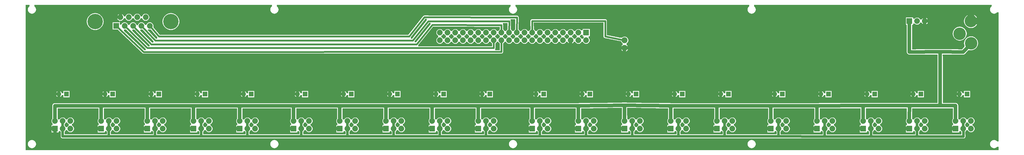
<source format=gbl>
G04 MADE WITH FRITZING*
G04 WWW.FRITZING.ORG*
G04 DOUBLE SIDED*
G04 HOLES PLATED*
G04 CONTOUR ON CENTER OF CONTOUR VECTOR*
%ASAXBY*%
%FSLAX23Y23*%
%MOIN*%
%OFA0B0*%
%SFA1.0B1.0*%
%ADD10C,0.075000*%
%ADD11C,0.078000*%
%ADD12C,0.074000*%
%ADD13C,0.200000*%
%ADD14C,0.162000*%
%ADD15C,0.062992*%
%ADD16R,0.074000X0.074000*%
%ADD17R,0.062992X0.062992*%
%ADD18C,0.024000*%
%ADD19C,0.048000*%
%ADD20C,0.032000*%
%ADD21R,0.001000X0.001000*%
%LNCOPPER0*%
G90*
G70*
G54D10*
X5317Y1548D03*
X660Y508D03*
X1260Y508D03*
X1860Y508D03*
X2460Y508D03*
X3062Y508D03*
X3760Y508D03*
X4360Y508D03*
X4960Y508D03*
X5560Y508D03*
X6162Y508D03*
X6860Y508D03*
X7334Y514D03*
X7933Y514D03*
X8660Y508D03*
X9262Y508D03*
X9960Y508D03*
X10561Y510D03*
X11161Y510D03*
X11761Y510D03*
X233Y1875D03*
G54D11*
X7822Y1369D03*
X7822Y1469D03*
G54D12*
X1218Y1657D03*
X1327Y1657D03*
X1436Y1657D03*
X1545Y1657D03*
X1654Y1657D03*
X1272Y1769D03*
X1381Y1769D03*
X1490Y1769D03*
X1599Y1769D03*
G54D13*
X943Y1713D03*
X1928Y1713D03*
G54D12*
X12122Y419D03*
X12222Y419D03*
X12322Y419D03*
X12122Y319D03*
X12222Y319D03*
X12322Y319D03*
X11522Y419D03*
X11622Y419D03*
X11722Y419D03*
X11522Y319D03*
X11622Y319D03*
X11722Y319D03*
X9722Y419D03*
X9822Y419D03*
X9922Y419D03*
X9722Y319D03*
X9822Y319D03*
X9922Y319D03*
X10322Y419D03*
X10422Y419D03*
X10522Y419D03*
X10322Y319D03*
X10422Y319D03*
X10522Y319D03*
X9022Y419D03*
X9122Y419D03*
X9222Y419D03*
X9022Y319D03*
X9122Y319D03*
X9222Y319D03*
X7222Y419D03*
X7322Y419D03*
X7422Y419D03*
X7222Y319D03*
X7322Y319D03*
X7422Y319D03*
X10922Y419D03*
X11022Y419D03*
X11122Y419D03*
X10922Y319D03*
X11022Y319D03*
X11122Y319D03*
X6622Y419D03*
X6722Y419D03*
X6822Y419D03*
X6622Y319D03*
X6722Y319D03*
X6822Y319D03*
X7822Y419D03*
X7922Y419D03*
X8022Y419D03*
X7822Y319D03*
X7922Y319D03*
X8022Y319D03*
X8422Y419D03*
X8522Y419D03*
X8622Y419D03*
X8422Y319D03*
X8522Y319D03*
X8622Y319D03*
X5922Y419D03*
X6022Y419D03*
X6122Y419D03*
X5922Y319D03*
X6022Y319D03*
X6122Y319D03*
X4722Y419D03*
X4822Y419D03*
X4922Y419D03*
X4722Y319D03*
X4822Y319D03*
X4922Y319D03*
X5322Y419D03*
X5422Y419D03*
X5522Y419D03*
X5322Y319D03*
X5422Y319D03*
X5522Y319D03*
X4122Y419D03*
X4222Y419D03*
X4322Y419D03*
X4122Y319D03*
X4222Y319D03*
X4322Y319D03*
X2822Y419D03*
X2922Y419D03*
X3022Y419D03*
X2822Y319D03*
X2922Y319D03*
X3022Y319D03*
X3522Y419D03*
X3622Y419D03*
X3722Y419D03*
X3522Y319D03*
X3622Y319D03*
X3722Y319D03*
X2222Y419D03*
X2322Y419D03*
X2422Y419D03*
X2222Y319D03*
X2322Y319D03*
X2422Y319D03*
X1622Y419D03*
X1722Y419D03*
X1822Y419D03*
X1622Y319D03*
X1722Y319D03*
X1822Y319D03*
X1022Y419D03*
X1122Y419D03*
X1222Y419D03*
X1022Y319D03*
X1122Y319D03*
X1222Y319D03*
X422Y419D03*
X522Y419D03*
X622Y419D03*
X422Y319D03*
X522Y319D03*
X622Y319D03*
X7322Y1469D03*
X7222Y1469D03*
X7122Y1469D03*
X7022Y1469D03*
X6922Y1469D03*
X6822Y1469D03*
X6722Y1469D03*
X6622Y1469D03*
X6522Y1469D03*
X6422Y1469D03*
X6322Y1469D03*
X6222Y1469D03*
X6122Y1469D03*
X6022Y1469D03*
X5922Y1469D03*
X5822Y1469D03*
X5722Y1469D03*
X5622Y1469D03*
X5522Y1469D03*
X5422Y1469D03*
X7322Y1569D03*
X7222Y1569D03*
X7122Y1569D03*
X7022Y1569D03*
X6922Y1569D03*
X6822Y1569D03*
X6722Y1569D03*
X6622Y1569D03*
X6522Y1569D03*
X6422Y1569D03*
X6322Y1569D03*
X6222Y1569D03*
X6122Y1569D03*
X6022Y1569D03*
X5922Y1569D03*
X5822Y1569D03*
X5722Y1569D03*
X5622Y1569D03*
X5522Y1569D03*
X5422Y1569D03*
G54D14*
X12323Y1430D03*
X12322Y1719D03*
X12175Y1555D03*
G54D12*
X11522Y1719D03*
X11622Y1719D03*
X11722Y1719D03*
G54D15*
X12271Y769D03*
X12172Y769D03*
X1171Y769D03*
X1072Y769D03*
X571Y769D03*
X472Y769D03*
X1771Y769D03*
X1672Y769D03*
X2371Y769D03*
X2272Y769D03*
X2971Y769D03*
X2872Y769D03*
X3671Y769D03*
X3572Y769D03*
X11671Y769D03*
X11572Y769D03*
X11071Y769D03*
X10972Y769D03*
X10471Y769D03*
X10372Y769D03*
X9871Y769D03*
X9772Y769D03*
X9171Y769D03*
X9072Y769D03*
X8571Y769D03*
X8472Y769D03*
X7971Y769D03*
X7872Y769D03*
X4271Y769D03*
X4172Y769D03*
X4871Y769D03*
X4772Y769D03*
X7371Y769D03*
X7272Y769D03*
X6771Y769D03*
X6672Y769D03*
X6071Y769D03*
X5972Y769D03*
X5471Y769D03*
X5372Y769D03*
G54D16*
X12122Y319D03*
X11522Y319D03*
X9722Y319D03*
X10322Y319D03*
X9022Y319D03*
X7222Y319D03*
X10922Y319D03*
X6622Y319D03*
X7822Y319D03*
X8422Y319D03*
X5922Y319D03*
X4722Y319D03*
X5322Y319D03*
X4122Y319D03*
X2822Y319D03*
X3522Y319D03*
X2222Y319D03*
X1622Y319D03*
X1022Y319D03*
X422Y319D03*
X7322Y1569D03*
G54D17*
X12271Y769D03*
X1171Y769D03*
X571Y769D03*
X1771Y769D03*
X2371Y769D03*
X2971Y769D03*
X3671Y769D03*
X11671Y769D03*
X11071Y769D03*
X10471Y769D03*
X9871Y769D03*
X9171Y769D03*
X8571Y769D03*
X7971Y769D03*
X4271Y769D03*
X4871Y769D03*
X7371Y769D03*
X6771Y769D03*
X6071Y769D03*
X5471Y769D03*
G54D18*
X7570Y1519D02*
X7570Y1721D01*
D02*
X7570Y1721D02*
X6620Y1721D01*
D02*
X6620Y1721D02*
X6622Y1600D01*
D02*
X7793Y1474D02*
X7570Y1519D01*
D02*
X5121Y1418D02*
X1671Y1418D01*
D02*
X5323Y1669D02*
X5121Y1418D01*
D02*
X1671Y1418D02*
X1457Y1635D01*
D02*
X6222Y1667D02*
X5323Y1669D01*
D02*
X6222Y1600D02*
X6222Y1667D01*
D02*
X5072Y1468D02*
X1723Y1468D01*
D02*
X5271Y1718D02*
X5072Y1468D01*
D02*
X1723Y1468D02*
X1566Y1634D01*
D02*
X6323Y1717D02*
X5271Y1718D01*
D02*
X6322Y1600D02*
X6323Y1717D01*
D02*
X5023Y1519D02*
X1772Y1519D01*
D02*
X5222Y1770D02*
X5023Y1519D01*
D02*
X1772Y1519D02*
X1674Y1633D01*
D02*
X6423Y1767D02*
X5222Y1770D01*
D02*
X6422Y1600D02*
X6423Y1767D01*
D02*
X1240Y1635D02*
X1573Y1318D01*
D02*
X1573Y1318D02*
X6222Y1319D01*
D02*
X6222Y1319D02*
X6222Y1437D01*
D02*
X1349Y1635D02*
X1622Y1369D01*
D02*
X1622Y1369D02*
X6121Y1369D01*
D02*
X6121Y1369D02*
X6122Y1437D01*
G54D19*
D02*
X11921Y1319D02*
X11922Y619D01*
D02*
X12122Y619D02*
X12122Y461D01*
D02*
X10921Y619D02*
X10922Y461D01*
D02*
X11523Y619D02*
X10921Y619D01*
D02*
X10322Y617D02*
X10921Y619D01*
D02*
X10322Y461D02*
X10322Y617D01*
D02*
X9722Y617D02*
X10322Y617D01*
D02*
X9722Y461D02*
X9722Y617D01*
D02*
X11922Y619D02*
X11523Y619D01*
D02*
X11523Y619D02*
X11522Y461D01*
D02*
X12122Y619D02*
X11922Y619D01*
G54D20*
D02*
X11622Y218D02*
X12223Y218D01*
D02*
X12223Y218D02*
X12223Y282D01*
D02*
X11622Y282D02*
X11622Y218D01*
D02*
X11622Y355D02*
X11622Y382D01*
D02*
X12222Y355D02*
X12222Y382D01*
D02*
X10422Y355D02*
X10422Y382D01*
D02*
X11023Y218D02*
X11023Y282D01*
D02*
X11622Y218D02*
X11023Y218D01*
D02*
X10421Y218D02*
X10422Y282D01*
D02*
X11023Y218D02*
X10422Y218D01*
D02*
X9821Y219D02*
X9822Y282D01*
D02*
X10421Y218D02*
X9821Y219D01*
G54D19*
D02*
X11921Y1319D02*
X12222Y1317D01*
D02*
X12222Y1317D02*
X12266Y1367D01*
D02*
X11522Y1317D02*
X11921Y1319D01*
D02*
X11522Y1676D02*
X11522Y1317D01*
G54D20*
D02*
X9122Y355D02*
X9122Y382D01*
D02*
X9122Y219D02*
X9122Y282D01*
D02*
X9821Y219D02*
X9122Y219D01*
D02*
X8522Y355D02*
X8522Y382D01*
D02*
X7922Y355D02*
X7922Y382D01*
D02*
X7322Y382D02*
X7322Y355D01*
D02*
X8522Y219D02*
X8522Y282D01*
D02*
X9122Y219D02*
X8522Y219D01*
D02*
X7921Y219D02*
X7922Y282D01*
D02*
X8522Y219D02*
X7921Y219D01*
D02*
X7321Y219D02*
X7322Y282D01*
D02*
X7921Y219D02*
X7321Y219D01*
D02*
X6721Y219D02*
X6722Y282D01*
D02*
X7321Y219D02*
X6721Y219D01*
G54D19*
D02*
X9022Y617D02*
X9022Y461D01*
D02*
X9722Y617D02*
X9022Y617D01*
D02*
X8422Y617D02*
X8422Y461D01*
D02*
X9022Y617D02*
X8422Y617D01*
D02*
X7819Y624D02*
X7822Y461D01*
D02*
X8422Y617D02*
X7819Y624D01*
D02*
X7222Y617D02*
X7222Y461D01*
D02*
X7819Y624D02*
X7222Y617D01*
D02*
X6622Y617D02*
X6622Y461D01*
D02*
X7222Y617D02*
X6622Y617D01*
D02*
X5922Y617D02*
X5922Y461D01*
D02*
X6622Y617D02*
X5922Y617D01*
D02*
X5322Y617D02*
X5322Y461D01*
D02*
X5922Y617D02*
X5322Y617D01*
D02*
X4722Y617D02*
X4722Y461D01*
D02*
X5322Y617D02*
X4722Y617D01*
D02*
X4122Y617D02*
X4122Y461D01*
D02*
X4722Y617D02*
X4122Y617D01*
D02*
X3522Y617D02*
X3522Y461D01*
D02*
X4122Y617D02*
X3522Y617D01*
D02*
X2822Y617D02*
X2822Y461D01*
D02*
X3522Y617D02*
X2822Y617D01*
D02*
X2222Y617D02*
X2222Y461D01*
D02*
X2822Y617D02*
X2222Y617D01*
D02*
X1622Y617D02*
X1622Y461D01*
D02*
X2222Y617D02*
X1622Y617D01*
D02*
X1022Y617D02*
X1022Y461D01*
D02*
X1622Y617D02*
X1022Y617D01*
D02*
X422Y617D02*
X422Y461D01*
D02*
X1022Y617D02*
X422Y617D01*
G54D20*
D02*
X6022Y382D02*
X6022Y355D01*
D02*
X3622Y382D02*
X3622Y355D01*
D02*
X6022Y219D02*
X6022Y282D01*
D02*
X6721Y219D02*
X6022Y219D01*
D02*
X5422Y219D02*
X5422Y282D01*
D02*
X6022Y219D02*
X5422Y219D01*
D02*
X4821Y219D02*
X4822Y282D01*
D02*
X5422Y219D02*
X4821Y219D01*
D02*
X4221Y219D02*
X4222Y282D01*
D02*
X4821Y219D02*
X4221Y219D01*
D02*
X3621Y219D02*
X3622Y282D01*
D02*
X4221Y219D02*
X3621Y219D01*
D02*
X4222Y382D02*
X4222Y355D01*
D02*
X4822Y382D02*
X4822Y355D01*
D02*
X6722Y382D02*
X6722Y355D01*
D02*
X5422Y382D02*
X5422Y355D01*
D02*
X2922Y355D02*
X2922Y382D01*
D02*
X2322Y355D02*
X2322Y382D01*
D02*
X1722Y355D02*
X1722Y382D01*
D02*
X1122Y355D02*
X1122Y382D01*
D02*
X522Y355D02*
X522Y382D01*
D02*
X2922Y219D02*
X2922Y282D01*
D02*
X3621Y219D02*
X2922Y219D01*
D02*
X2321Y219D02*
X2322Y282D01*
D02*
X2922Y219D02*
X2321Y219D01*
D02*
X1721Y219D02*
X1722Y282D01*
D02*
X2321Y219D02*
X1721Y219D01*
D02*
X1121Y219D02*
X1122Y282D01*
D02*
X1721Y219D02*
X1121Y219D01*
D02*
X521Y219D02*
X522Y282D01*
D02*
X1121Y219D02*
X521Y219D01*
D02*
X9822Y382D02*
X9822Y355D01*
D02*
X11022Y382D02*
X11022Y355D01*
G36*
X5232Y1749D02*
X5232Y1745D01*
X5230Y1745D01*
X5230Y1743D01*
X5228Y1743D01*
X5228Y1741D01*
X5226Y1741D01*
X5226Y1739D01*
X5224Y1739D01*
X5224Y1735D01*
X5222Y1735D01*
X5222Y1733D01*
X5220Y1733D01*
X5220Y1731D01*
X5218Y1731D01*
X5218Y1729D01*
X5216Y1729D01*
X5216Y1725D01*
X5214Y1725D01*
X5214Y1723D01*
X5212Y1723D01*
X5212Y1721D01*
X5210Y1721D01*
X5210Y1719D01*
X5208Y1719D01*
X5208Y1715D01*
X5206Y1715D01*
X5206Y1713D01*
X5204Y1713D01*
X5204Y1711D01*
X5202Y1711D01*
X5202Y1709D01*
X5200Y1709D01*
X5200Y1705D01*
X5198Y1705D01*
X5198Y1703D01*
X5196Y1703D01*
X5196Y1701D01*
X5194Y1701D01*
X5194Y1699D01*
X5192Y1699D01*
X5192Y1695D01*
X5190Y1695D01*
X5190Y1693D01*
X5188Y1693D01*
X5188Y1691D01*
X5186Y1691D01*
X5186Y1689D01*
X5184Y1689D01*
X5184Y1685D01*
X5182Y1685D01*
X5182Y1683D01*
X5180Y1683D01*
X5180Y1681D01*
X5178Y1681D01*
X5178Y1677D01*
X5176Y1677D01*
X5176Y1675D01*
X5174Y1675D01*
X5174Y1673D01*
X5172Y1673D01*
X5172Y1671D01*
X5170Y1671D01*
X5170Y1667D01*
X5168Y1667D01*
X5168Y1665D01*
X5166Y1665D01*
X5166Y1663D01*
X5164Y1663D01*
X5164Y1661D01*
X5162Y1661D01*
X5162Y1657D01*
X5160Y1657D01*
X5160Y1655D01*
X5158Y1655D01*
X5158Y1653D01*
X5156Y1653D01*
X5156Y1651D01*
X5154Y1651D01*
X5154Y1647D01*
X5152Y1647D01*
X5152Y1645D01*
X5150Y1645D01*
X5150Y1643D01*
X5148Y1643D01*
X5148Y1641D01*
X5146Y1641D01*
X5146Y1637D01*
X5144Y1637D01*
X5144Y1635D01*
X5142Y1635D01*
X5142Y1633D01*
X5140Y1633D01*
X5140Y1631D01*
X5138Y1631D01*
X5138Y1627D01*
X5136Y1627D01*
X5136Y1625D01*
X5134Y1625D01*
X5134Y1623D01*
X5132Y1623D01*
X5132Y1621D01*
X5130Y1621D01*
X5130Y1617D01*
X5128Y1617D01*
X5128Y1615D01*
X5126Y1615D01*
X5126Y1613D01*
X5124Y1613D01*
X5124Y1609D01*
X5122Y1609D01*
X5122Y1607D01*
X5120Y1607D01*
X5120Y1605D01*
X5118Y1605D01*
X5118Y1603D01*
X5116Y1603D01*
X5116Y1599D01*
X5114Y1599D01*
X5114Y1597D01*
X5112Y1597D01*
X5112Y1595D01*
X5110Y1595D01*
X5110Y1593D01*
X5108Y1593D01*
X5108Y1589D01*
X5106Y1589D01*
X5106Y1587D01*
X5104Y1587D01*
X5104Y1585D01*
X5102Y1585D01*
X5102Y1583D01*
X5100Y1583D01*
X5100Y1579D01*
X5098Y1579D01*
X5098Y1577D01*
X5096Y1577D01*
X5096Y1575D01*
X5094Y1575D01*
X5094Y1573D01*
X5092Y1573D01*
X5092Y1569D01*
X5090Y1569D01*
X5090Y1567D01*
X5088Y1567D01*
X5088Y1565D01*
X5086Y1565D01*
X5086Y1563D01*
X5084Y1563D01*
X5084Y1559D01*
X5082Y1559D01*
X5082Y1557D01*
X5080Y1557D01*
X5080Y1555D01*
X5078Y1555D01*
X5078Y1553D01*
X5076Y1553D01*
X5076Y1549D01*
X5074Y1549D01*
X5074Y1547D01*
X5072Y1547D01*
X5072Y1545D01*
X5070Y1545D01*
X5070Y1541D01*
X5068Y1541D01*
X5068Y1539D01*
X5066Y1539D01*
X5066Y1537D01*
X5064Y1537D01*
X5064Y1535D01*
X5062Y1535D01*
X5062Y1531D01*
X5060Y1531D01*
X5060Y1529D01*
X5058Y1529D01*
X5058Y1527D01*
X5056Y1527D01*
X5056Y1525D01*
X5054Y1525D01*
X5054Y1521D01*
X5052Y1521D01*
X5052Y1519D01*
X5050Y1519D01*
X5050Y1517D01*
X5048Y1517D01*
X5048Y1515D01*
X5046Y1515D01*
X5046Y1511D01*
X5044Y1511D01*
X5044Y1491D01*
X5064Y1491D01*
X5064Y1495D01*
X5066Y1495D01*
X5066Y1497D01*
X5068Y1497D01*
X5068Y1499D01*
X5070Y1499D01*
X5070Y1501D01*
X5072Y1501D01*
X5072Y1505D01*
X5074Y1505D01*
X5074Y1507D01*
X5076Y1507D01*
X5076Y1509D01*
X5078Y1509D01*
X5078Y1511D01*
X5080Y1511D01*
X5080Y1515D01*
X5082Y1515D01*
X5082Y1517D01*
X5084Y1517D01*
X5084Y1519D01*
X5086Y1519D01*
X5086Y1521D01*
X5088Y1521D01*
X5088Y1525D01*
X5090Y1525D01*
X5090Y1527D01*
X5092Y1527D01*
X5092Y1529D01*
X5094Y1529D01*
X5094Y1533D01*
X5096Y1533D01*
X5096Y1535D01*
X5098Y1535D01*
X5098Y1537D01*
X5100Y1537D01*
X5100Y1539D01*
X5102Y1539D01*
X5102Y1543D01*
X5104Y1543D01*
X5104Y1545D01*
X5106Y1545D01*
X5106Y1547D01*
X5108Y1547D01*
X5108Y1549D01*
X5110Y1549D01*
X5110Y1553D01*
X5112Y1553D01*
X5112Y1555D01*
X5114Y1555D01*
X5114Y1557D01*
X5116Y1557D01*
X5116Y1559D01*
X5118Y1559D01*
X5118Y1563D01*
X5120Y1563D01*
X5120Y1565D01*
X5122Y1565D01*
X5122Y1567D01*
X5124Y1567D01*
X5124Y1569D01*
X5126Y1569D01*
X5126Y1573D01*
X5128Y1573D01*
X5128Y1575D01*
X5130Y1575D01*
X5130Y1577D01*
X5132Y1577D01*
X5132Y1579D01*
X5134Y1579D01*
X5134Y1583D01*
X5136Y1583D01*
X5136Y1585D01*
X5138Y1585D01*
X5138Y1587D01*
X5140Y1587D01*
X5140Y1591D01*
X5142Y1591D01*
X5142Y1593D01*
X5144Y1593D01*
X5144Y1595D01*
X5146Y1595D01*
X5146Y1597D01*
X5148Y1597D01*
X5148Y1601D01*
X5150Y1601D01*
X5150Y1603D01*
X5152Y1603D01*
X5152Y1605D01*
X5154Y1605D01*
X5154Y1607D01*
X5156Y1607D01*
X5156Y1611D01*
X5158Y1611D01*
X5158Y1613D01*
X5160Y1613D01*
X5160Y1615D01*
X5162Y1615D01*
X5162Y1617D01*
X5164Y1617D01*
X5164Y1621D01*
X5166Y1621D01*
X5166Y1623D01*
X5168Y1623D01*
X5168Y1625D01*
X5170Y1625D01*
X5170Y1627D01*
X5172Y1627D01*
X5172Y1631D01*
X5174Y1631D01*
X5174Y1633D01*
X5176Y1633D01*
X5176Y1635D01*
X5178Y1635D01*
X5178Y1637D01*
X5180Y1637D01*
X5180Y1641D01*
X5182Y1641D01*
X5182Y1643D01*
X5184Y1643D01*
X5184Y1645D01*
X5186Y1645D01*
X5186Y1647D01*
X5188Y1647D01*
X5188Y1651D01*
X5190Y1651D01*
X5190Y1653D01*
X5192Y1653D01*
X5192Y1655D01*
X5194Y1655D01*
X5194Y1659D01*
X5196Y1659D01*
X5196Y1661D01*
X5198Y1661D01*
X5198Y1663D01*
X5200Y1663D01*
X5200Y1665D01*
X5202Y1665D01*
X5202Y1669D01*
X5204Y1669D01*
X5204Y1671D01*
X5206Y1671D01*
X5206Y1673D01*
X5208Y1673D01*
X5208Y1675D01*
X5210Y1675D01*
X5210Y1679D01*
X5212Y1679D01*
X5212Y1681D01*
X5214Y1681D01*
X5214Y1683D01*
X5216Y1683D01*
X5216Y1685D01*
X5218Y1685D01*
X5218Y1689D01*
X5220Y1689D01*
X5220Y1691D01*
X5222Y1691D01*
X5222Y1693D01*
X5224Y1693D01*
X5224Y1695D01*
X5226Y1695D01*
X5226Y1699D01*
X5228Y1699D01*
X5228Y1701D01*
X5230Y1701D01*
X5230Y1703D01*
X5232Y1703D01*
X5232Y1705D01*
X5234Y1705D01*
X5234Y1709D01*
X5236Y1709D01*
X5236Y1711D01*
X5238Y1711D01*
X5238Y1713D01*
X5240Y1713D01*
X5240Y1715D01*
X5242Y1715D01*
X5242Y1719D01*
X5244Y1719D01*
X5244Y1721D01*
X5246Y1721D01*
X5246Y1723D01*
X5248Y1723D01*
X5248Y1727D01*
X5250Y1727D01*
X5250Y1729D01*
X5252Y1729D01*
X5252Y1749D01*
X5232Y1749D01*
G37*
D02*
G36*
X6342Y1745D02*
X6342Y1725D01*
X6344Y1725D01*
X6344Y1609D01*
X6346Y1609D01*
X6346Y1607D01*
X6348Y1607D01*
X6348Y1605D01*
X6352Y1605D01*
X6352Y1603D01*
X6354Y1603D01*
X6354Y1601D01*
X6356Y1601D01*
X6356Y1599D01*
X6358Y1599D01*
X6358Y1595D01*
X6360Y1595D01*
X6360Y1593D01*
X6362Y1593D01*
X6362Y1589D01*
X6382Y1589D01*
X6382Y1593D01*
X6384Y1593D01*
X6384Y1595D01*
X6386Y1595D01*
X6386Y1597D01*
X6388Y1597D01*
X6388Y1601D01*
X6390Y1601D01*
X6390Y1603D01*
X6394Y1603D01*
X6394Y1605D01*
X6396Y1605D01*
X6396Y1607D01*
X6398Y1607D01*
X6398Y1609D01*
X6400Y1609D01*
X6400Y1705D01*
X6402Y1705D01*
X6402Y1745D01*
X6342Y1745D01*
G37*
D02*
G36*
X5282Y1697D02*
X5282Y1695D01*
X5280Y1695D01*
X5280Y1693D01*
X5278Y1693D01*
X5278Y1691D01*
X5276Y1691D01*
X5276Y1687D01*
X5274Y1687D01*
X5274Y1685D01*
X5272Y1685D01*
X5272Y1683D01*
X5270Y1683D01*
X5270Y1681D01*
X5268Y1681D01*
X5268Y1677D01*
X5266Y1677D01*
X5266Y1675D01*
X5264Y1675D01*
X5264Y1673D01*
X5262Y1673D01*
X5262Y1671D01*
X5260Y1671D01*
X5260Y1667D01*
X5258Y1667D01*
X5258Y1665D01*
X5256Y1665D01*
X5256Y1663D01*
X5254Y1663D01*
X5254Y1661D01*
X5252Y1661D01*
X5252Y1657D01*
X5250Y1657D01*
X5250Y1655D01*
X5248Y1655D01*
X5248Y1653D01*
X5246Y1653D01*
X5246Y1651D01*
X5244Y1651D01*
X5244Y1647D01*
X5242Y1647D01*
X5242Y1645D01*
X5240Y1645D01*
X5240Y1643D01*
X5238Y1643D01*
X5238Y1641D01*
X5236Y1641D01*
X5236Y1637D01*
X5234Y1637D01*
X5234Y1635D01*
X5232Y1635D01*
X5232Y1633D01*
X5230Y1633D01*
X5230Y1631D01*
X5228Y1631D01*
X5228Y1627D01*
X5226Y1627D01*
X5226Y1625D01*
X5224Y1625D01*
X5224Y1623D01*
X5222Y1623D01*
X5222Y1619D01*
X5220Y1619D01*
X5220Y1617D01*
X5218Y1617D01*
X5218Y1615D01*
X5216Y1615D01*
X5216Y1613D01*
X5214Y1613D01*
X5214Y1609D01*
X5212Y1609D01*
X5212Y1607D01*
X5210Y1607D01*
X5210Y1605D01*
X5208Y1605D01*
X5208Y1603D01*
X5206Y1603D01*
X5206Y1599D01*
X5204Y1599D01*
X5204Y1597D01*
X5202Y1597D01*
X5202Y1595D01*
X5200Y1595D01*
X5200Y1593D01*
X5198Y1593D01*
X5198Y1589D01*
X5196Y1589D01*
X5196Y1587D01*
X5194Y1587D01*
X5194Y1585D01*
X5192Y1585D01*
X5192Y1583D01*
X5190Y1583D01*
X5190Y1579D01*
X5188Y1579D01*
X5188Y1577D01*
X5186Y1577D01*
X5186Y1575D01*
X5184Y1575D01*
X5184Y1573D01*
X5182Y1573D01*
X5182Y1569D01*
X5180Y1569D01*
X5180Y1567D01*
X5178Y1567D01*
X5178Y1565D01*
X5176Y1565D01*
X5176Y1563D01*
X5174Y1563D01*
X5174Y1559D01*
X5172Y1559D01*
X5172Y1557D01*
X5170Y1557D01*
X5170Y1555D01*
X5168Y1555D01*
X5168Y1551D01*
X5166Y1551D01*
X5166Y1549D01*
X5164Y1549D01*
X5164Y1547D01*
X5162Y1547D01*
X5162Y1545D01*
X5160Y1545D01*
X5160Y1541D01*
X5158Y1541D01*
X5158Y1539D01*
X5156Y1539D01*
X5156Y1537D01*
X5154Y1537D01*
X5154Y1535D01*
X5152Y1535D01*
X5152Y1531D01*
X5150Y1531D01*
X5150Y1529D01*
X5148Y1529D01*
X5148Y1527D01*
X5146Y1527D01*
X5146Y1525D01*
X5144Y1525D01*
X5144Y1521D01*
X5142Y1521D01*
X5142Y1519D01*
X5140Y1519D01*
X5140Y1517D01*
X5138Y1517D01*
X5138Y1515D01*
X5136Y1515D01*
X5136Y1511D01*
X5134Y1511D01*
X5134Y1509D01*
X5132Y1509D01*
X5132Y1507D01*
X5130Y1507D01*
X5130Y1505D01*
X5128Y1505D01*
X5128Y1501D01*
X5126Y1501D01*
X5126Y1499D01*
X5124Y1499D01*
X5124Y1497D01*
X5122Y1497D01*
X5122Y1495D01*
X5120Y1495D01*
X5120Y1491D01*
X5118Y1491D01*
X5118Y1489D01*
X5116Y1489D01*
X5116Y1487D01*
X5114Y1487D01*
X5114Y1483D01*
X5112Y1483D01*
X5112Y1481D01*
X5110Y1481D01*
X5110Y1479D01*
X5108Y1479D01*
X5108Y1477D01*
X5106Y1477D01*
X5106Y1473D01*
X5104Y1473D01*
X5104Y1471D01*
X5102Y1471D01*
X5102Y1469D01*
X5100Y1469D01*
X5100Y1467D01*
X5098Y1467D01*
X5098Y1463D01*
X5096Y1463D01*
X5096Y1461D01*
X5094Y1461D01*
X5094Y1443D01*
X5114Y1443D01*
X5114Y1447D01*
X5116Y1447D01*
X5116Y1449D01*
X5118Y1449D01*
X5118Y1451D01*
X5120Y1451D01*
X5120Y1453D01*
X5122Y1453D01*
X5122Y1457D01*
X5124Y1457D01*
X5124Y1459D01*
X5126Y1459D01*
X5126Y1461D01*
X5128Y1461D01*
X5128Y1463D01*
X5130Y1463D01*
X5130Y1467D01*
X5132Y1467D01*
X5132Y1469D01*
X5134Y1469D01*
X5134Y1471D01*
X5136Y1471D01*
X5136Y1473D01*
X5138Y1473D01*
X5138Y1475D01*
X5140Y1475D01*
X5140Y1479D01*
X5142Y1479D01*
X5142Y1481D01*
X5144Y1481D01*
X5144Y1483D01*
X5146Y1483D01*
X5146Y1485D01*
X5148Y1485D01*
X5148Y1489D01*
X5150Y1489D01*
X5150Y1491D01*
X5152Y1491D01*
X5152Y1493D01*
X5154Y1493D01*
X5154Y1495D01*
X5156Y1495D01*
X5156Y1499D01*
X5158Y1499D01*
X5158Y1501D01*
X5160Y1501D01*
X5160Y1503D01*
X5162Y1503D01*
X5162Y1505D01*
X5164Y1505D01*
X5164Y1509D01*
X5166Y1509D01*
X5166Y1511D01*
X5168Y1511D01*
X5168Y1513D01*
X5170Y1513D01*
X5170Y1515D01*
X5172Y1515D01*
X5172Y1519D01*
X5174Y1519D01*
X5174Y1521D01*
X5176Y1521D01*
X5176Y1523D01*
X5178Y1523D01*
X5178Y1525D01*
X5180Y1525D01*
X5180Y1529D01*
X5182Y1529D01*
X5182Y1531D01*
X5184Y1531D01*
X5184Y1533D01*
X5186Y1533D01*
X5186Y1535D01*
X5188Y1535D01*
X5188Y1539D01*
X5190Y1539D01*
X5190Y1541D01*
X5192Y1541D01*
X5192Y1543D01*
X5194Y1543D01*
X5194Y1545D01*
X5196Y1545D01*
X5196Y1549D01*
X5198Y1549D01*
X5198Y1551D01*
X5200Y1551D01*
X5200Y1553D01*
X5202Y1553D01*
X5202Y1555D01*
X5204Y1555D01*
X5204Y1559D01*
X5206Y1559D01*
X5206Y1561D01*
X5208Y1561D01*
X5208Y1563D01*
X5210Y1563D01*
X5210Y1565D01*
X5212Y1565D01*
X5212Y1569D01*
X5214Y1569D01*
X5214Y1571D01*
X5216Y1571D01*
X5216Y1573D01*
X5218Y1573D01*
X5218Y1575D01*
X5220Y1575D01*
X5220Y1577D01*
X5222Y1577D01*
X5222Y1581D01*
X5224Y1581D01*
X5224Y1583D01*
X5226Y1583D01*
X5226Y1585D01*
X5228Y1585D01*
X5228Y1587D01*
X5230Y1587D01*
X5230Y1591D01*
X5232Y1591D01*
X5232Y1593D01*
X5234Y1593D01*
X5234Y1595D01*
X5236Y1595D01*
X5236Y1597D01*
X5238Y1597D01*
X5238Y1601D01*
X5240Y1601D01*
X5240Y1603D01*
X5242Y1603D01*
X5242Y1605D01*
X5244Y1605D01*
X5244Y1607D01*
X5246Y1607D01*
X5246Y1611D01*
X5248Y1611D01*
X5248Y1613D01*
X5250Y1613D01*
X5250Y1615D01*
X5252Y1615D01*
X5252Y1617D01*
X5254Y1617D01*
X5254Y1621D01*
X5256Y1621D01*
X5256Y1623D01*
X5258Y1623D01*
X5258Y1625D01*
X5260Y1625D01*
X5260Y1627D01*
X5262Y1627D01*
X5262Y1631D01*
X5264Y1631D01*
X5264Y1633D01*
X5266Y1633D01*
X5266Y1635D01*
X5268Y1635D01*
X5268Y1637D01*
X5270Y1637D01*
X5270Y1641D01*
X5272Y1641D01*
X5272Y1643D01*
X5274Y1643D01*
X5274Y1645D01*
X5276Y1645D01*
X5276Y1647D01*
X5278Y1647D01*
X5278Y1651D01*
X5280Y1651D01*
X5280Y1653D01*
X5282Y1653D01*
X5282Y1655D01*
X5284Y1655D01*
X5284Y1657D01*
X5286Y1657D01*
X5286Y1661D01*
X5288Y1661D01*
X5288Y1663D01*
X5290Y1663D01*
X5290Y1665D01*
X5292Y1665D01*
X5292Y1667D01*
X5294Y1667D01*
X5294Y1671D01*
X5296Y1671D01*
X5296Y1673D01*
X5298Y1673D01*
X5298Y1675D01*
X5300Y1675D01*
X5300Y1677D01*
X5302Y1677D01*
X5302Y1697D01*
X5282Y1697D01*
G37*
D02*
G36*
X6242Y1695D02*
X6242Y1673D01*
X6244Y1673D01*
X6244Y1609D01*
X6246Y1609D01*
X6246Y1607D01*
X6248Y1607D01*
X6248Y1605D01*
X6252Y1605D01*
X6252Y1603D01*
X6254Y1603D01*
X6254Y1601D01*
X6256Y1601D01*
X6256Y1599D01*
X6258Y1599D01*
X6258Y1595D01*
X6260Y1595D01*
X6260Y1593D01*
X6262Y1593D01*
X6262Y1589D01*
X6282Y1589D01*
X6282Y1593D01*
X6284Y1593D01*
X6284Y1595D01*
X6286Y1595D01*
X6286Y1597D01*
X6288Y1597D01*
X6288Y1601D01*
X6290Y1601D01*
X6290Y1603D01*
X6294Y1603D01*
X6294Y1605D01*
X6296Y1605D01*
X6296Y1607D01*
X6298Y1607D01*
X6298Y1609D01*
X6300Y1609D01*
X6300Y1695D01*
X6242Y1695D01*
G37*
D02*
G36*
X5332Y1647D02*
X5332Y1645D01*
X5330Y1645D01*
X5330Y1643D01*
X5328Y1643D01*
X5328Y1639D01*
X5326Y1639D01*
X5326Y1637D01*
X5324Y1637D01*
X5324Y1635D01*
X5322Y1635D01*
X5322Y1633D01*
X5320Y1633D01*
X5320Y1629D01*
X5318Y1629D01*
X5318Y1627D01*
X5316Y1627D01*
X5316Y1625D01*
X5314Y1625D01*
X5314Y1623D01*
X5312Y1623D01*
X5312Y1619D01*
X5310Y1619D01*
X5310Y1617D01*
X5308Y1617D01*
X5308Y1615D01*
X6134Y1615D01*
X6134Y1613D01*
X6140Y1613D01*
X6140Y1611D01*
X6142Y1611D01*
X6142Y1609D01*
X6146Y1609D01*
X6146Y1607D01*
X6148Y1607D01*
X6148Y1605D01*
X6152Y1605D01*
X6152Y1603D01*
X6154Y1603D01*
X6154Y1601D01*
X6156Y1601D01*
X6156Y1599D01*
X6158Y1599D01*
X6158Y1595D01*
X6160Y1595D01*
X6160Y1593D01*
X6162Y1593D01*
X6162Y1589D01*
X6182Y1589D01*
X6182Y1593D01*
X6184Y1593D01*
X6184Y1595D01*
X6186Y1595D01*
X6186Y1597D01*
X6188Y1597D01*
X6188Y1601D01*
X6190Y1601D01*
X6190Y1603D01*
X6194Y1603D01*
X6194Y1605D01*
X6196Y1605D01*
X6196Y1607D01*
X6198Y1607D01*
X6198Y1609D01*
X6200Y1609D01*
X6200Y1645D01*
X5868Y1645D01*
X5868Y1647D01*
X5332Y1647D01*
G37*
D02*
G36*
X5306Y1615D02*
X5306Y1613D01*
X5304Y1613D01*
X5304Y1609D01*
X5302Y1609D01*
X5302Y1607D01*
X5300Y1607D01*
X5300Y1605D01*
X5298Y1605D01*
X5298Y1603D01*
X5296Y1603D01*
X5296Y1599D01*
X5294Y1599D01*
X5294Y1597D01*
X5292Y1597D01*
X5292Y1595D01*
X5290Y1595D01*
X5290Y1593D01*
X5288Y1593D01*
X5288Y1589D01*
X5286Y1589D01*
X5286Y1587D01*
X5284Y1587D01*
X5284Y1585D01*
X5282Y1585D01*
X5282Y1583D01*
X5280Y1583D01*
X5280Y1579D01*
X5278Y1579D01*
X5278Y1577D01*
X5276Y1577D01*
X5276Y1575D01*
X5274Y1575D01*
X5274Y1573D01*
X5272Y1573D01*
X5272Y1569D01*
X5270Y1569D01*
X5270Y1567D01*
X5268Y1567D01*
X5268Y1565D01*
X5266Y1565D01*
X5266Y1563D01*
X5264Y1563D01*
X5264Y1559D01*
X5262Y1559D01*
X5262Y1557D01*
X5260Y1557D01*
X5260Y1555D01*
X5258Y1555D01*
X5258Y1553D01*
X5256Y1553D01*
X5256Y1551D01*
X5254Y1551D01*
X5254Y1547D01*
X5252Y1547D01*
X5252Y1545D01*
X5250Y1545D01*
X5250Y1543D01*
X5248Y1543D01*
X5248Y1541D01*
X5246Y1541D01*
X5246Y1537D01*
X5244Y1537D01*
X5244Y1535D01*
X5242Y1535D01*
X5242Y1533D01*
X5240Y1533D01*
X5240Y1531D01*
X5238Y1531D01*
X5238Y1527D01*
X5236Y1527D01*
X5236Y1525D01*
X5234Y1525D01*
X5234Y1523D01*
X5232Y1523D01*
X5232Y1521D01*
X5230Y1521D01*
X5230Y1517D01*
X5228Y1517D01*
X5228Y1515D01*
X5226Y1515D01*
X5226Y1513D01*
X5224Y1513D01*
X5224Y1511D01*
X5222Y1511D01*
X5222Y1507D01*
X5220Y1507D01*
X5220Y1505D01*
X5218Y1505D01*
X5218Y1503D01*
X5216Y1503D01*
X5216Y1501D01*
X5214Y1501D01*
X5214Y1497D01*
X5212Y1497D01*
X5212Y1495D01*
X5210Y1495D01*
X5210Y1493D01*
X5208Y1493D01*
X5208Y1491D01*
X5206Y1491D01*
X5206Y1487D01*
X5204Y1487D01*
X5204Y1485D01*
X5202Y1485D01*
X5202Y1483D01*
X5200Y1483D01*
X5200Y1481D01*
X5198Y1481D01*
X5198Y1477D01*
X5196Y1477D01*
X5196Y1475D01*
X5194Y1475D01*
X5194Y1473D01*
X5192Y1473D01*
X5192Y1471D01*
X5190Y1471D01*
X5190Y1467D01*
X5188Y1467D01*
X5188Y1465D01*
X5186Y1465D01*
X5186Y1463D01*
X5184Y1463D01*
X5184Y1461D01*
X5182Y1461D01*
X5182Y1457D01*
X5180Y1457D01*
X5180Y1455D01*
X5178Y1455D01*
X5178Y1453D01*
X5176Y1453D01*
X5176Y1451D01*
X5174Y1451D01*
X5174Y1449D01*
X5172Y1449D01*
X5172Y1445D01*
X5170Y1445D01*
X5170Y1443D01*
X5168Y1443D01*
X5168Y1441D01*
X5166Y1441D01*
X5166Y1439D01*
X5164Y1439D01*
X5164Y1435D01*
X5162Y1435D01*
X5162Y1433D01*
X5160Y1433D01*
X5160Y1431D01*
X5158Y1431D01*
X5158Y1429D01*
X5156Y1429D01*
X5156Y1425D01*
X5154Y1425D01*
X5154Y1423D01*
X5410Y1423D01*
X5410Y1425D01*
X5406Y1425D01*
X5406Y1427D01*
X5402Y1427D01*
X5402Y1429D01*
X5398Y1429D01*
X5398Y1431D01*
X5396Y1431D01*
X5396Y1433D01*
X5394Y1433D01*
X5394Y1435D01*
X5390Y1435D01*
X5390Y1437D01*
X5388Y1437D01*
X5388Y1441D01*
X5386Y1441D01*
X5386Y1443D01*
X5384Y1443D01*
X5384Y1445D01*
X5382Y1445D01*
X5382Y1449D01*
X5380Y1449D01*
X5380Y1453D01*
X5378Y1453D01*
X5378Y1459D01*
X5376Y1459D01*
X5376Y1479D01*
X5378Y1479D01*
X5378Y1485D01*
X5380Y1485D01*
X5380Y1489D01*
X5382Y1489D01*
X5382Y1493D01*
X5384Y1493D01*
X5384Y1495D01*
X5386Y1495D01*
X5386Y1497D01*
X5388Y1497D01*
X5388Y1501D01*
X5390Y1501D01*
X5390Y1503D01*
X5394Y1503D01*
X5394Y1505D01*
X5396Y1505D01*
X5396Y1507D01*
X5398Y1507D01*
X5398Y1509D01*
X5402Y1509D01*
X5402Y1529D01*
X5398Y1529D01*
X5398Y1531D01*
X5396Y1531D01*
X5396Y1533D01*
X5394Y1533D01*
X5394Y1535D01*
X5390Y1535D01*
X5390Y1537D01*
X5388Y1537D01*
X5388Y1541D01*
X5386Y1541D01*
X5386Y1543D01*
X5384Y1543D01*
X5384Y1545D01*
X5382Y1545D01*
X5382Y1549D01*
X5380Y1549D01*
X5380Y1553D01*
X5378Y1553D01*
X5378Y1559D01*
X5376Y1559D01*
X5376Y1579D01*
X5378Y1579D01*
X5378Y1585D01*
X5380Y1585D01*
X5380Y1589D01*
X5382Y1589D01*
X5382Y1593D01*
X5384Y1593D01*
X5384Y1595D01*
X5386Y1595D01*
X5386Y1597D01*
X5388Y1597D01*
X5388Y1601D01*
X5390Y1601D01*
X5390Y1603D01*
X5394Y1603D01*
X5394Y1605D01*
X5396Y1605D01*
X5396Y1607D01*
X5398Y1607D01*
X5398Y1609D01*
X5402Y1609D01*
X5402Y1611D01*
X5406Y1611D01*
X5406Y1613D01*
X5410Y1613D01*
X5410Y1615D01*
X5306Y1615D01*
G37*
D02*
G36*
X5434Y1615D02*
X5434Y1613D01*
X5440Y1613D01*
X5440Y1611D01*
X5442Y1611D01*
X5442Y1609D01*
X5446Y1609D01*
X5446Y1607D01*
X5448Y1607D01*
X5448Y1605D01*
X5452Y1605D01*
X5452Y1603D01*
X5454Y1603D01*
X5454Y1601D01*
X5456Y1601D01*
X5456Y1599D01*
X5458Y1599D01*
X5458Y1595D01*
X5460Y1595D01*
X5460Y1593D01*
X5462Y1593D01*
X5462Y1589D01*
X5482Y1589D01*
X5482Y1593D01*
X5484Y1593D01*
X5484Y1595D01*
X5486Y1595D01*
X5486Y1597D01*
X5488Y1597D01*
X5488Y1601D01*
X5490Y1601D01*
X5490Y1603D01*
X5494Y1603D01*
X5494Y1605D01*
X5496Y1605D01*
X5496Y1607D01*
X5498Y1607D01*
X5498Y1609D01*
X5502Y1609D01*
X5502Y1611D01*
X5506Y1611D01*
X5506Y1613D01*
X5510Y1613D01*
X5510Y1615D01*
X5434Y1615D01*
G37*
D02*
G36*
X5534Y1615D02*
X5534Y1613D01*
X5540Y1613D01*
X5540Y1611D01*
X5542Y1611D01*
X5542Y1609D01*
X5546Y1609D01*
X5546Y1607D01*
X5548Y1607D01*
X5548Y1605D01*
X5552Y1605D01*
X5552Y1603D01*
X5554Y1603D01*
X5554Y1601D01*
X5556Y1601D01*
X5556Y1599D01*
X5558Y1599D01*
X5558Y1595D01*
X5560Y1595D01*
X5560Y1593D01*
X5562Y1593D01*
X5562Y1589D01*
X5582Y1589D01*
X5582Y1593D01*
X5584Y1593D01*
X5584Y1595D01*
X5586Y1595D01*
X5586Y1597D01*
X5588Y1597D01*
X5588Y1601D01*
X5590Y1601D01*
X5590Y1603D01*
X5594Y1603D01*
X5594Y1605D01*
X5596Y1605D01*
X5596Y1607D01*
X5598Y1607D01*
X5598Y1609D01*
X5602Y1609D01*
X5602Y1611D01*
X5606Y1611D01*
X5606Y1613D01*
X5610Y1613D01*
X5610Y1615D01*
X5534Y1615D01*
G37*
D02*
G36*
X5634Y1615D02*
X5634Y1613D01*
X5640Y1613D01*
X5640Y1611D01*
X5642Y1611D01*
X5642Y1609D01*
X5646Y1609D01*
X5646Y1607D01*
X5648Y1607D01*
X5648Y1605D01*
X5652Y1605D01*
X5652Y1603D01*
X5654Y1603D01*
X5654Y1601D01*
X5656Y1601D01*
X5656Y1599D01*
X5658Y1599D01*
X5658Y1595D01*
X5660Y1595D01*
X5660Y1593D01*
X5662Y1593D01*
X5662Y1589D01*
X5682Y1589D01*
X5682Y1593D01*
X5684Y1593D01*
X5684Y1595D01*
X5686Y1595D01*
X5686Y1597D01*
X5688Y1597D01*
X5688Y1601D01*
X5690Y1601D01*
X5690Y1603D01*
X5694Y1603D01*
X5694Y1605D01*
X5696Y1605D01*
X5696Y1607D01*
X5698Y1607D01*
X5698Y1609D01*
X5702Y1609D01*
X5702Y1611D01*
X5706Y1611D01*
X5706Y1613D01*
X5710Y1613D01*
X5710Y1615D01*
X5634Y1615D01*
G37*
D02*
G36*
X5734Y1615D02*
X5734Y1613D01*
X5740Y1613D01*
X5740Y1611D01*
X5742Y1611D01*
X5742Y1609D01*
X5746Y1609D01*
X5746Y1607D01*
X5748Y1607D01*
X5748Y1605D01*
X5752Y1605D01*
X5752Y1603D01*
X5754Y1603D01*
X5754Y1601D01*
X5756Y1601D01*
X5756Y1599D01*
X5758Y1599D01*
X5758Y1595D01*
X5760Y1595D01*
X5760Y1593D01*
X5762Y1593D01*
X5762Y1589D01*
X5782Y1589D01*
X5782Y1593D01*
X5784Y1593D01*
X5784Y1595D01*
X5786Y1595D01*
X5786Y1597D01*
X5788Y1597D01*
X5788Y1601D01*
X5790Y1601D01*
X5790Y1603D01*
X5794Y1603D01*
X5794Y1605D01*
X5796Y1605D01*
X5796Y1607D01*
X5798Y1607D01*
X5798Y1609D01*
X5802Y1609D01*
X5802Y1611D01*
X5806Y1611D01*
X5806Y1613D01*
X5810Y1613D01*
X5810Y1615D01*
X5734Y1615D01*
G37*
D02*
G36*
X5834Y1615D02*
X5834Y1613D01*
X5840Y1613D01*
X5840Y1611D01*
X5842Y1611D01*
X5842Y1609D01*
X5846Y1609D01*
X5846Y1607D01*
X5848Y1607D01*
X5848Y1605D01*
X5852Y1605D01*
X5852Y1603D01*
X5854Y1603D01*
X5854Y1601D01*
X5856Y1601D01*
X5856Y1599D01*
X5858Y1599D01*
X5858Y1595D01*
X5860Y1595D01*
X5860Y1593D01*
X5862Y1593D01*
X5862Y1589D01*
X5882Y1589D01*
X5882Y1593D01*
X5884Y1593D01*
X5884Y1595D01*
X5886Y1595D01*
X5886Y1597D01*
X5888Y1597D01*
X5888Y1601D01*
X5890Y1601D01*
X5890Y1603D01*
X5894Y1603D01*
X5894Y1605D01*
X5896Y1605D01*
X5896Y1607D01*
X5898Y1607D01*
X5898Y1609D01*
X5902Y1609D01*
X5902Y1611D01*
X5906Y1611D01*
X5906Y1613D01*
X5910Y1613D01*
X5910Y1615D01*
X5834Y1615D01*
G37*
D02*
G36*
X5934Y1615D02*
X5934Y1613D01*
X5940Y1613D01*
X5940Y1611D01*
X5942Y1611D01*
X5942Y1609D01*
X5946Y1609D01*
X5946Y1607D01*
X5948Y1607D01*
X5948Y1605D01*
X5952Y1605D01*
X5952Y1603D01*
X5954Y1603D01*
X5954Y1601D01*
X5956Y1601D01*
X5956Y1599D01*
X5958Y1599D01*
X5958Y1595D01*
X5960Y1595D01*
X5960Y1593D01*
X5962Y1593D01*
X5962Y1589D01*
X5982Y1589D01*
X5982Y1593D01*
X5984Y1593D01*
X5984Y1595D01*
X5986Y1595D01*
X5986Y1597D01*
X5988Y1597D01*
X5988Y1601D01*
X5990Y1601D01*
X5990Y1603D01*
X5994Y1603D01*
X5994Y1605D01*
X5996Y1605D01*
X5996Y1607D01*
X5998Y1607D01*
X5998Y1609D01*
X6002Y1609D01*
X6002Y1611D01*
X6006Y1611D01*
X6006Y1613D01*
X6010Y1613D01*
X6010Y1615D01*
X5934Y1615D01*
G37*
D02*
G36*
X6034Y1615D02*
X6034Y1613D01*
X6040Y1613D01*
X6040Y1611D01*
X6042Y1611D01*
X6042Y1609D01*
X6046Y1609D01*
X6046Y1607D01*
X6048Y1607D01*
X6048Y1605D01*
X6052Y1605D01*
X6052Y1603D01*
X6054Y1603D01*
X6054Y1601D01*
X6056Y1601D01*
X6056Y1599D01*
X6058Y1599D01*
X6058Y1595D01*
X6060Y1595D01*
X6060Y1593D01*
X6062Y1593D01*
X6062Y1589D01*
X6082Y1589D01*
X6082Y1593D01*
X6084Y1593D01*
X6084Y1595D01*
X6086Y1595D01*
X6086Y1597D01*
X6088Y1597D01*
X6088Y1601D01*
X6090Y1601D01*
X6090Y1603D01*
X6094Y1603D01*
X6094Y1605D01*
X6096Y1605D01*
X6096Y1607D01*
X6098Y1607D01*
X6098Y1609D01*
X6102Y1609D01*
X6102Y1611D01*
X6106Y1611D01*
X6106Y1613D01*
X6110Y1613D01*
X6110Y1615D01*
X6034Y1615D01*
G37*
D02*
G36*
X5462Y1449D02*
X5462Y1445D01*
X5460Y1445D01*
X5460Y1443D01*
X5458Y1443D01*
X5458Y1439D01*
X5456Y1439D01*
X5456Y1437D01*
X5454Y1437D01*
X5454Y1435D01*
X5452Y1435D01*
X5452Y1433D01*
X5448Y1433D01*
X5448Y1431D01*
X5446Y1431D01*
X5446Y1429D01*
X5442Y1429D01*
X5442Y1427D01*
X5440Y1427D01*
X5440Y1425D01*
X5434Y1425D01*
X5434Y1423D01*
X5510Y1423D01*
X5510Y1425D01*
X5506Y1425D01*
X5506Y1427D01*
X5502Y1427D01*
X5502Y1429D01*
X5498Y1429D01*
X5498Y1431D01*
X5496Y1431D01*
X5496Y1433D01*
X5494Y1433D01*
X5494Y1435D01*
X5490Y1435D01*
X5490Y1437D01*
X5488Y1437D01*
X5488Y1441D01*
X5486Y1441D01*
X5486Y1443D01*
X5484Y1443D01*
X5484Y1445D01*
X5482Y1445D01*
X5482Y1449D01*
X5462Y1449D01*
G37*
D02*
G36*
X5562Y1449D02*
X5562Y1445D01*
X5560Y1445D01*
X5560Y1443D01*
X5558Y1443D01*
X5558Y1439D01*
X5556Y1439D01*
X5556Y1437D01*
X5554Y1437D01*
X5554Y1435D01*
X5552Y1435D01*
X5552Y1433D01*
X5548Y1433D01*
X5548Y1431D01*
X5546Y1431D01*
X5546Y1429D01*
X5542Y1429D01*
X5542Y1427D01*
X5540Y1427D01*
X5540Y1425D01*
X5534Y1425D01*
X5534Y1423D01*
X5610Y1423D01*
X5610Y1425D01*
X5606Y1425D01*
X5606Y1427D01*
X5602Y1427D01*
X5602Y1429D01*
X5598Y1429D01*
X5598Y1431D01*
X5596Y1431D01*
X5596Y1433D01*
X5594Y1433D01*
X5594Y1435D01*
X5590Y1435D01*
X5590Y1437D01*
X5588Y1437D01*
X5588Y1441D01*
X5586Y1441D01*
X5586Y1443D01*
X5584Y1443D01*
X5584Y1445D01*
X5582Y1445D01*
X5582Y1449D01*
X5562Y1449D01*
G37*
D02*
G36*
X5662Y1449D02*
X5662Y1445D01*
X5660Y1445D01*
X5660Y1443D01*
X5658Y1443D01*
X5658Y1439D01*
X5656Y1439D01*
X5656Y1437D01*
X5654Y1437D01*
X5654Y1435D01*
X5652Y1435D01*
X5652Y1433D01*
X5648Y1433D01*
X5648Y1431D01*
X5646Y1431D01*
X5646Y1429D01*
X5642Y1429D01*
X5642Y1427D01*
X5640Y1427D01*
X5640Y1425D01*
X5634Y1425D01*
X5634Y1423D01*
X5710Y1423D01*
X5710Y1425D01*
X5706Y1425D01*
X5706Y1427D01*
X5702Y1427D01*
X5702Y1429D01*
X5698Y1429D01*
X5698Y1431D01*
X5696Y1431D01*
X5696Y1433D01*
X5694Y1433D01*
X5694Y1435D01*
X5690Y1435D01*
X5690Y1437D01*
X5688Y1437D01*
X5688Y1441D01*
X5686Y1441D01*
X5686Y1443D01*
X5684Y1443D01*
X5684Y1445D01*
X5682Y1445D01*
X5682Y1449D01*
X5662Y1449D01*
G37*
D02*
G36*
X5762Y1449D02*
X5762Y1445D01*
X5760Y1445D01*
X5760Y1443D01*
X5758Y1443D01*
X5758Y1439D01*
X5756Y1439D01*
X5756Y1437D01*
X5754Y1437D01*
X5754Y1435D01*
X5752Y1435D01*
X5752Y1433D01*
X5748Y1433D01*
X5748Y1431D01*
X5746Y1431D01*
X5746Y1429D01*
X5742Y1429D01*
X5742Y1427D01*
X5740Y1427D01*
X5740Y1425D01*
X5734Y1425D01*
X5734Y1423D01*
X5810Y1423D01*
X5810Y1425D01*
X5806Y1425D01*
X5806Y1427D01*
X5802Y1427D01*
X5802Y1429D01*
X5798Y1429D01*
X5798Y1431D01*
X5796Y1431D01*
X5796Y1433D01*
X5794Y1433D01*
X5794Y1435D01*
X5790Y1435D01*
X5790Y1437D01*
X5788Y1437D01*
X5788Y1441D01*
X5786Y1441D01*
X5786Y1443D01*
X5784Y1443D01*
X5784Y1445D01*
X5782Y1445D01*
X5782Y1449D01*
X5762Y1449D01*
G37*
D02*
G36*
X5862Y1449D02*
X5862Y1445D01*
X5860Y1445D01*
X5860Y1443D01*
X5858Y1443D01*
X5858Y1439D01*
X5856Y1439D01*
X5856Y1437D01*
X5854Y1437D01*
X5854Y1435D01*
X5852Y1435D01*
X5852Y1433D01*
X5848Y1433D01*
X5848Y1431D01*
X5846Y1431D01*
X5846Y1429D01*
X5842Y1429D01*
X5842Y1427D01*
X5840Y1427D01*
X5840Y1425D01*
X5834Y1425D01*
X5834Y1423D01*
X5910Y1423D01*
X5910Y1425D01*
X5906Y1425D01*
X5906Y1427D01*
X5902Y1427D01*
X5902Y1429D01*
X5898Y1429D01*
X5898Y1431D01*
X5896Y1431D01*
X5896Y1433D01*
X5894Y1433D01*
X5894Y1435D01*
X5890Y1435D01*
X5890Y1437D01*
X5888Y1437D01*
X5888Y1441D01*
X5886Y1441D01*
X5886Y1443D01*
X5884Y1443D01*
X5884Y1445D01*
X5882Y1445D01*
X5882Y1449D01*
X5862Y1449D01*
G37*
D02*
G36*
X5962Y1449D02*
X5962Y1445D01*
X5960Y1445D01*
X5960Y1443D01*
X5958Y1443D01*
X5958Y1439D01*
X5956Y1439D01*
X5956Y1437D01*
X5954Y1437D01*
X5954Y1435D01*
X5952Y1435D01*
X5952Y1433D01*
X5948Y1433D01*
X5948Y1431D01*
X5946Y1431D01*
X5946Y1429D01*
X5942Y1429D01*
X5942Y1427D01*
X5940Y1427D01*
X5940Y1425D01*
X5934Y1425D01*
X5934Y1423D01*
X6010Y1423D01*
X6010Y1425D01*
X6006Y1425D01*
X6006Y1427D01*
X6002Y1427D01*
X6002Y1429D01*
X5998Y1429D01*
X5998Y1431D01*
X5996Y1431D01*
X5996Y1433D01*
X5994Y1433D01*
X5994Y1435D01*
X5990Y1435D01*
X5990Y1437D01*
X5988Y1437D01*
X5988Y1441D01*
X5986Y1441D01*
X5986Y1443D01*
X5984Y1443D01*
X5984Y1445D01*
X5982Y1445D01*
X5982Y1449D01*
X5962Y1449D01*
G37*
D02*
G36*
X6062Y1449D02*
X6062Y1445D01*
X6060Y1445D01*
X6060Y1443D01*
X6058Y1443D01*
X6058Y1439D01*
X6056Y1439D01*
X6056Y1437D01*
X6054Y1437D01*
X6054Y1435D01*
X6052Y1435D01*
X6052Y1433D01*
X6048Y1433D01*
X6048Y1431D01*
X6046Y1431D01*
X6046Y1429D01*
X6042Y1429D01*
X6042Y1427D01*
X6040Y1427D01*
X6040Y1425D01*
X6034Y1425D01*
X6034Y1423D01*
X6100Y1423D01*
X6100Y1429D01*
X6098Y1429D01*
X6098Y1431D01*
X6096Y1431D01*
X6096Y1433D01*
X6094Y1433D01*
X6094Y1435D01*
X6090Y1435D01*
X6090Y1437D01*
X6088Y1437D01*
X6088Y1441D01*
X6086Y1441D01*
X6086Y1443D01*
X6084Y1443D01*
X6084Y1445D01*
X6082Y1445D01*
X6082Y1449D01*
X6062Y1449D01*
G37*
D02*
G36*
X5152Y1423D02*
X5152Y1421D01*
X6100Y1421D01*
X6100Y1423D01*
X5152Y1423D01*
G37*
D02*
G36*
X5152Y1423D02*
X5152Y1421D01*
X6100Y1421D01*
X6100Y1423D01*
X5152Y1423D01*
G37*
D02*
G36*
X5152Y1423D02*
X5152Y1421D01*
X6100Y1421D01*
X6100Y1423D01*
X5152Y1423D01*
G37*
D02*
G36*
X5152Y1423D02*
X5152Y1421D01*
X6100Y1421D01*
X6100Y1423D01*
X5152Y1423D01*
G37*
D02*
G36*
X5152Y1423D02*
X5152Y1421D01*
X6100Y1421D01*
X6100Y1423D01*
X5152Y1423D01*
G37*
D02*
G36*
X5152Y1423D02*
X5152Y1421D01*
X6100Y1421D01*
X6100Y1423D01*
X5152Y1423D01*
G37*
D02*
G36*
X5152Y1423D02*
X5152Y1421D01*
X6100Y1421D01*
X6100Y1423D01*
X5152Y1423D01*
G37*
D02*
G36*
X5152Y1423D02*
X5152Y1421D01*
X6100Y1421D01*
X6100Y1423D01*
X5152Y1423D01*
G37*
D02*
G36*
X5150Y1421D02*
X5150Y1419D01*
X5148Y1419D01*
X5148Y1415D01*
X5146Y1415D01*
X5146Y1413D01*
X5144Y1413D01*
X5144Y1411D01*
X5142Y1411D01*
X5142Y1391D01*
X6100Y1391D01*
X6100Y1421D01*
X5150Y1421D01*
G37*
D02*
G36*
X1318Y1611D02*
X1318Y1591D01*
X1320Y1591D01*
X1320Y1589D01*
X1322Y1589D01*
X1322Y1587D01*
X1324Y1587D01*
X1324Y1585D01*
X1326Y1585D01*
X1326Y1583D01*
X1328Y1583D01*
X1328Y1581D01*
X1330Y1581D01*
X1330Y1579D01*
X1332Y1579D01*
X1332Y1577D01*
X1334Y1577D01*
X1334Y1575D01*
X1336Y1575D01*
X1336Y1573D01*
X1338Y1573D01*
X1338Y1571D01*
X1340Y1571D01*
X1340Y1569D01*
X1342Y1569D01*
X1342Y1567D01*
X1346Y1567D01*
X1346Y1565D01*
X1348Y1565D01*
X1348Y1563D01*
X1350Y1563D01*
X1350Y1561D01*
X1352Y1561D01*
X1352Y1559D01*
X1354Y1559D01*
X1354Y1557D01*
X1356Y1557D01*
X1356Y1555D01*
X1358Y1555D01*
X1358Y1553D01*
X1360Y1553D01*
X1360Y1551D01*
X1362Y1551D01*
X1362Y1549D01*
X1364Y1549D01*
X1364Y1547D01*
X1366Y1547D01*
X1366Y1545D01*
X1368Y1545D01*
X1368Y1543D01*
X1370Y1543D01*
X1370Y1541D01*
X1372Y1541D01*
X1372Y1539D01*
X1374Y1539D01*
X1374Y1537D01*
X1376Y1537D01*
X1376Y1535D01*
X1378Y1535D01*
X1378Y1533D01*
X1380Y1533D01*
X1380Y1531D01*
X1382Y1531D01*
X1382Y1529D01*
X1384Y1529D01*
X1384Y1527D01*
X1386Y1527D01*
X1386Y1525D01*
X1390Y1525D01*
X1390Y1523D01*
X1392Y1523D01*
X1392Y1521D01*
X1394Y1521D01*
X1394Y1519D01*
X1396Y1519D01*
X1396Y1517D01*
X1398Y1517D01*
X1398Y1515D01*
X1400Y1515D01*
X1400Y1513D01*
X1402Y1513D01*
X1402Y1511D01*
X1404Y1511D01*
X1404Y1509D01*
X1406Y1509D01*
X1406Y1507D01*
X1408Y1507D01*
X1408Y1505D01*
X1410Y1505D01*
X1410Y1503D01*
X1412Y1503D01*
X1412Y1501D01*
X1414Y1501D01*
X1414Y1499D01*
X1416Y1499D01*
X1416Y1497D01*
X1418Y1497D01*
X1418Y1495D01*
X1420Y1495D01*
X1420Y1493D01*
X1422Y1493D01*
X1422Y1491D01*
X1424Y1491D01*
X1424Y1489D01*
X1426Y1489D01*
X1426Y1487D01*
X1428Y1487D01*
X1428Y1485D01*
X1430Y1485D01*
X1430Y1483D01*
X1434Y1483D01*
X1434Y1481D01*
X1436Y1481D01*
X1436Y1479D01*
X1438Y1479D01*
X1438Y1477D01*
X1440Y1477D01*
X1440Y1475D01*
X1442Y1475D01*
X1442Y1473D01*
X1444Y1473D01*
X1444Y1471D01*
X1446Y1471D01*
X1446Y1469D01*
X1448Y1469D01*
X1448Y1467D01*
X1450Y1467D01*
X1450Y1465D01*
X1452Y1465D01*
X1452Y1463D01*
X1454Y1463D01*
X1454Y1461D01*
X1456Y1461D01*
X1456Y1459D01*
X1458Y1459D01*
X1458Y1457D01*
X1460Y1457D01*
X1460Y1455D01*
X1462Y1455D01*
X1462Y1453D01*
X1464Y1453D01*
X1464Y1451D01*
X1466Y1451D01*
X1466Y1449D01*
X1468Y1449D01*
X1468Y1447D01*
X1470Y1447D01*
X1470Y1445D01*
X1472Y1445D01*
X1472Y1443D01*
X1476Y1443D01*
X1476Y1441D01*
X1478Y1441D01*
X1478Y1439D01*
X1480Y1439D01*
X1480Y1437D01*
X1482Y1437D01*
X1482Y1435D01*
X1484Y1435D01*
X1484Y1433D01*
X1486Y1433D01*
X1486Y1431D01*
X1488Y1431D01*
X1488Y1429D01*
X1490Y1429D01*
X1490Y1427D01*
X1492Y1427D01*
X1492Y1425D01*
X1494Y1425D01*
X1494Y1423D01*
X1496Y1423D01*
X1496Y1421D01*
X1498Y1421D01*
X1498Y1419D01*
X1500Y1419D01*
X1500Y1417D01*
X1502Y1417D01*
X1502Y1415D01*
X1504Y1415D01*
X1504Y1413D01*
X1506Y1413D01*
X1506Y1411D01*
X1508Y1411D01*
X1508Y1409D01*
X1510Y1409D01*
X1510Y1407D01*
X1512Y1407D01*
X1512Y1405D01*
X1514Y1405D01*
X1514Y1403D01*
X1516Y1403D01*
X1516Y1401D01*
X1520Y1401D01*
X1520Y1399D01*
X1522Y1399D01*
X1522Y1397D01*
X1524Y1397D01*
X1524Y1395D01*
X1526Y1395D01*
X1526Y1393D01*
X1528Y1393D01*
X1528Y1391D01*
X1530Y1391D01*
X1530Y1389D01*
X1532Y1389D01*
X1532Y1387D01*
X1534Y1387D01*
X1534Y1385D01*
X1536Y1385D01*
X1536Y1383D01*
X1538Y1383D01*
X1538Y1381D01*
X1540Y1381D01*
X1540Y1379D01*
X1542Y1379D01*
X1542Y1377D01*
X1544Y1377D01*
X1544Y1375D01*
X1546Y1375D01*
X1546Y1373D01*
X1548Y1373D01*
X1548Y1371D01*
X1550Y1371D01*
X1550Y1369D01*
X1552Y1369D01*
X1552Y1367D01*
X1554Y1367D01*
X1554Y1365D01*
X1556Y1365D01*
X1556Y1363D01*
X1558Y1363D01*
X1558Y1361D01*
X1562Y1361D01*
X1562Y1359D01*
X1564Y1359D01*
X1564Y1357D01*
X1566Y1357D01*
X1566Y1355D01*
X1568Y1355D01*
X1568Y1353D01*
X1570Y1353D01*
X1570Y1351D01*
X1572Y1351D01*
X1572Y1349D01*
X1574Y1349D01*
X1574Y1347D01*
X1576Y1347D01*
X1576Y1345D01*
X1578Y1345D01*
X1578Y1343D01*
X1580Y1343D01*
X1580Y1341D01*
X1600Y1341D01*
X1600Y1361D01*
X1598Y1361D01*
X1598Y1363D01*
X1596Y1363D01*
X1596Y1365D01*
X1594Y1365D01*
X1594Y1367D01*
X1592Y1367D01*
X1592Y1369D01*
X1590Y1369D01*
X1590Y1371D01*
X1588Y1371D01*
X1588Y1373D01*
X1586Y1373D01*
X1586Y1375D01*
X1584Y1375D01*
X1584Y1377D01*
X1582Y1377D01*
X1582Y1379D01*
X1580Y1379D01*
X1580Y1381D01*
X1578Y1381D01*
X1578Y1383D01*
X1576Y1383D01*
X1576Y1385D01*
X1574Y1385D01*
X1574Y1387D01*
X1572Y1387D01*
X1572Y1389D01*
X1570Y1389D01*
X1570Y1391D01*
X1568Y1391D01*
X1568Y1393D01*
X1566Y1393D01*
X1566Y1395D01*
X1564Y1395D01*
X1564Y1397D01*
X1562Y1397D01*
X1562Y1399D01*
X1560Y1399D01*
X1560Y1401D01*
X1558Y1401D01*
X1558Y1403D01*
X1556Y1403D01*
X1556Y1405D01*
X1554Y1405D01*
X1554Y1407D01*
X1552Y1407D01*
X1552Y1409D01*
X1550Y1409D01*
X1550Y1411D01*
X1548Y1411D01*
X1548Y1413D01*
X1546Y1413D01*
X1546Y1415D01*
X1542Y1415D01*
X1542Y1417D01*
X1540Y1417D01*
X1540Y1419D01*
X1538Y1419D01*
X1538Y1421D01*
X1536Y1421D01*
X1536Y1423D01*
X1534Y1423D01*
X1534Y1425D01*
X1532Y1425D01*
X1532Y1427D01*
X1530Y1427D01*
X1530Y1429D01*
X1528Y1429D01*
X1528Y1431D01*
X1526Y1431D01*
X1526Y1433D01*
X1524Y1433D01*
X1524Y1435D01*
X1522Y1435D01*
X1522Y1437D01*
X1520Y1437D01*
X1520Y1439D01*
X1518Y1439D01*
X1518Y1441D01*
X1516Y1441D01*
X1516Y1443D01*
X1514Y1443D01*
X1514Y1445D01*
X1512Y1445D01*
X1512Y1447D01*
X1510Y1447D01*
X1510Y1449D01*
X1508Y1449D01*
X1508Y1451D01*
X1506Y1451D01*
X1506Y1453D01*
X1504Y1453D01*
X1504Y1455D01*
X1502Y1455D01*
X1502Y1457D01*
X1500Y1457D01*
X1500Y1459D01*
X1498Y1459D01*
X1498Y1461D01*
X1496Y1461D01*
X1496Y1463D01*
X1494Y1463D01*
X1494Y1465D01*
X1492Y1465D01*
X1492Y1467D01*
X1490Y1467D01*
X1490Y1469D01*
X1488Y1469D01*
X1488Y1471D01*
X1486Y1471D01*
X1486Y1473D01*
X1484Y1473D01*
X1484Y1475D01*
X1482Y1475D01*
X1482Y1477D01*
X1480Y1477D01*
X1480Y1479D01*
X1478Y1479D01*
X1478Y1481D01*
X1476Y1481D01*
X1476Y1483D01*
X1474Y1483D01*
X1474Y1485D01*
X1472Y1485D01*
X1472Y1487D01*
X1468Y1487D01*
X1468Y1489D01*
X1466Y1489D01*
X1466Y1491D01*
X1464Y1491D01*
X1464Y1493D01*
X1462Y1493D01*
X1462Y1495D01*
X1460Y1495D01*
X1460Y1497D01*
X1458Y1497D01*
X1458Y1499D01*
X1456Y1499D01*
X1456Y1501D01*
X1454Y1501D01*
X1454Y1503D01*
X1452Y1503D01*
X1452Y1505D01*
X1450Y1505D01*
X1450Y1507D01*
X1448Y1507D01*
X1448Y1509D01*
X1446Y1509D01*
X1446Y1511D01*
X1444Y1511D01*
X1444Y1513D01*
X1442Y1513D01*
X1442Y1515D01*
X1440Y1515D01*
X1440Y1517D01*
X1438Y1517D01*
X1438Y1519D01*
X1436Y1519D01*
X1436Y1521D01*
X1434Y1521D01*
X1434Y1523D01*
X1432Y1523D01*
X1432Y1525D01*
X1430Y1525D01*
X1430Y1527D01*
X1428Y1527D01*
X1428Y1529D01*
X1426Y1529D01*
X1426Y1531D01*
X1424Y1531D01*
X1424Y1533D01*
X1422Y1533D01*
X1422Y1535D01*
X1420Y1535D01*
X1420Y1537D01*
X1418Y1537D01*
X1418Y1539D01*
X1416Y1539D01*
X1416Y1541D01*
X1414Y1541D01*
X1414Y1543D01*
X1412Y1543D01*
X1412Y1545D01*
X1410Y1545D01*
X1410Y1547D01*
X1408Y1547D01*
X1408Y1549D01*
X1406Y1549D01*
X1406Y1551D01*
X1404Y1551D01*
X1404Y1553D01*
X1402Y1553D01*
X1402Y1555D01*
X1400Y1555D01*
X1400Y1557D01*
X1396Y1557D01*
X1396Y1559D01*
X1394Y1559D01*
X1394Y1561D01*
X1392Y1561D01*
X1392Y1563D01*
X1390Y1563D01*
X1390Y1565D01*
X1388Y1565D01*
X1388Y1567D01*
X1386Y1567D01*
X1386Y1569D01*
X1384Y1569D01*
X1384Y1571D01*
X1382Y1571D01*
X1382Y1573D01*
X1380Y1573D01*
X1380Y1575D01*
X1378Y1575D01*
X1378Y1577D01*
X1376Y1577D01*
X1376Y1579D01*
X1374Y1579D01*
X1374Y1581D01*
X1372Y1581D01*
X1372Y1583D01*
X1370Y1583D01*
X1370Y1585D01*
X1368Y1585D01*
X1368Y1587D01*
X1366Y1587D01*
X1366Y1589D01*
X1364Y1589D01*
X1364Y1591D01*
X1362Y1591D01*
X1362Y1593D01*
X1360Y1593D01*
X1360Y1595D01*
X1358Y1595D01*
X1358Y1597D01*
X1356Y1597D01*
X1356Y1599D01*
X1354Y1599D01*
X1354Y1601D01*
X1352Y1601D01*
X1352Y1603D01*
X1350Y1603D01*
X1350Y1605D01*
X1348Y1605D01*
X1348Y1607D01*
X1346Y1607D01*
X1346Y1609D01*
X1344Y1609D01*
X1344Y1611D01*
X1318Y1611D01*
G37*
D02*
G36*
X1426Y1611D02*
X1426Y1591D01*
X1428Y1591D01*
X1428Y1589D01*
X1430Y1589D01*
X1430Y1587D01*
X1432Y1587D01*
X1432Y1585D01*
X1434Y1585D01*
X1434Y1583D01*
X1436Y1583D01*
X1436Y1581D01*
X1438Y1581D01*
X1438Y1579D01*
X1440Y1579D01*
X1440Y1577D01*
X1442Y1577D01*
X1442Y1575D01*
X1444Y1575D01*
X1444Y1573D01*
X1446Y1573D01*
X1446Y1571D01*
X1448Y1571D01*
X1448Y1569D01*
X1450Y1569D01*
X1450Y1567D01*
X1452Y1567D01*
X1452Y1565D01*
X1454Y1565D01*
X1454Y1563D01*
X1456Y1563D01*
X1456Y1561D01*
X1458Y1561D01*
X1458Y1559D01*
X1460Y1559D01*
X1460Y1557D01*
X1462Y1557D01*
X1462Y1555D01*
X1464Y1555D01*
X1464Y1553D01*
X1466Y1553D01*
X1466Y1551D01*
X1468Y1551D01*
X1468Y1549D01*
X1470Y1549D01*
X1470Y1547D01*
X1472Y1547D01*
X1472Y1545D01*
X1474Y1545D01*
X1474Y1543D01*
X1476Y1543D01*
X1476Y1541D01*
X1478Y1541D01*
X1478Y1539D01*
X1480Y1539D01*
X1480Y1537D01*
X1482Y1537D01*
X1482Y1535D01*
X1484Y1535D01*
X1484Y1533D01*
X1486Y1533D01*
X1486Y1531D01*
X1488Y1531D01*
X1488Y1529D01*
X1490Y1529D01*
X1490Y1527D01*
X1492Y1527D01*
X1492Y1525D01*
X1496Y1525D01*
X1496Y1523D01*
X1498Y1523D01*
X1498Y1521D01*
X1500Y1521D01*
X1500Y1519D01*
X1502Y1519D01*
X1502Y1517D01*
X1504Y1517D01*
X1504Y1515D01*
X1506Y1515D01*
X1506Y1513D01*
X1508Y1513D01*
X1508Y1511D01*
X1510Y1511D01*
X1510Y1509D01*
X1512Y1509D01*
X1512Y1507D01*
X1514Y1507D01*
X1514Y1505D01*
X1516Y1505D01*
X1516Y1503D01*
X1518Y1503D01*
X1518Y1501D01*
X1520Y1501D01*
X1520Y1499D01*
X1522Y1499D01*
X1522Y1497D01*
X1524Y1497D01*
X1524Y1495D01*
X1526Y1495D01*
X1526Y1493D01*
X1528Y1493D01*
X1528Y1491D01*
X1530Y1491D01*
X1530Y1489D01*
X1532Y1489D01*
X1532Y1487D01*
X1534Y1487D01*
X1534Y1485D01*
X1536Y1485D01*
X1536Y1483D01*
X1538Y1483D01*
X1538Y1481D01*
X1540Y1481D01*
X1540Y1479D01*
X1542Y1479D01*
X1542Y1477D01*
X1544Y1477D01*
X1544Y1475D01*
X1546Y1475D01*
X1546Y1473D01*
X1548Y1473D01*
X1548Y1471D01*
X1550Y1471D01*
X1550Y1469D01*
X1552Y1469D01*
X1552Y1467D01*
X1554Y1467D01*
X1554Y1465D01*
X1556Y1465D01*
X1556Y1463D01*
X1558Y1463D01*
X1558Y1461D01*
X1560Y1461D01*
X1560Y1459D01*
X1562Y1459D01*
X1562Y1457D01*
X1564Y1457D01*
X1564Y1455D01*
X1568Y1455D01*
X1568Y1453D01*
X1570Y1453D01*
X1570Y1451D01*
X1572Y1451D01*
X1572Y1449D01*
X1574Y1449D01*
X1574Y1447D01*
X1576Y1447D01*
X1576Y1445D01*
X1578Y1445D01*
X1578Y1443D01*
X1580Y1443D01*
X1580Y1441D01*
X1582Y1441D01*
X1582Y1439D01*
X1584Y1439D01*
X1584Y1437D01*
X1586Y1437D01*
X1586Y1435D01*
X1588Y1435D01*
X1588Y1433D01*
X1590Y1433D01*
X1590Y1431D01*
X1592Y1431D01*
X1592Y1429D01*
X1594Y1429D01*
X1594Y1427D01*
X1596Y1427D01*
X1596Y1425D01*
X1598Y1425D01*
X1598Y1423D01*
X1600Y1423D01*
X1600Y1421D01*
X1602Y1421D01*
X1602Y1419D01*
X1604Y1419D01*
X1604Y1417D01*
X1606Y1417D01*
X1606Y1415D01*
X1608Y1415D01*
X1608Y1413D01*
X1610Y1413D01*
X1610Y1411D01*
X1612Y1411D01*
X1612Y1409D01*
X1614Y1409D01*
X1614Y1407D01*
X1616Y1407D01*
X1616Y1405D01*
X1618Y1405D01*
X1618Y1403D01*
X1620Y1403D01*
X1620Y1401D01*
X1622Y1401D01*
X1622Y1399D01*
X1624Y1399D01*
X1624Y1397D01*
X1626Y1397D01*
X1626Y1395D01*
X1628Y1395D01*
X1628Y1393D01*
X1630Y1393D01*
X1630Y1391D01*
X1650Y1391D01*
X1650Y1411D01*
X1648Y1411D01*
X1648Y1413D01*
X1646Y1413D01*
X1646Y1415D01*
X1644Y1415D01*
X1644Y1417D01*
X1642Y1417D01*
X1642Y1419D01*
X1640Y1419D01*
X1640Y1421D01*
X1638Y1421D01*
X1638Y1423D01*
X1636Y1423D01*
X1636Y1425D01*
X1634Y1425D01*
X1634Y1427D01*
X1632Y1427D01*
X1632Y1429D01*
X1630Y1429D01*
X1630Y1431D01*
X1628Y1431D01*
X1628Y1433D01*
X1626Y1433D01*
X1626Y1435D01*
X1624Y1435D01*
X1624Y1437D01*
X1622Y1437D01*
X1622Y1439D01*
X1620Y1439D01*
X1620Y1441D01*
X1618Y1441D01*
X1618Y1443D01*
X1616Y1443D01*
X1616Y1445D01*
X1614Y1445D01*
X1614Y1447D01*
X1612Y1447D01*
X1612Y1449D01*
X1610Y1449D01*
X1610Y1451D01*
X1608Y1451D01*
X1608Y1453D01*
X1606Y1453D01*
X1606Y1455D01*
X1604Y1455D01*
X1604Y1457D01*
X1602Y1457D01*
X1602Y1459D01*
X1600Y1459D01*
X1600Y1461D01*
X1598Y1461D01*
X1598Y1463D01*
X1596Y1463D01*
X1596Y1465D01*
X1594Y1465D01*
X1594Y1467D01*
X1592Y1467D01*
X1592Y1469D01*
X1590Y1469D01*
X1590Y1471D01*
X1588Y1471D01*
X1588Y1473D01*
X1586Y1473D01*
X1586Y1475D01*
X1584Y1475D01*
X1584Y1477D01*
X1582Y1477D01*
X1582Y1479D01*
X1580Y1479D01*
X1580Y1481D01*
X1578Y1481D01*
X1578Y1483D01*
X1576Y1483D01*
X1576Y1485D01*
X1574Y1485D01*
X1574Y1487D01*
X1572Y1487D01*
X1572Y1489D01*
X1570Y1489D01*
X1570Y1491D01*
X1568Y1491D01*
X1568Y1493D01*
X1566Y1493D01*
X1566Y1495D01*
X1564Y1495D01*
X1564Y1497D01*
X1562Y1497D01*
X1562Y1499D01*
X1560Y1499D01*
X1560Y1501D01*
X1558Y1501D01*
X1558Y1503D01*
X1556Y1503D01*
X1556Y1505D01*
X1554Y1505D01*
X1554Y1507D01*
X1552Y1507D01*
X1552Y1509D01*
X1550Y1509D01*
X1550Y1511D01*
X1548Y1511D01*
X1548Y1513D01*
X1546Y1513D01*
X1546Y1515D01*
X1544Y1515D01*
X1544Y1517D01*
X1542Y1517D01*
X1542Y1519D01*
X1540Y1519D01*
X1540Y1521D01*
X1538Y1521D01*
X1538Y1523D01*
X1536Y1523D01*
X1536Y1525D01*
X1534Y1525D01*
X1534Y1527D01*
X1532Y1527D01*
X1532Y1529D01*
X1530Y1529D01*
X1530Y1531D01*
X1528Y1531D01*
X1528Y1533D01*
X1526Y1533D01*
X1526Y1535D01*
X1524Y1535D01*
X1524Y1537D01*
X1522Y1537D01*
X1522Y1539D01*
X1520Y1539D01*
X1520Y1541D01*
X1518Y1541D01*
X1518Y1543D01*
X1516Y1543D01*
X1516Y1545D01*
X1514Y1545D01*
X1514Y1547D01*
X1512Y1547D01*
X1512Y1549D01*
X1510Y1549D01*
X1510Y1551D01*
X1508Y1551D01*
X1508Y1553D01*
X1506Y1553D01*
X1506Y1555D01*
X1504Y1555D01*
X1504Y1557D01*
X1502Y1557D01*
X1502Y1559D01*
X1500Y1559D01*
X1500Y1561D01*
X1498Y1561D01*
X1498Y1563D01*
X1496Y1563D01*
X1496Y1565D01*
X1494Y1565D01*
X1494Y1567D01*
X1492Y1567D01*
X1492Y1569D01*
X1490Y1569D01*
X1490Y1571D01*
X1488Y1571D01*
X1488Y1573D01*
X1486Y1573D01*
X1486Y1575D01*
X1484Y1575D01*
X1484Y1577D01*
X1482Y1577D01*
X1482Y1579D01*
X1480Y1579D01*
X1480Y1581D01*
X1478Y1581D01*
X1478Y1585D01*
X1476Y1585D01*
X1476Y1587D01*
X1474Y1587D01*
X1474Y1589D01*
X1472Y1589D01*
X1472Y1591D01*
X1470Y1591D01*
X1470Y1593D01*
X1468Y1593D01*
X1468Y1595D01*
X1466Y1595D01*
X1466Y1597D01*
X1464Y1597D01*
X1464Y1599D01*
X1462Y1599D01*
X1462Y1601D01*
X1460Y1601D01*
X1460Y1603D01*
X1458Y1603D01*
X1458Y1605D01*
X1456Y1605D01*
X1456Y1607D01*
X1454Y1607D01*
X1454Y1609D01*
X1452Y1609D01*
X1452Y1611D01*
X1426Y1611D01*
G37*
D02*
G36*
X1530Y1611D02*
X1530Y1591D01*
X1532Y1591D01*
X1532Y1589D01*
X1534Y1589D01*
X1534Y1587D01*
X1536Y1587D01*
X1536Y1585D01*
X1538Y1585D01*
X1538Y1583D01*
X1540Y1583D01*
X1540Y1581D01*
X1542Y1581D01*
X1542Y1579D01*
X1544Y1579D01*
X1544Y1577D01*
X1546Y1577D01*
X1546Y1575D01*
X1548Y1575D01*
X1548Y1573D01*
X1550Y1573D01*
X1550Y1571D01*
X1552Y1571D01*
X1552Y1569D01*
X1554Y1569D01*
X1554Y1567D01*
X1556Y1567D01*
X1556Y1565D01*
X1558Y1565D01*
X1558Y1563D01*
X1560Y1563D01*
X1560Y1561D01*
X1562Y1561D01*
X1562Y1559D01*
X1564Y1559D01*
X1564Y1557D01*
X1566Y1557D01*
X1566Y1555D01*
X1568Y1555D01*
X1568Y1553D01*
X1570Y1553D01*
X1570Y1551D01*
X1572Y1551D01*
X1572Y1549D01*
X1574Y1549D01*
X1574Y1547D01*
X1576Y1547D01*
X1576Y1545D01*
X1578Y1545D01*
X1578Y1543D01*
X1580Y1543D01*
X1580Y1541D01*
X1582Y1541D01*
X1582Y1539D01*
X1584Y1539D01*
X1584Y1537D01*
X1586Y1537D01*
X1586Y1535D01*
X1588Y1535D01*
X1588Y1533D01*
X1590Y1533D01*
X1590Y1531D01*
X1592Y1531D01*
X1592Y1529D01*
X1594Y1529D01*
X1594Y1527D01*
X1596Y1527D01*
X1596Y1525D01*
X1598Y1525D01*
X1598Y1523D01*
X1600Y1523D01*
X1600Y1521D01*
X1602Y1521D01*
X1602Y1519D01*
X1604Y1519D01*
X1604Y1517D01*
X1606Y1517D01*
X1606Y1515D01*
X1608Y1515D01*
X1608Y1513D01*
X1610Y1513D01*
X1610Y1511D01*
X1612Y1511D01*
X1612Y1509D01*
X1614Y1509D01*
X1614Y1507D01*
X1616Y1507D01*
X1616Y1505D01*
X1618Y1505D01*
X1618Y1503D01*
X1620Y1503D01*
X1620Y1501D01*
X1622Y1501D01*
X1622Y1499D01*
X1624Y1499D01*
X1624Y1497D01*
X1626Y1497D01*
X1626Y1495D01*
X1628Y1495D01*
X1628Y1493D01*
X1630Y1493D01*
X1630Y1491D01*
X1632Y1491D01*
X1632Y1489D01*
X1634Y1489D01*
X1634Y1487D01*
X1636Y1487D01*
X1636Y1485D01*
X1638Y1485D01*
X1638Y1483D01*
X1640Y1483D01*
X1640Y1481D01*
X1642Y1481D01*
X1642Y1479D01*
X1644Y1479D01*
X1644Y1477D01*
X1646Y1477D01*
X1646Y1475D01*
X1648Y1475D01*
X1648Y1473D01*
X1650Y1473D01*
X1650Y1471D01*
X1652Y1471D01*
X1652Y1469D01*
X1654Y1469D01*
X1654Y1467D01*
X1656Y1467D01*
X1656Y1465D01*
X1658Y1465D01*
X1658Y1463D01*
X1660Y1463D01*
X1660Y1461D01*
X1662Y1461D01*
X1662Y1459D01*
X1664Y1459D01*
X1664Y1457D01*
X1666Y1457D01*
X1666Y1455D01*
X1668Y1455D01*
X1668Y1453D01*
X1670Y1453D01*
X1670Y1451D01*
X1672Y1451D01*
X1672Y1449D01*
X1674Y1449D01*
X1674Y1447D01*
X1676Y1447D01*
X1676Y1445D01*
X1678Y1445D01*
X1678Y1443D01*
X1680Y1443D01*
X1680Y1441D01*
X1700Y1441D01*
X1700Y1461D01*
X1698Y1461D01*
X1698Y1463D01*
X1696Y1463D01*
X1696Y1465D01*
X1694Y1465D01*
X1694Y1467D01*
X1692Y1467D01*
X1692Y1469D01*
X1690Y1469D01*
X1690Y1471D01*
X1688Y1471D01*
X1688Y1473D01*
X1686Y1473D01*
X1686Y1475D01*
X1684Y1475D01*
X1684Y1479D01*
X1682Y1479D01*
X1682Y1481D01*
X1680Y1481D01*
X1680Y1483D01*
X1678Y1483D01*
X1678Y1485D01*
X1676Y1485D01*
X1676Y1487D01*
X1674Y1487D01*
X1674Y1489D01*
X1672Y1489D01*
X1672Y1491D01*
X1670Y1491D01*
X1670Y1493D01*
X1668Y1493D01*
X1668Y1495D01*
X1666Y1495D01*
X1666Y1497D01*
X1664Y1497D01*
X1664Y1499D01*
X1662Y1499D01*
X1662Y1501D01*
X1660Y1501D01*
X1660Y1503D01*
X1658Y1503D01*
X1658Y1505D01*
X1656Y1505D01*
X1656Y1507D01*
X1654Y1507D01*
X1654Y1509D01*
X1652Y1509D01*
X1652Y1513D01*
X1650Y1513D01*
X1650Y1515D01*
X1648Y1515D01*
X1648Y1517D01*
X1646Y1517D01*
X1646Y1519D01*
X1644Y1519D01*
X1644Y1521D01*
X1642Y1521D01*
X1642Y1523D01*
X1640Y1523D01*
X1640Y1525D01*
X1638Y1525D01*
X1638Y1527D01*
X1636Y1527D01*
X1636Y1529D01*
X1634Y1529D01*
X1634Y1531D01*
X1632Y1531D01*
X1632Y1533D01*
X1630Y1533D01*
X1630Y1535D01*
X1628Y1535D01*
X1628Y1537D01*
X1626Y1537D01*
X1626Y1539D01*
X1624Y1539D01*
X1624Y1541D01*
X1622Y1541D01*
X1622Y1543D01*
X1620Y1543D01*
X1620Y1547D01*
X1618Y1547D01*
X1618Y1549D01*
X1616Y1549D01*
X1616Y1551D01*
X1614Y1551D01*
X1614Y1553D01*
X1612Y1553D01*
X1612Y1555D01*
X1610Y1555D01*
X1610Y1557D01*
X1608Y1557D01*
X1608Y1559D01*
X1606Y1559D01*
X1606Y1561D01*
X1604Y1561D01*
X1604Y1563D01*
X1602Y1563D01*
X1602Y1565D01*
X1600Y1565D01*
X1600Y1567D01*
X1598Y1567D01*
X1598Y1569D01*
X1596Y1569D01*
X1596Y1571D01*
X1594Y1571D01*
X1594Y1573D01*
X1592Y1573D01*
X1592Y1575D01*
X1590Y1575D01*
X1590Y1577D01*
X1588Y1577D01*
X1588Y1581D01*
X1586Y1581D01*
X1586Y1583D01*
X1584Y1583D01*
X1584Y1585D01*
X1582Y1585D01*
X1582Y1587D01*
X1580Y1587D01*
X1580Y1589D01*
X1578Y1589D01*
X1578Y1591D01*
X1576Y1591D01*
X1576Y1593D01*
X1574Y1593D01*
X1574Y1595D01*
X1572Y1595D01*
X1572Y1597D01*
X1570Y1597D01*
X1570Y1599D01*
X1568Y1599D01*
X1568Y1601D01*
X1566Y1601D01*
X1566Y1603D01*
X1564Y1603D01*
X1564Y1605D01*
X1562Y1605D01*
X1562Y1607D01*
X1560Y1607D01*
X1560Y1609D01*
X1558Y1609D01*
X1558Y1611D01*
X1530Y1611D01*
G37*
D02*
G36*
X1626Y1611D02*
X1626Y1601D01*
X1628Y1601D01*
X1628Y1599D01*
X1630Y1599D01*
X1630Y1597D01*
X1632Y1597D01*
X1632Y1595D01*
X1634Y1595D01*
X1634Y1593D01*
X1636Y1593D01*
X1636Y1591D01*
X1638Y1591D01*
X1638Y1589D01*
X1640Y1589D01*
X1640Y1587D01*
X1642Y1587D01*
X1642Y1585D01*
X1644Y1585D01*
X1644Y1583D01*
X1646Y1583D01*
X1646Y1581D01*
X1648Y1581D01*
X1648Y1579D01*
X1650Y1579D01*
X1650Y1577D01*
X1652Y1577D01*
X1652Y1575D01*
X1654Y1575D01*
X1654Y1573D01*
X1656Y1573D01*
X1656Y1569D01*
X1658Y1569D01*
X1658Y1567D01*
X1660Y1567D01*
X1660Y1565D01*
X1662Y1565D01*
X1662Y1563D01*
X1664Y1563D01*
X1664Y1561D01*
X1666Y1561D01*
X1666Y1559D01*
X1668Y1559D01*
X1668Y1557D01*
X1670Y1557D01*
X1670Y1555D01*
X1672Y1555D01*
X1672Y1553D01*
X1674Y1553D01*
X1674Y1551D01*
X1676Y1551D01*
X1676Y1549D01*
X1678Y1549D01*
X1678Y1547D01*
X1680Y1547D01*
X1680Y1545D01*
X1682Y1545D01*
X1682Y1543D01*
X1684Y1543D01*
X1684Y1541D01*
X1686Y1541D01*
X1686Y1539D01*
X1688Y1539D01*
X1688Y1535D01*
X1690Y1535D01*
X1690Y1533D01*
X1692Y1533D01*
X1692Y1531D01*
X1694Y1531D01*
X1694Y1529D01*
X1696Y1529D01*
X1696Y1527D01*
X1698Y1527D01*
X1698Y1525D01*
X1700Y1525D01*
X1700Y1523D01*
X1702Y1523D01*
X1702Y1521D01*
X1704Y1521D01*
X1704Y1519D01*
X1706Y1519D01*
X1706Y1517D01*
X1708Y1517D01*
X1708Y1515D01*
X1710Y1515D01*
X1710Y1513D01*
X1712Y1513D01*
X1712Y1511D01*
X1714Y1511D01*
X1714Y1509D01*
X1716Y1509D01*
X1716Y1507D01*
X1718Y1507D01*
X1718Y1505D01*
X1720Y1505D01*
X1720Y1501D01*
X1722Y1501D01*
X1722Y1499D01*
X1724Y1499D01*
X1724Y1497D01*
X1726Y1497D01*
X1726Y1495D01*
X1728Y1495D01*
X1728Y1493D01*
X1730Y1493D01*
X1730Y1491D01*
X1752Y1491D01*
X1752Y1511D01*
X1750Y1511D01*
X1750Y1513D01*
X1748Y1513D01*
X1748Y1515D01*
X1746Y1515D01*
X1746Y1517D01*
X1744Y1517D01*
X1744Y1519D01*
X1742Y1519D01*
X1742Y1521D01*
X1740Y1521D01*
X1740Y1525D01*
X1738Y1525D01*
X1738Y1527D01*
X1736Y1527D01*
X1736Y1529D01*
X1734Y1529D01*
X1734Y1531D01*
X1732Y1531D01*
X1732Y1533D01*
X1730Y1533D01*
X1730Y1535D01*
X1728Y1535D01*
X1728Y1539D01*
X1726Y1539D01*
X1726Y1541D01*
X1724Y1541D01*
X1724Y1543D01*
X1722Y1543D01*
X1722Y1545D01*
X1720Y1545D01*
X1720Y1547D01*
X1718Y1547D01*
X1718Y1549D01*
X1716Y1549D01*
X1716Y1551D01*
X1714Y1551D01*
X1714Y1555D01*
X1712Y1555D01*
X1712Y1557D01*
X1710Y1557D01*
X1710Y1559D01*
X1708Y1559D01*
X1708Y1561D01*
X1706Y1561D01*
X1706Y1563D01*
X1704Y1563D01*
X1704Y1565D01*
X1702Y1565D01*
X1702Y1569D01*
X1700Y1569D01*
X1700Y1571D01*
X1698Y1571D01*
X1698Y1573D01*
X1696Y1573D01*
X1696Y1575D01*
X1694Y1575D01*
X1694Y1577D01*
X1692Y1577D01*
X1692Y1579D01*
X1690Y1579D01*
X1690Y1583D01*
X1688Y1583D01*
X1688Y1585D01*
X1686Y1585D01*
X1686Y1587D01*
X1684Y1587D01*
X1684Y1589D01*
X1682Y1589D01*
X1682Y1591D01*
X1680Y1591D01*
X1680Y1593D01*
X1678Y1593D01*
X1678Y1597D01*
X1676Y1597D01*
X1676Y1599D01*
X1674Y1599D01*
X1674Y1601D01*
X1672Y1601D01*
X1672Y1603D01*
X1670Y1603D01*
X1670Y1605D01*
X1668Y1605D01*
X1668Y1607D01*
X1666Y1607D01*
X1666Y1611D01*
X1626Y1611D01*
G37*
D02*
G36*
X5462Y1549D02*
X5462Y1545D01*
X5460Y1545D01*
X5460Y1543D01*
X5458Y1543D01*
X5458Y1539D01*
X5456Y1539D01*
X5456Y1537D01*
X5454Y1537D01*
X5454Y1535D01*
X5452Y1535D01*
X5452Y1533D01*
X5448Y1533D01*
X5448Y1531D01*
X5446Y1531D01*
X5446Y1529D01*
X5442Y1529D01*
X5442Y1509D01*
X5446Y1509D01*
X5446Y1507D01*
X5448Y1507D01*
X5448Y1505D01*
X5452Y1505D01*
X5452Y1503D01*
X5454Y1503D01*
X5454Y1501D01*
X5456Y1501D01*
X5456Y1499D01*
X5458Y1499D01*
X5458Y1495D01*
X5460Y1495D01*
X5460Y1493D01*
X5462Y1493D01*
X5462Y1489D01*
X5482Y1489D01*
X5482Y1493D01*
X5484Y1493D01*
X5484Y1495D01*
X5486Y1495D01*
X5486Y1497D01*
X5488Y1497D01*
X5488Y1501D01*
X5490Y1501D01*
X5490Y1503D01*
X5494Y1503D01*
X5494Y1505D01*
X5496Y1505D01*
X5496Y1507D01*
X5498Y1507D01*
X5498Y1509D01*
X5502Y1509D01*
X5502Y1529D01*
X5498Y1529D01*
X5498Y1531D01*
X5496Y1531D01*
X5496Y1533D01*
X5494Y1533D01*
X5494Y1535D01*
X5490Y1535D01*
X5490Y1537D01*
X5488Y1537D01*
X5488Y1541D01*
X5486Y1541D01*
X5486Y1543D01*
X5484Y1543D01*
X5484Y1545D01*
X5482Y1545D01*
X5482Y1549D01*
X5462Y1549D01*
G37*
D02*
G36*
X5562Y1549D02*
X5562Y1545D01*
X5560Y1545D01*
X5560Y1543D01*
X5558Y1543D01*
X5558Y1539D01*
X5556Y1539D01*
X5556Y1537D01*
X5554Y1537D01*
X5554Y1535D01*
X5552Y1535D01*
X5552Y1533D01*
X5548Y1533D01*
X5548Y1531D01*
X5546Y1531D01*
X5546Y1529D01*
X5542Y1529D01*
X5542Y1509D01*
X5546Y1509D01*
X5546Y1507D01*
X5548Y1507D01*
X5548Y1505D01*
X5552Y1505D01*
X5552Y1503D01*
X5554Y1503D01*
X5554Y1501D01*
X5556Y1501D01*
X5556Y1499D01*
X5558Y1499D01*
X5558Y1495D01*
X5560Y1495D01*
X5560Y1493D01*
X5562Y1493D01*
X5562Y1489D01*
X5582Y1489D01*
X5582Y1493D01*
X5584Y1493D01*
X5584Y1495D01*
X5586Y1495D01*
X5586Y1497D01*
X5588Y1497D01*
X5588Y1501D01*
X5590Y1501D01*
X5590Y1503D01*
X5594Y1503D01*
X5594Y1505D01*
X5596Y1505D01*
X5596Y1507D01*
X5598Y1507D01*
X5598Y1509D01*
X5602Y1509D01*
X5602Y1529D01*
X5598Y1529D01*
X5598Y1531D01*
X5596Y1531D01*
X5596Y1533D01*
X5594Y1533D01*
X5594Y1535D01*
X5590Y1535D01*
X5590Y1537D01*
X5588Y1537D01*
X5588Y1541D01*
X5586Y1541D01*
X5586Y1543D01*
X5584Y1543D01*
X5584Y1545D01*
X5582Y1545D01*
X5582Y1549D01*
X5562Y1549D01*
G37*
D02*
G36*
X5662Y1549D02*
X5662Y1545D01*
X5660Y1545D01*
X5660Y1543D01*
X5658Y1543D01*
X5658Y1539D01*
X5656Y1539D01*
X5656Y1537D01*
X5654Y1537D01*
X5654Y1535D01*
X5652Y1535D01*
X5652Y1533D01*
X5648Y1533D01*
X5648Y1531D01*
X5646Y1531D01*
X5646Y1529D01*
X5642Y1529D01*
X5642Y1509D01*
X5646Y1509D01*
X5646Y1507D01*
X5648Y1507D01*
X5648Y1505D01*
X5652Y1505D01*
X5652Y1503D01*
X5654Y1503D01*
X5654Y1501D01*
X5656Y1501D01*
X5656Y1499D01*
X5658Y1499D01*
X5658Y1495D01*
X5660Y1495D01*
X5660Y1493D01*
X5662Y1493D01*
X5662Y1489D01*
X5682Y1489D01*
X5682Y1493D01*
X5684Y1493D01*
X5684Y1495D01*
X5686Y1495D01*
X5686Y1497D01*
X5688Y1497D01*
X5688Y1501D01*
X5690Y1501D01*
X5690Y1503D01*
X5694Y1503D01*
X5694Y1505D01*
X5696Y1505D01*
X5696Y1507D01*
X5698Y1507D01*
X5698Y1509D01*
X5702Y1509D01*
X5702Y1529D01*
X5698Y1529D01*
X5698Y1531D01*
X5696Y1531D01*
X5696Y1533D01*
X5694Y1533D01*
X5694Y1535D01*
X5690Y1535D01*
X5690Y1537D01*
X5688Y1537D01*
X5688Y1541D01*
X5686Y1541D01*
X5686Y1543D01*
X5684Y1543D01*
X5684Y1545D01*
X5682Y1545D01*
X5682Y1549D01*
X5662Y1549D01*
G37*
D02*
G36*
X5762Y1549D02*
X5762Y1545D01*
X5760Y1545D01*
X5760Y1543D01*
X5758Y1543D01*
X5758Y1539D01*
X5756Y1539D01*
X5756Y1537D01*
X5754Y1537D01*
X5754Y1535D01*
X5752Y1535D01*
X5752Y1533D01*
X5748Y1533D01*
X5748Y1531D01*
X5746Y1531D01*
X5746Y1529D01*
X5742Y1529D01*
X5742Y1509D01*
X5746Y1509D01*
X5746Y1507D01*
X5748Y1507D01*
X5748Y1505D01*
X5752Y1505D01*
X5752Y1503D01*
X5754Y1503D01*
X5754Y1501D01*
X5756Y1501D01*
X5756Y1499D01*
X5758Y1499D01*
X5758Y1495D01*
X5760Y1495D01*
X5760Y1493D01*
X5762Y1493D01*
X5762Y1489D01*
X5782Y1489D01*
X5782Y1493D01*
X5784Y1493D01*
X5784Y1495D01*
X5786Y1495D01*
X5786Y1497D01*
X5788Y1497D01*
X5788Y1501D01*
X5790Y1501D01*
X5790Y1503D01*
X5794Y1503D01*
X5794Y1505D01*
X5796Y1505D01*
X5796Y1507D01*
X5798Y1507D01*
X5798Y1509D01*
X5802Y1509D01*
X5802Y1529D01*
X5798Y1529D01*
X5798Y1531D01*
X5796Y1531D01*
X5796Y1533D01*
X5794Y1533D01*
X5794Y1535D01*
X5790Y1535D01*
X5790Y1537D01*
X5788Y1537D01*
X5788Y1541D01*
X5786Y1541D01*
X5786Y1543D01*
X5784Y1543D01*
X5784Y1545D01*
X5782Y1545D01*
X5782Y1549D01*
X5762Y1549D01*
G37*
D02*
G36*
X5862Y1549D02*
X5862Y1545D01*
X5860Y1545D01*
X5860Y1543D01*
X5858Y1543D01*
X5858Y1539D01*
X5856Y1539D01*
X5856Y1537D01*
X5854Y1537D01*
X5854Y1535D01*
X5852Y1535D01*
X5852Y1533D01*
X5848Y1533D01*
X5848Y1531D01*
X5846Y1531D01*
X5846Y1529D01*
X5842Y1529D01*
X5842Y1509D01*
X5846Y1509D01*
X5846Y1507D01*
X5848Y1507D01*
X5848Y1505D01*
X5852Y1505D01*
X5852Y1503D01*
X5854Y1503D01*
X5854Y1501D01*
X5856Y1501D01*
X5856Y1499D01*
X5858Y1499D01*
X5858Y1495D01*
X5860Y1495D01*
X5860Y1493D01*
X5862Y1493D01*
X5862Y1489D01*
X5882Y1489D01*
X5882Y1493D01*
X5884Y1493D01*
X5884Y1495D01*
X5886Y1495D01*
X5886Y1497D01*
X5888Y1497D01*
X5888Y1501D01*
X5890Y1501D01*
X5890Y1503D01*
X5894Y1503D01*
X5894Y1505D01*
X5896Y1505D01*
X5896Y1507D01*
X5898Y1507D01*
X5898Y1509D01*
X5902Y1509D01*
X5902Y1529D01*
X5898Y1529D01*
X5898Y1531D01*
X5896Y1531D01*
X5896Y1533D01*
X5894Y1533D01*
X5894Y1535D01*
X5890Y1535D01*
X5890Y1537D01*
X5888Y1537D01*
X5888Y1541D01*
X5886Y1541D01*
X5886Y1543D01*
X5884Y1543D01*
X5884Y1545D01*
X5882Y1545D01*
X5882Y1549D01*
X5862Y1549D01*
G37*
D02*
G36*
X5962Y1549D02*
X5962Y1545D01*
X5960Y1545D01*
X5960Y1543D01*
X5958Y1543D01*
X5958Y1539D01*
X5956Y1539D01*
X5956Y1537D01*
X5954Y1537D01*
X5954Y1535D01*
X5952Y1535D01*
X5952Y1533D01*
X5948Y1533D01*
X5948Y1531D01*
X5946Y1531D01*
X5946Y1529D01*
X5942Y1529D01*
X5942Y1509D01*
X5946Y1509D01*
X5946Y1507D01*
X5948Y1507D01*
X5948Y1505D01*
X5952Y1505D01*
X5952Y1503D01*
X5954Y1503D01*
X5954Y1501D01*
X5956Y1501D01*
X5956Y1499D01*
X5958Y1499D01*
X5958Y1495D01*
X5960Y1495D01*
X5960Y1493D01*
X5962Y1493D01*
X5962Y1489D01*
X5982Y1489D01*
X5982Y1493D01*
X5984Y1493D01*
X5984Y1495D01*
X5986Y1495D01*
X5986Y1497D01*
X5988Y1497D01*
X5988Y1501D01*
X5990Y1501D01*
X5990Y1503D01*
X5994Y1503D01*
X5994Y1505D01*
X5996Y1505D01*
X5996Y1507D01*
X5998Y1507D01*
X5998Y1509D01*
X6002Y1509D01*
X6002Y1529D01*
X5998Y1529D01*
X5998Y1531D01*
X5996Y1531D01*
X5996Y1533D01*
X5994Y1533D01*
X5994Y1535D01*
X5990Y1535D01*
X5990Y1537D01*
X5988Y1537D01*
X5988Y1541D01*
X5986Y1541D01*
X5986Y1543D01*
X5984Y1543D01*
X5984Y1545D01*
X5982Y1545D01*
X5982Y1549D01*
X5962Y1549D01*
G37*
D02*
G36*
X6062Y1549D02*
X6062Y1545D01*
X6060Y1545D01*
X6060Y1543D01*
X6058Y1543D01*
X6058Y1539D01*
X6056Y1539D01*
X6056Y1537D01*
X6054Y1537D01*
X6054Y1535D01*
X6052Y1535D01*
X6052Y1533D01*
X6048Y1533D01*
X6048Y1531D01*
X6046Y1531D01*
X6046Y1529D01*
X6042Y1529D01*
X6042Y1509D01*
X6046Y1509D01*
X6046Y1507D01*
X6048Y1507D01*
X6048Y1505D01*
X6052Y1505D01*
X6052Y1503D01*
X6054Y1503D01*
X6054Y1501D01*
X6056Y1501D01*
X6056Y1499D01*
X6058Y1499D01*
X6058Y1495D01*
X6060Y1495D01*
X6060Y1493D01*
X6062Y1493D01*
X6062Y1489D01*
X6082Y1489D01*
X6082Y1493D01*
X6084Y1493D01*
X6084Y1495D01*
X6086Y1495D01*
X6086Y1497D01*
X6088Y1497D01*
X6088Y1501D01*
X6090Y1501D01*
X6090Y1503D01*
X6094Y1503D01*
X6094Y1505D01*
X6096Y1505D01*
X6096Y1507D01*
X6098Y1507D01*
X6098Y1509D01*
X6102Y1509D01*
X6102Y1529D01*
X6098Y1529D01*
X6098Y1531D01*
X6096Y1531D01*
X6096Y1533D01*
X6094Y1533D01*
X6094Y1535D01*
X6090Y1535D01*
X6090Y1537D01*
X6088Y1537D01*
X6088Y1541D01*
X6086Y1541D01*
X6086Y1543D01*
X6084Y1543D01*
X6084Y1545D01*
X6082Y1545D01*
X6082Y1549D01*
X6062Y1549D01*
G37*
D02*
G36*
X6162Y1549D02*
X6162Y1545D01*
X6160Y1545D01*
X6160Y1543D01*
X6158Y1543D01*
X6158Y1539D01*
X6156Y1539D01*
X6156Y1537D01*
X6154Y1537D01*
X6154Y1535D01*
X6152Y1535D01*
X6152Y1533D01*
X6148Y1533D01*
X6148Y1531D01*
X6146Y1531D01*
X6146Y1529D01*
X6142Y1529D01*
X6142Y1509D01*
X6146Y1509D01*
X6146Y1507D01*
X6148Y1507D01*
X6148Y1505D01*
X6152Y1505D01*
X6152Y1503D01*
X6154Y1503D01*
X6154Y1501D01*
X6156Y1501D01*
X6156Y1499D01*
X6158Y1499D01*
X6158Y1495D01*
X6160Y1495D01*
X6160Y1493D01*
X6162Y1493D01*
X6162Y1489D01*
X6182Y1489D01*
X6182Y1493D01*
X6184Y1493D01*
X6184Y1495D01*
X6186Y1495D01*
X6186Y1497D01*
X6188Y1497D01*
X6188Y1501D01*
X6190Y1501D01*
X6190Y1503D01*
X6194Y1503D01*
X6194Y1505D01*
X6196Y1505D01*
X6196Y1507D01*
X6198Y1507D01*
X6198Y1509D01*
X6202Y1509D01*
X6202Y1529D01*
X6198Y1529D01*
X6198Y1531D01*
X6196Y1531D01*
X6196Y1533D01*
X6194Y1533D01*
X6194Y1535D01*
X6190Y1535D01*
X6190Y1537D01*
X6188Y1537D01*
X6188Y1541D01*
X6186Y1541D01*
X6186Y1543D01*
X6184Y1543D01*
X6184Y1545D01*
X6182Y1545D01*
X6182Y1549D01*
X6162Y1549D01*
G37*
D02*
G36*
X6262Y1549D02*
X6262Y1545D01*
X6260Y1545D01*
X6260Y1543D01*
X6258Y1543D01*
X6258Y1539D01*
X6256Y1539D01*
X6256Y1537D01*
X6254Y1537D01*
X6254Y1535D01*
X6252Y1535D01*
X6252Y1533D01*
X6248Y1533D01*
X6248Y1531D01*
X6246Y1531D01*
X6246Y1529D01*
X6242Y1529D01*
X6242Y1509D01*
X6246Y1509D01*
X6246Y1507D01*
X6248Y1507D01*
X6248Y1505D01*
X6252Y1505D01*
X6252Y1503D01*
X6254Y1503D01*
X6254Y1501D01*
X6256Y1501D01*
X6256Y1499D01*
X6258Y1499D01*
X6258Y1495D01*
X6260Y1495D01*
X6260Y1493D01*
X6262Y1493D01*
X6262Y1489D01*
X6282Y1489D01*
X6282Y1493D01*
X6284Y1493D01*
X6284Y1495D01*
X6286Y1495D01*
X6286Y1497D01*
X6288Y1497D01*
X6288Y1501D01*
X6290Y1501D01*
X6290Y1503D01*
X6294Y1503D01*
X6294Y1505D01*
X6296Y1505D01*
X6296Y1507D01*
X6298Y1507D01*
X6298Y1509D01*
X6302Y1509D01*
X6302Y1529D01*
X6298Y1529D01*
X6298Y1531D01*
X6296Y1531D01*
X6296Y1533D01*
X6294Y1533D01*
X6294Y1535D01*
X6290Y1535D01*
X6290Y1537D01*
X6288Y1537D01*
X6288Y1541D01*
X6286Y1541D01*
X6286Y1543D01*
X6284Y1543D01*
X6284Y1545D01*
X6282Y1545D01*
X6282Y1549D01*
X6262Y1549D01*
G37*
D02*
G36*
X6362Y1549D02*
X6362Y1545D01*
X6360Y1545D01*
X6360Y1543D01*
X6358Y1543D01*
X6358Y1539D01*
X6356Y1539D01*
X6356Y1537D01*
X6354Y1537D01*
X6354Y1535D01*
X6352Y1535D01*
X6352Y1533D01*
X6348Y1533D01*
X6348Y1531D01*
X6346Y1531D01*
X6346Y1529D01*
X6342Y1529D01*
X6342Y1509D01*
X6346Y1509D01*
X6346Y1507D01*
X6348Y1507D01*
X6348Y1505D01*
X6352Y1505D01*
X6352Y1503D01*
X6354Y1503D01*
X6354Y1501D01*
X6356Y1501D01*
X6356Y1499D01*
X6358Y1499D01*
X6358Y1495D01*
X6360Y1495D01*
X6360Y1493D01*
X6362Y1493D01*
X6362Y1489D01*
X6382Y1489D01*
X6382Y1493D01*
X6384Y1493D01*
X6384Y1495D01*
X6386Y1495D01*
X6386Y1497D01*
X6388Y1497D01*
X6388Y1501D01*
X6390Y1501D01*
X6390Y1503D01*
X6394Y1503D01*
X6394Y1505D01*
X6396Y1505D01*
X6396Y1507D01*
X6398Y1507D01*
X6398Y1509D01*
X6402Y1509D01*
X6402Y1529D01*
X6398Y1529D01*
X6398Y1531D01*
X6396Y1531D01*
X6396Y1533D01*
X6394Y1533D01*
X6394Y1535D01*
X6390Y1535D01*
X6390Y1537D01*
X6388Y1537D01*
X6388Y1541D01*
X6386Y1541D01*
X6386Y1543D01*
X6384Y1543D01*
X6384Y1545D01*
X6382Y1545D01*
X6382Y1549D01*
X6362Y1549D01*
G37*
D02*
G36*
X6462Y1549D02*
X6462Y1545D01*
X6460Y1545D01*
X6460Y1543D01*
X6458Y1543D01*
X6458Y1539D01*
X6456Y1539D01*
X6456Y1537D01*
X6454Y1537D01*
X6454Y1535D01*
X6452Y1535D01*
X6452Y1533D01*
X6448Y1533D01*
X6448Y1531D01*
X6446Y1531D01*
X6446Y1529D01*
X6442Y1529D01*
X6442Y1509D01*
X6446Y1509D01*
X6446Y1507D01*
X6448Y1507D01*
X6448Y1505D01*
X6452Y1505D01*
X6452Y1503D01*
X6454Y1503D01*
X6454Y1501D01*
X6456Y1501D01*
X6456Y1499D01*
X6458Y1499D01*
X6458Y1495D01*
X6460Y1495D01*
X6460Y1493D01*
X6462Y1493D01*
X6462Y1489D01*
X6482Y1489D01*
X6482Y1493D01*
X6484Y1493D01*
X6484Y1495D01*
X6486Y1495D01*
X6486Y1497D01*
X6488Y1497D01*
X6488Y1501D01*
X6490Y1501D01*
X6490Y1503D01*
X6494Y1503D01*
X6494Y1505D01*
X6496Y1505D01*
X6496Y1507D01*
X6498Y1507D01*
X6498Y1509D01*
X6502Y1509D01*
X6502Y1529D01*
X6498Y1529D01*
X6498Y1531D01*
X6496Y1531D01*
X6496Y1533D01*
X6494Y1533D01*
X6494Y1535D01*
X6490Y1535D01*
X6490Y1537D01*
X6488Y1537D01*
X6488Y1541D01*
X6486Y1541D01*
X6486Y1543D01*
X6484Y1543D01*
X6484Y1545D01*
X6482Y1545D01*
X6482Y1549D01*
X6462Y1549D01*
G37*
D02*
G36*
X6562Y1549D02*
X6562Y1545D01*
X6560Y1545D01*
X6560Y1543D01*
X6558Y1543D01*
X6558Y1539D01*
X6556Y1539D01*
X6556Y1537D01*
X6554Y1537D01*
X6554Y1535D01*
X6552Y1535D01*
X6552Y1533D01*
X6548Y1533D01*
X6548Y1531D01*
X6546Y1531D01*
X6546Y1529D01*
X6542Y1529D01*
X6542Y1509D01*
X6546Y1509D01*
X6546Y1507D01*
X6548Y1507D01*
X6548Y1505D01*
X6552Y1505D01*
X6552Y1503D01*
X6554Y1503D01*
X6554Y1501D01*
X6556Y1501D01*
X6556Y1499D01*
X6558Y1499D01*
X6558Y1495D01*
X6560Y1495D01*
X6560Y1493D01*
X6562Y1493D01*
X6562Y1489D01*
X6582Y1489D01*
X6582Y1493D01*
X6584Y1493D01*
X6584Y1495D01*
X6586Y1495D01*
X6586Y1497D01*
X6588Y1497D01*
X6588Y1501D01*
X6590Y1501D01*
X6590Y1503D01*
X6594Y1503D01*
X6594Y1505D01*
X6596Y1505D01*
X6596Y1507D01*
X6598Y1507D01*
X6598Y1509D01*
X6602Y1509D01*
X6602Y1529D01*
X6598Y1529D01*
X6598Y1531D01*
X6596Y1531D01*
X6596Y1533D01*
X6594Y1533D01*
X6594Y1535D01*
X6590Y1535D01*
X6590Y1537D01*
X6588Y1537D01*
X6588Y1541D01*
X6586Y1541D01*
X6586Y1543D01*
X6584Y1543D01*
X6584Y1545D01*
X6582Y1545D01*
X6582Y1549D01*
X6562Y1549D01*
G37*
D02*
G36*
X6662Y1549D02*
X6662Y1545D01*
X6660Y1545D01*
X6660Y1543D01*
X6658Y1543D01*
X6658Y1539D01*
X6656Y1539D01*
X6656Y1537D01*
X6654Y1537D01*
X6654Y1535D01*
X6652Y1535D01*
X6652Y1533D01*
X6648Y1533D01*
X6648Y1531D01*
X6646Y1531D01*
X6646Y1529D01*
X6642Y1529D01*
X6642Y1509D01*
X6646Y1509D01*
X6646Y1507D01*
X6648Y1507D01*
X6648Y1505D01*
X6652Y1505D01*
X6652Y1503D01*
X6654Y1503D01*
X6654Y1501D01*
X6656Y1501D01*
X6656Y1499D01*
X6658Y1499D01*
X6658Y1495D01*
X6660Y1495D01*
X6660Y1493D01*
X6662Y1493D01*
X6662Y1489D01*
X6682Y1489D01*
X6682Y1493D01*
X6684Y1493D01*
X6684Y1495D01*
X6686Y1495D01*
X6686Y1497D01*
X6688Y1497D01*
X6688Y1501D01*
X6690Y1501D01*
X6690Y1503D01*
X6694Y1503D01*
X6694Y1505D01*
X6696Y1505D01*
X6696Y1507D01*
X6698Y1507D01*
X6698Y1509D01*
X6702Y1509D01*
X6702Y1529D01*
X6698Y1529D01*
X6698Y1531D01*
X6696Y1531D01*
X6696Y1533D01*
X6694Y1533D01*
X6694Y1535D01*
X6690Y1535D01*
X6690Y1537D01*
X6688Y1537D01*
X6688Y1541D01*
X6686Y1541D01*
X6686Y1543D01*
X6684Y1543D01*
X6684Y1545D01*
X6682Y1545D01*
X6682Y1549D01*
X6662Y1549D01*
G37*
D02*
G36*
X6762Y1549D02*
X6762Y1545D01*
X6760Y1545D01*
X6760Y1543D01*
X6758Y1543D01*
X6758Y1539D01*
X6756Y1539D01*
X6756Y1537D01*
X6754Y1537D01*
X6754Y1535D01*
X6752Y1535D01*
X6752Y1533D01*
X6748Y1533D01*
X6748Y1531D01*
X6746Y1531D01*
X6746Y1529D01*
X6742Y1529D01*
X6742Y1509D01*
X6746Y1509D01*
X6746Y1507D01*
X6748Y1507D01*
X6748Y1505D01*
X6752Y1505D01*
X6752Y1503D01*
X6754Y1503D01*
X6754Y1501D01*
X6756Y1501D01*
X6756Y1499D01*
X6758Y1499D01*
X6758Y1495D01*
X6760Y1495D01*
X6760Y1493D01*
X6762Y1493D01*
X6762Y1489D01*
X6782Y1489D01*
X6782Y1493D01*
X6784Y1493D01*
X6784Y1495D01*
X6786Y1495D01*
X6786Y1497D01*
X6788Y1497D01*
X6788Y1501D01*
X6790Y1501D01*
X6790Y1503D01*
X6794Y1503D01*
X6794Y1505D01*
X6796Y1505D01*
X6796Y1507D01*
X6798Y1507D01*
X6798Y1509D01*
X6802Y1509D01*
X6802Y1529D01*
X6798Y1529D01*
X6798Y1531D01*
X6796Y1531D01*
X6796Y1533D01*
X6794Y1533D01*
X6794Y1535D01*
X6790Y1535D01*
X6790Y1537D01*
X6788Y1537D01*
X6788Y1541D01*
X6786Y1541D01*
X6786Y1543D01*
X6784Y1543D01*
X6784Y1545D01*
X6782Y1545D01*
X6782Y1549D01*
X6762Y1549D01*
G37*
D02*
G36*
X6862Y1549D02*
X6862Y1545D01*
X6860Y1545D01*
X6860Y1543D01*
X6858Y1543D01*
X6858Y1539D01*
X6856Y1539D01*
X6856Y1537D01*
X6854Y1537D01*
X6854Y1535D01*
X6852Y1535D01*
X6852Y1533D01*
X6848Y1533D01*
X6848Y1531D01*
X6846Y1531D01*
X6846Y1529D01*
X6842Y1529D01*
X6842Y1509D01*
X6846Y1509D01*
X6846Y1507D01*
X6848Y1507D01*
X6848Y1505D01*
X6852Y1505D01*
X6852Y1503D01*
X6854Y1503D01*
X6854Y1501D01*
X6856Y1501D01*
X6856Y1499D01*
X6858Y1499D01*
X6858Y1495D01*
X6860Y1495D01*
X6860Y1493D01*
X6862Y1493D01*
X6862Y1489D01*
X6882Y1489D01*
X6882Y1493D01*
X6884Y1493D01*
X6884Y1495D01*
X6886Y1495D01*
X6886Y1497D01*
X6888Y1497D01*
X6888Y1501D01*
X6890Y1501D01*
X6890Y1503D01*
X6894Y1503D01*
X6894Y1505D01*
X6896Y1505D01*
X6896Y1507D01*
X6898Y1507D01*
X6898Y1509D01*
X6902Y1509D01*
X6902Y1529D01*
X6898Y1529D01*
X6898Y1531D01*
X6896Y1531D01*
X6896Y1533D01*
X6894Y1533D01*
X6894Y1535D01*
X6890Y1535D01*
X6890Y1537D01*
X6888Y1537D01*
X6888Y1541D01*
X6886Y1541D01*
X6886Y1543D01*
X6884Y1543D01*
X6884Y1545D01*
X6882Y1545D01*
X6882Y1549D01*
X6862Y1549D01*
G37*
D02*
G36*
X6962Y1549D02*
X6962Y1545D01*
X6960Y1545D01*
X6960Y1543D01*
X6958Y1543D01*
X6958Y1539D01*
X6956Y1539D01*
X6956Y1537D01*
X6954Y1537D01*
X6954Y1535D01*
X6952Y1535D01*
X6952Y1533D01*
X6948Y1533D01*
X6948Y1531D01*
X6946Y1531D01*
X6946Y1529D01*
X6942Y1529D01*
X6942Y1509D01*
X6946Y1509D01*
X6946Y1507D01*
X6948Y1507D01*
X6948Y1505D01*
X6952Y1505D01*
X6952Y1503D01*
X6954Y1503D01*
X6954Y1501D01*
X6956Y1501D01*
X6956Y1499D01*
X6958Y1499D01*
X6958Y1495D01*
X6960Y1495D01*
X6960Y1493D01*
X6962Y1493D01*
X6962Y1489D01*
X6982Y1489D01*
X6982Y1493D01*
X6984Y1493D01*
X6984Y1495D01*
X6986Y1495D01*
X6986Y1497D01*
X6988Y1497D01*
X6988Y1501D01*
X6990Y1501D01*
X6990Y1503D01*
X6994Y1503D01*
X6994Y1505D01*
X6996Y1505D01*
X6996Y1507D01*
X6998Y1507D01*
X6998Y1509D01*
X7002Y1509D01*
X7002Y1529D01*
X6998Y1529D01*
X6998Y1531D01*
X6996Y1531D01*
X6996Y1533D01*
X6994Y1533D01*
X6994Y1535D01*
X6990Y1535D01*
X6990Y1537D01*
X6988Y1537D01*
X6988Y1541D01*
X6986Y1541D01*
X6986Y1543D01*
X6984Y1543D01*
X6984Y1545D01*
X6982Y1545D01*
X6982Y1549D01*
X6962Y1549D01*
G37*
D02*
G36*
X7062Y1549D02*
X7062Y1545D01*
X7060Y1545D01*
X7060Y1543D01*
X7058Y1543D01*
X7058Y1539D01*
X7056Y1539D01*
X7056Y1537D01*
X7054Y1537D01*
X7054Y1535D01*
X7052Y1535D01*
X7052Y1533D01*
X7048Y1533D01*
X7048Y1531D01*
X7046Y1531D01*
X7046Y1529D01*
X7042Y1529D01*
X7042Y1509D01*
X7046Y1509D01*
X7046Y1507D01*
X7048Y1507D01*
X7048Y1505D01*
X7052Y1505D01*
X7052Y1503D01*
X7054Y1503D01*
X7054Y1501D01*
X7056Y1501D01*
X7056Y1499D01*
X7058Y1499D01*
X7058Y1495D01*
X7060Y1495D01*
X7060Y1493D01*
X7062Y1493D01*
X7062Y1489D01*
X7082Y1489D01*
X7082Y1493D01*
X7084Y1493D01*
X7084Y1495D01*
X7086Y1495D01*
X7086Y1497D01*
X7088Y1497D01*
X7088Y1501D01*
X7090Y1501D01*
X7090Y1503D01*
X7094Y1503D01*
X7094Y1505D01*
X7096Y1505D01*
X7096Y1507D01*
X7098Y1507D01*
X7098Y1509D01*
X7102Y1509D01*
X7102Y1529D01*
X7098Y1529D01*
X7098Y1531D01*
X7096Y1531D01*
X7096Y1533D01*
X7094Y1533D01*
X7094Y1535D01*
X7090Y1535D01*
X7090Y1537D01*
X7088Y1537D01*
X7088Y1541D01*
X7086Y1541D01*
X7086Y1543D01*
X7084Y1543D01*
X7084Y1545D01*
X7082Y1545D01*
X7082Y1549D01*
X7062Y1549D01*
G37*
D02*
G36*
X7162Y1549D02*
X7162Y1545D01*
X7160Y1545D01*
X7160Y1543D01*
X7158Y1543D01*
X7158Y1539D01*
X7156Y1539D01*
X7156Y1537D01*
X7154Y1537D01*
X7154Y1535D01*
X7152Y1535D01*
X7152Y1533D01*
X7148Y1533D01*
X7148Y1531D01*
X7146Y1531D01*
X7146Y1529D01*
X7142Y1529D01*
X7142Y1509D01*
X7146Y1509D01*
X7146Y1507D01*
X7148Y1507D01*
X7148Y1505D01*
X7152Y1505D01*
X7152Y1503D01*
X7154Y1503D01*
X7154Y1501D01*
X7156Y1501D01*
X7156Y1499D01*
X7158Y1499D01*
X7158Y1495D01*
X7160Y1495D01*
X7160Y1493D01*
X7162Y1493D01*
X7162Y1489D01*
X7182Y1489D01*
X7182Y1493D01*
X7184Y1493D01*
X7184Y1495D01*
X7186Y1495D01*
X7186Y1497D01*
X7188Y1497D01*
X7188Y1501D01*
X7190Y1501D01*
X7190Y1503D01*
X7194Y1503D01*
X7194Y1505D01*
X7196Y1505D01*
X7196Y1507D01*
X7198Y1507D01*
X7198Y1509D01*
X7202Y1509D01*
X7202Y1529D01*
X7198Y1529D01*
X7198Y1531D01*
X7196Y1531D01*
X7196Y1533D01*
X7194Y1533D01*
X7194Y1535D01*
X7190Y1535D01*
X7190Y1537D01*
X7188Y1537D01*
X7188Y1541D01*
X7186Y1541D01*
X7186Y1543D01*
X7184Y1543D01*
X7184Y1545D01*
X7182Y1545D01*
X7182Y1549D01*
X7162Y1549D01*
G37*
D02*
G36*
X7256Y1539D02*
X7256Y1537D01*
X7254Y1537D01*
X7254Y1535D01*
X7252Y1535D01*
X7252Y1533D01*
X7248Y1533D01*
X7248Y1531D01*
X7246Y1531D01*
X7246Y1529D01*
X7242Y1529D01*
X7242Y1509D01*
X7246Y1509D01*
X7246Y1507D01*
X7248Y1507D01*
X7248Y1505D01*
X7252Y1505D01*
X7252Y1503D01*
X7254Y1503D01*
X7254Y1501D01*
X7256Y1501D01*
X7256Y1499D01*
X7258Y1499D01*
X7258Y1495D01*
X7260Y1495D01*
X7260Y1493D01*
X7262Y1493D01*
X7262Y1489D01*
X7282Y1489D01*
X7282Y1493D01*
X7284Y1493D01*
X7284Y1495D01*
X7286Y1495D01*
X7286Y1497D01*
X7288Y1497D01*
X7288Y1501D01*
X7290Y1501D01*
X7290Y1521D01*
X7276Y1521D01*
X7276Y1539D01*
X7256Y1539D01*
G37*
D02*
G36*
X6162Y1449D02*
X6162Y1445D01*
X6160Y1445D01*
X6160Y1443D01*
X6158Y1443D01*
X6158Y1439D01*
X6156Y1439D01*
X6156Y1437D01*
X6154Y1437D01*
X6154Y1435D01*
X6152Y1435D01*
X6152Y1433D01*
X6148Y1433D01*
X6148Y1431D01*
X6146Y1431D01*
X6146Y1429D01*
X6144Y1429D01*
X6144Y1365D01*
X6142Y1365D01*
X6142Y1341D01*
X6200Y1341D01*
X6200Y1429D01*
X6198Y1429D01*
X6198Y1431D01*
X6196Y1431D01*
X6196Y1433D01*
X6194Y1433D01*
X6194Y1435D01*
X6190Y1435D01*
X6190Y1437D01*
X6188Y1437D01*
X6188Y1441D01*
X6186Y1441D01*
X6186Y1443D01*
X6184Y1443D01*
X6184Y1445D01*
X6182Y1445D01*
X6182Y1449D01*
X6162Y1449D01*
G37*
D02*
G36*
X562Y399D02*
X562Y395D01*
X560Y395D01*
X560Y393D01*
X558Y393D01*
X558Y389D01*
X556Y389D01*
X556Y387D01*
X554Y387D01*
X554Y385D01*
X552Y385D01*
X552Y383D01*
X548Y383D01*
X548Y355D01*
X552Y355D01*
X552Y353D01*
X554Y353D01*
X554Y351D01*
X556Y351D01*
X556Y349D01*
X558Y349D01*
X558Y345D01*
X560Y345D01*
X560Y343D01*
X562Y343D01*
X562Y339D01*
X582Y339D01*
X582Y343D01*
X584Y343D01*
X584Y345D01*
X586Y345D01*
X586Y347D01*
X588Y347D01*
X588Y351D01*
X590Y351D01*
X590Y353D01*
X594Y353D01*
X594Y355D01*
X596Y355D01*
X596Y357D01*
X598Y357D01*
X598Y359D01*
X602Y359D01*
X602Y379D01*
X598Y379D01*
X598Y381D01*
X596Y381D01*
X596Y383D01*
X594Y383D01*
X594Y385D01*
X590Y385D01*
X590Y387D01*
X588Y387D01*
X588Y391D01*
X586Y391D01*
X586Y393D01*
X584Y393D01*
X584Y395D01*
X582Y395D01*
X582Y399D01*
X562Y399D01*
G37*
D02*
G36*
X1162Y399D02*
X1162Y395D01*
X1160Y395D01*
X1160Y393D01*
X1158Y393D01*
X1158Y389D01*
X1156Y389D01*
X1156Y387D01*
X1154Y387D01*
X1154Y385D01*
X1152Y385D01*
X1152Y383D01*
X1148Y383D01*
X1148Y355D01*
X1152Y355D01*
X1152Y353D01*
X1154Y353D01*
X1154Y351D01*
X1156Y351D01*
X1156Y349D01*
X1158Y349D01*
X1158Y345D01*
X1160Y345D01*
X1160Y343D01*
X1162Y343D01*
X1162Y339D01*
X1182Y339D01*
X1182Y343D01*
X1184Y343D01*
X1184Y345D01*
X1186Y345D01*
X1186Y347D01*
X1188Y347D01*
X1188Y351D01*
X1190Y351D01*
X1190Y353D01*
X1194Y353D01*
X1194Y355D01*
X1196Y355D01*
X1196Y357D01*
X1198Y357D01*
X1198Y359D01*
X1202Y359D01*
X1202Y379D01*
X1198Y379D01*
X1198Y381D01*
X1196Y381D01*
X1196Y383D01*
X1194Y383D01*
X1194Y385D01*
X1190Y385D01*
X1190Y387D01*
X1188Y387D01*
X1188Y391D01*
X1186Y391D01*
X1186Y393D01*
X1184Y393D01*
X1184Y395D01*
X1182Y395D01*
X1182Y399D01*
X1162Y399D01*
G37*
D02*
G36*
X1762Y399D02*
X1762Y395D01*
X1760Y395D01*
X1760Y393D01*
X1758Y393D01*
X1758Y389D01*
X1756Y389D01*
X1756Y387D01*
X1754Y387D01*
X1754Y385D01*
X1752Y385D01*
X1752Y383D01*
X1748Y383D01*
X1748Y355D01*
X1752Y355D01*
X1752Y353D01*
X1754Y353D01*
X1754Y351D01*
X1756Y351D01*
X1756Y349D01*
X1758Y349D01*
X1758Y345D01*
X1760Y345D01*
X1760Y343D01*
X1762Y343D01*
X1762Y339D01*
X1782Y339D01*
X1782Y343D01*
X1784Y343D01*
X1784Y345D01*
X1786Y345D01*
X1786Y347D01*
X1788Y347D01*
X1788Y351D01*
X1790Y351D01*
X1790Y353D01*
X1794Y353D01*
X1794Y355D01*
X1796Y355D01*
X1796Y357D01*
X1798Y357D01*
X1798Y359D01*
X1802Y359D01*
X1802Y379D01*
X1798Y379D01*
X1798Y381D01*
X1796Y381D01*
X1796Y383D01*
X1794Y383D01*
X1794Y385D01*
X1790Y385D01*
X1790Y387D01*
X1788Y387D01*
X1788Y391D01*
X1786Y391D01*
X1786Y393D01*
X1784Y393D01*
X1784Y395D01*
X1782Y395D01*
X1782Y399D01*
X1762Y399D01*
G37*
D02*
G36*
X2362Y399D02*
X2362Y395D01*
X2360Y395D01*
X2360Y393D01*
X2358Y393D01*
X2358Y389D01*
X2356Y389D01*
X2356Y387D01*
X2354Y387D01*
X2354Y385D01*
X2352Y385D01*
X2352Y383D01*
X2348Y383D01*
X2348Y355D01*
X2352Y355D01*
X2352Y353D01*
X2354Y353D01*
X2354Y351D01*
X2356Y351D01*
X2356Y349D01*
X2358Y349D01*
X2358Y345D01*
X2360Y345D01*
X2360Y343D01*
X2362Y343D01*
X2362Y339D01*
X2382Y339D01*
X2382Y343D01*
X2384Y343D01*
X2384Y345D01*
X2386Y345D01*
X2386Y347D01*
X2388Y347D01*
X2388Y351D01*
X2390Y351D01*
X2390Y353D01*
X2394Y353D01*
X2394Y355D01*
X2396Y355D01*
X2396Y357D01*
X2398Y357D01*
X2398Y359D01*
X2402Y359D01*
X2402Y379D01*
X2398Y379D01*
X2398Y381D01*
X2396Y381D01*
X2396Y383D01*
X2394Y383D01*
X2394Y385D01*
X2390Y385D01*
X2390Y387D01*
X2388Y387D01*
X2388Y391D01*
X2386Y391D01*
X2386Y393D01*
X2384Y393D01*
X2384Y395D01*
X2382Y395D01*
X2382Y399D01*
X2362Y399D01*
G37*
D02*
G36*
X2962Y399D02*
X2962Y395D01*
X2960Y395D01*
X2960Y393D01*
X2958Y393D01*
X2958Y389D01*
X2956Y389D01*
X2956Y387D01*
X2954Y387D01*
X2954Y385D01*
X2952Y385D01*
X2952Y383D01*
X2948Y383D01*
X2948Y355D01*
X2952Y355D01*
X2952Y353D01*
X2954Y353D01*
X2954Y351D01*
X2956Y351D01*
X2956Y349D01*
X2958Y349D01*
X2958Y345D01*
X2960Y345D01*
X2960Y343D01*
X2962Y343D01*
X2962Y339D01*
X2982Y339D01*
X2982Y343D01*
X2984Y343D01*
X2984Y345D01*
X2986Y345D01*
X2986Y347D01*
X2988Y347D01*
X2988Y351D01*
X2990Y351D01*
X2990Y353D01*
X2994Y353D01*
X2994Y355D01*
X2996Y355D01*
X2996Y357D01*
X2998Y357D01*
X2998Y359D01*
X3002Y359D01*
X3002Y379D01*
X2998Y379D01*
X2998Y381D01*
X2996Y381D01*
X2996Y383D01*
X2994Y383D01*
X2994Y385D01*
X2990Y385D01*
X2990Y387D01*
X2988Y387D01*
X2988Y391D01*
X2986Y391D01*
X2986Y393D01*
X2984Y393D01*
X2984Y395D01*
X2982Y395D01*
X2982Y399D01*
X2962Y399D01*
G37*
D02*
G36*
X3662Y399D02*
X3662Y395D01*
X3660Y395D01*
X3660Y393D01*
X3658Y393D01*
X3658Y389D01*
X3656Y389D01*
X3656Y387D01*
X3654Y387D01*
X3654Y385D01*
X3652Y385D01*
X3652Y383D01*
X3648Y383D01*
X3648Y355D01*
X3652Y355D01*
X3652Y353D01*
X3654Y353D01*
X3654Y351D01*
X3656Y351D01*
X3656Y349D01*
X3658Y349D01*
X3658Y345D01*
X3660Y345D01*
X3660Y343D01*
X3662Y343D01*
X3662Y339D01*
X3682Y339D01*
X3682Y343D01*
X3684Y343D01*
X3684Y345D01*
X3686Y345D01*
X3686Y347D01*
X3688Y347D01*
X3688Y351D01*
X3690Y351D01*
X3690Y353D01*
X3694Y353D01*
X3694Y355D01*
X3696Y355D01*
X3696Y357D01*
X3698Y357D01*
X3698Y359D01*
X3702Y359D01*
X3702Y379D01*
X3698Y379D01*
X3698Y381D01*
X3696Y381D01*
X3696Y383D01*
X3694Y383D01*
X3694Y385D01*
X3690Y385D01*
X3690Y387D01*
X3688Y387D01*
X3688Y391D01*
X3686Y391D01*
X3686Y393D01*
X3684Y393D01*
X3684Y395D01*
X3682Y395D01*
X3682Y399D01*
X3662Y399D01*
G37*
D02*
G36*
X4262Y399D02*
X4262Y395D01*
X4260Y395D01*
X4260Y393D01*
X4258Y393D01*
X4258Y389D01*
X4256Y389D01*
X4256Y387D01*
X4254Y387D01*
X4254Y385D01*
X4252Y385D01*
X4252Y383D01*
X4248Y383D01*
X4248Y355D01*
X4252Y355D01*
X4252Y353D01*
X4254Y353D01*
X4254Y351D01*
X4256Y351D01*
X4256Y349D01*
X4258Y349D01*
X4258Y345D01*
X4260Y345D01*
X4260Y343D01*
X4262Y343D01*
X4262Y339D01*
X4282Y339D01*
X4282Y343D01*
X4284Y343D01*
X4284Y345D01*
X4286Y345D01*
X4286Y347D01*
X4288Y347D01*
X4288Y351D01*
X4290Y351D01*
X4290Y353D01*
X4294Y353D01*
X4294Y355D01*
X4296Y355D01*
X4296Y357D01*
X4298Y357D01*
X4298Y359D01*
X4302Y359D01*
X4302Y379D01*
X4298Y379D01*
X4298Y381D01*
X4296Y381D01*
X4296Y383D01*
X4294Y383D01*
X4294Y385D01*
X4290Y385D01*
X4290Y387D01*
X4288Y387D01*
X4288Y391D01*
X4286Y391D01*
X4286Y393D01*
X4284Y393D01*
X4284Y395D01*
X4282Y395D01*
X4282Y399D01*
X4262Y399D01*
G37*
D02*
G36*
X4862Y399D02*
X4862Y395D01*
X4860Y395D01*
X4860Y393D01*
X4858Y393D01*
X4858Y389D01*
X4856Y389D01*
X4856Y387D01*
X4854Y387D01*
X4854Y385D01*
X4852Y385D01*
X4852Y383D01*
X4848Y383D01*
X4848Y355D01*
X4852Y355D01*
X4852Y353D01*
X4854Y353D01*
X4854Y351D01*
X4856Y351D01*
X4856Y349D01*
X4858Y349D01*
X4858Y345D01*
X4860Y345D01*
X4860Y343D01*
X4862Y343D01*
X4862Y339D01*
X4882Y339D01*
X4882Y343D01*
X4884Y343D01*
X4884Y345D01*
X4886Y345D01*
X4886Y347D01*
X4888Y347D01*
X4888Y351D01*
X4890Y351D01*
X4890Y353D01*
X4894Y353D01*
X4894Y355D01*
X4896Y355D01*
X4896Y357D01*
X4898Y357D01*
X4898Y359D01*
X4902Y359D01*
X4902Y379D01*
X4898Y379D01*
X4898Y381D01*
X4896Y381D01*
X4896Y383D01*
X4894Y383D01*
X4894Y385D01*
X4890Y385D01*
X4890Y387D01*
X4888Y387D01*
X4888Y391D01*
X4886Y391D01*
X4886Y393D01*
X4884Y393D01*
X4884Y395D01*
X4882Y395D01*
X4882Y399D01*
X4862Y399D01*
G37*
D02*
G36*
X5462Y399D02*
X5462Y395D01*
X5460Y395D01*
X5460Y393D01*
X5458Y393D01*
X5458Y389D01*
X5456Y389D01*
X5456Y387D01*
X5454Y387D01*
X5454Y385D01*
X5452Y385D01*
X5452Y383D01*
X5448Y383D01*
X5448Y355D01*
X5452Y355D01*
X5452Y353D01*
X5454Y353D01*
X5454Y351D01*
X5456Y351D01*
X5456Y349D01*
X5458Y349D01*
X5458Y345D01*
X5460Y345D01*
X5460Y343D01*
X5462Y343D01*
X5462Y339D01*
X5482Y339D01*
X5482Y343D01*
X5484Y343D01*
X5484Y345D01*
X5486Y345D01*
X5486Y347D01*
X5488Y347D01*
X5488Y351D01*
X5490Y351D01*
X5490Y353D01*
X5494Y353D01*
X5494Y355D01*
X5496Y355D01*
X5496Y357D01*
X5498Y357D01*
X5498Y359D01*
X5502Y359D01*
X5502Y379D01*
X5498Y379D01*
X5498Y381D01*
X5496Y381D01*
X5496Y383D01*
X5494Y383D01*
X5494Y385D01*
X5490Y385D01*
X5490Y387D01*
X5488Y387D01*
X5488Y391D01*
X5486Y391D01*
X5486Y393D01*
X5484Y393D01*
X5484Y395D01*
X5482Y395D01*
X5482Y399D01*
X5462Y399D01*
G37*
D02*
G36*
X6062Y399D02*
X6062Y395D01*
X6060Y395D01*
X6060Y393D01*
X6058Y393D01*
X6058Y389D01*
X6056Y389D01*
X6056Y387D01*
X6054Y387D01*
X6054Y385D01*
X6052Y385D01*
X6052Y383D01*
X6048Y383D01*
X6048Y355D01*
X6052Y355D01*
X6052Y353D01*
X6054Y353D01*
X6054Y351D01*
X6056Y351D01*
X6056Y349D01*
X6058Y349D01*
X6058Y345D01*
X6060Y345D01*
X6060Y343D01*
X6062Y343D01*
X6062Y339D01*
X6082Y339D01*
X6082Y343D01*
X6084Y343D01*
X6084Y345D01*
X6086Y345D01*
X6086Y347D01*
X6088Y347D01*
X6088Y351D01*
X6090Y351D01*
X6090Y353D01*
X6094Y353D01*
X6094Y355D01*
X6096Y355D01*
X6096Y357D01*
X6098Y357D01*
X6098Y359D01*
X6102Y359D01*
X6102Y379D01*
X6098Y379D01*
X6098Y381D01*
X6096Y381D01*
X6096Y383D01*
X6094Y383D01*
X6094Y385D01*
X6090Y385D01*
X6090Y387D01*
X6088Y387D01*
X6088Y391D01*
X6086Y391D01*
X6086Y393D01*
X6084Y393D01*
X6084Y395D01*
X6082Y395D01*
X6082Y399D01*
X6062Y399D01*
G37*
D02*
G36*
X6762Y399D02*
X6762Y395D01*
X6760Y395D01*
X6760Y393D01*
X6758Y393D01*
X6758Y389D01*
X6756Y389D01*
X6756Y387D01*
X6754Y387D01*
X6754Y385D01*
X6752Y385D01*
X6752Y383D01*
X6748Y383D01*
X6748Y355D01*
X6752Y355D01*
X6752Y353D01*
X6754Y353D01*
X6754Y351D01*
X6756Y351D01*
X6756Y349D01*
X6758Y349D01*
X6758Y345D01*
X6760Y345D01*
X6760Y343D01*
X6762Y343D01*
X6762Y339D01*
X6782Y339D01*
X6782Y343D01*
X6784Y343D01*
X6784Y345D01*
X6786Y345D01*
X6786Y347D01*
X6788Y347D01*
X6788Y351D01*
X6790Y351D01*
X6790Y353D01*
X6794Y353D01*
X6794Y355D01*
X6796Y355D01*
X6796Y357D01*
X6798Y357D01*
X6798Y359D01*
X6802Y359D01*
X6802Y379D01*
X6798Y379D01*
X6798Y381D01*
X6796Y381D01*
X6796Y383D01*
X6794Y383D01*
X6794Y385D01*
X6790Y385D01*
X6790Y387D01*
X6788Y387D01*
X6788Y391D01*
X6786Y391D01*
X6786Y393D01*
X6784Y393D01*
X6784Y395D01*
X6782Y395D01*
X6782Y399D01*
X6762Y399D01*
G37*
D02*
G36*
X7362Y399D02*
X7362Y395D01*
X7360Y395D01*
X7360Y393D01*
X7358Y393D01*
X7358Y389D01*
X7356Y389D01*
X7356Y387D01*
X7354Y387D01*
X7354Y385D01*
X7352Y385D01*
X7352Y383D01*
X7348Y383D01*
X7348Y355D01*
X7352Y355D01*
X7352Y353D01*
X7354Y353D01*
X7354Y351D01*
X7356Y351D01*
X7356Y349D01*
X7358Y349D01*
X7358Y345D01*
X7360Y345D01*
X7360Y343D01*
X7362Y343D01*
X7362Y339D01*
X7382Y339D01*
X7382Y343D01*
X7384Y343D01*
X7384Y345D01*
X7386Y345D01*
X7386Y347D01*
X7388Y347D01*
X7388Y351D01*
X7390Y351D01*
X7390Y353D01*
X7394Y353D01*
X7394Y355D01*
X7396Y355D01*
X7396Y357D01*
X7398Y357D01*
X7398Y359D01*
X7402Y359D01*
X7402Y379D01*
X7398Y379D01*
X7398Y381D01*
X7396Y381D01*
X7396Y383D01*
X7394Y383D01*
X7394Y385D01*
X7390Y385D01*
X7390Y387D01*
X7388Y387D01*
X7388Y391D01*
X7386Y391D01*
X7386Y393D01*
X7384Y393D01*
X7384Y395D01*
X7382Y395D01*
X7382Y399D01*
X7362Y399D01*
G37*
D02*
G36*
X7962Y399D02*
X7962Y395D01*
X7960Y395D01*
X7960Y393D01*
X7958Y393D01*
X7958Y389D01*
X7956Y389D01*
X7956Y387D01*
X7954Y387D01*
X7954Y385D01*
X7952Y385D01*
X7952Y383D01*
X7948Y383D01*
X7948Y355D01*
X7952Y355D01*
X7952Y353D01*
X7954Y353D01*
X7954Y351D01*
X7956Y351D01*
X7956Y349D01*
X7958Y349D01*
X7958Y345D01*
X7960Y345D01*
X7960Y343D01*
X7962Y343D01*
X7962Y339D01*
X7982Y339D01*
X7982Y343D01*
X7984Y343D01*
X7984Y345D01*
X7986Y345D01*
X7986Y347D01*
X7988Y347D01*
X7988Y351D01*
X7990Y351D01*
X7990Y353D01*
X7994Y353D01*
X7994Y355D01*
X7996Y355D01*
X7996Y357D01*
X7998Y357D01*
X7998Y359D01*
X8002Y359D01*
X8002Y379D01*
X7998Y379D01*
X7998Y381D01*
X7996Y381D01*
X7996Y383D01*
X7994Y383D01*
X7994Y385D01*
X7990Y385D01*
X7990Y387D01*
X7988Y387D01*
X7988Y391D01*
X7986Y391D01*
X7986Y393D01*
X7984Y393D01*
X7984Y395D01*
X7982Y395D01*
X7982Y399D01*
X7962Y399D01*
G37*
D02*
G36*
X8562Y399D02*
X8562Y395D01*
X8560Y395D01*
X8560Y393D01*
X8558Y393D01*
X8558Y389D01*
X8556Y389D01*
X8556Y387D01*
X8554Y387D01*
X8554Y385D01*
X8552Y385D01*
X8552Y383D01*
X8548Y383D01*
X8548Y355D01*
X8552Y355D01*
X8552Y353D01*
X8554Y353D01*
X8554Y351D01*
X8556Y351D01*
X8556Y349D01*
X8558Y349D01*
X8558Y345D01*
X8560Y345D01*
X8560Y343D01*
X8562Y343D01*
X8562Y339D01*
X8582Y339D01*
X8582Y343D01*
X8584Y343D01*
X8584Y345D01*
X8586Y345D01*
X8586Y347D01*
X8588Y347D01*
X8588Y351D01*
X8590Y351D01*
X8590Y353D01*
X8594Y353D01*
X8594Y355D01*
X8596Y355D01*
X8596Y357D01*
X8598Y357D01*
X8598Y359D01*
X8602Y359D01*
X8602Y379D01*
X8598Y379D01*
X8598Y381D01*
X8596Y381D01*
X8596Y383D01*
X8594Y383D01*
X8594Y385D01*
X8590Y385D01*
X8590Y387D01*
X8588Y387D01*
X8588Y391D01*
X8586Y391D01*
X8586Y393D01*
X8584Y393D01*
X8584Y395D01*
X8582Y395D01*
X8582Y399D01*
X8562Y399D01*
G37*
D02*
G36*
X9162Y399D02*
X9162Y395D01*
X9160Y395D01*
X9160Y393D01*
X9158Y393D01*
X9158Y389D01*
X9156Y389D01*
X9156Y387D01*
X9154Y387D01*
X9154Y385D01*
X9152Y385D01*
X9152Y383D01*
X9148Y383D01*
X9148Y355D01*
X9152Y355D01*
X9152Y353D01*
X9154Y353D01*
X9154Y351D01*
X9156Y351D01*
X9156Y349D01*
X9158Y349D01*
X9158Y345D01*
X9160Y345D01*
X9160Y343D01*
X9162Y343D01*
X9162Y339D01*
X9182Y339D01*
X9182Y343D01*
X9184Y343D01*
X9184Y345D01*
X9186Y345D01*
X9186Y347D01*
X9188Y347D01*
X9188Y351D01*
X9190Y351D01*
X9190Y353D01*
X9194Y353D01*
X9194Y355D01*
X9196Y355D01*
X9196Y357D01*
X9198Y357D01*
X9198Y359D01*
X9202Y359D01*
X9202Y379D01*
X9198Y379D01*
X9198Y381D01*
X9196Y381D01*
X9196Y383D01*
X9194Y383D01*
X9194Y385D01*
X9190Y385D01*
X9190Y387D01*
X9188Y387D01*
X9188Y391D01*
X9186Y391D01*
X9186Y393D01*
X9184Y393D01*
X9184Y395D01*
X9182Y395D01*
X9182Y399D01*
X9162Y399D01*
G37*
D02*
G36*
X9862Y399D02*
X9862Y395D01*
X9860Y395D01*
X9860Y393D01*
X9858Y393D01*
X9858Y389D01*
X9856Y389D01*
X9856Y387D01*
X9854Y387D01*
X9854Y385D01*
X9852Y385D01*
X9852Y383D01*
X9848Y383D01*
X9848Y355D01*
X9852Y355D01*
X9852Y353D01*
X9854Y353D01*
X9854Y351D01*
X9856Y351D01*
X9856Y349D01*
X9858Y349D01*
X9858Y345D01*
X9860Y345D01*
X9860Y343D01*
X9862Y343D01*
X9862Y339D01*
X9882Y339D01*
X9882Y343D01*
X9884Y343D01*
X9884Y345D01*
X9886Y345D01*
X9886Y347D01*
X9888Y347D01*
X9888Y351D01*
X9890Y351D01*
X9890Y353D01*
X9894Y353D01*
X9894Y355D01*
X9896Y355D01*
X9896Y357D01*
X9898Y357D01*
X9898Y359D01*
X9902Y359D01*
X9902Y379D01*
X9898Y379D01*
X9898Y381D01*
X9896Y381D01*
X9896Y383D01*
X9894Y383D01*
X9894Y385D01*
X9890Y385D01*
X9890Y387D01*
X9888Y387D01*
X9888Y391D01*
X9886Y391D01*
X9886Y393D01*
X9884Y393D01*
X9884Y395D01*
X9882Y395D01*
X9882Y399D01*
X9862Y399D01*
G37*
D02*
G36*
X10462Y399D02*
X10462Y395D01*
X10460Y395D01*
X10460Y393D01*
X10458Y393D01*
X10458Y389D01*
X10456Y389D01*
X10456Y387D01*
X10454Y387D01*
X10454Y385D01*
X10452Y385D01*
X10452Y383D01*
X10448Y383D01*
X10448Y355D01*
X10452Y355D01*
X10452Y353D01*
X10454Y353D01*
X10454Y351D01*
X10456Y351D01*
X10456Y349D01*
X10458Y349D01*
X10458Y345D01*
X10460Y345D01*
X10460Y343D01*
X10462Y343D01*
X10462Y339D01*
X10482Y339D01*
X10482Y343D01*
X10484Y343D01*
X10484Y345D01*
X10486Y345D01*
X10486Y347D01*
X10488Y347D01*
X10488Y351D01*
X10490Y351D01*
X10490Y353D01*
X10494Y353D01*
X10494Y355D01*
X10496Y355D01*
X10496Y357D01*
X10498Y357D01*
X10498Y359D01*
X10502Y359D01*
X10502Y379D01*
X10498Y379D01*
X10498Y381D01*
X10496Y381D01*
X10496Y383D01*
X10494Y383D01*
X10494Y385D01*
X10490Y385D01*
X10490Y387D01*
X10488Y387D01*
X10488Y391D01*
X10486Y391D01*
X10486Y393D01*
X10484Y393D01*
X10484Y395D01*
X10482Y395D01*
X10482Y399D01*
X10462Y399D01*
G37*
D02*
G36*
X11062Y399D02*
X11062Y395D01*
X11060Y395D01*
X11060Y393D01*
X11058Y393D01*
X11058Y389D01*
X11056Y389D01*
X11056Y387D01*
X11054Y387D01*
X11054Y385D01*
X11052Y385D01*
X11052Y383D01*
X11048Y383D01*
X11048Y355D01*
X11052Y355D01*
X11052Y353D01*
X11054Y353D01*
X11054Y351D01*
X11056Y351D01*
X11056Y349D01*
X11058Y349D01*
X11058Y345D01*
X11060Y345D01*
X11060Y343D01*
X11062Y343D01*
X11062Y339D01*
X11082Y339D01*
X11082Y343D01*
X11084Y343D01*
X11084Y345D01*
X11086Y345D01*
X11086Y347D01*
X11088Y347D01*
X11088Y351D01*
X11090Y351D01*
X11090Y353D01*
X11094Y353D01*
X11094Y355D01*
X11096Y355D01*
X11096Y357D01*
X11098Y357D01*
X11098Y359D01*
X11102Y359D01*
X11102Y379D01*
X11098Y379D01*
X11098Y381D01*
X11096Y381D01*
X11096Y383D01*
X11094Y383D01*
X11094Y385D01*
X11090Y385D01*
X11090Y387D01*
X11088Y387D01*
X11088Y391D01*
X11086Y391D01*
X11086Y393D01*
X11084Y393D01*
X11084Y395D01*
X11082Y395D01*
X11082Y399D01*
X11062Y399D01*
G37*
D02*
G36*
X11662Y399D02*
X11662Y395D01*
X11660Y395D01*
X11660Y393D01*
X11658Y393D01*
X11658Y389D01*
X11656Y389D01*
X11656Y387D01*
X11654Y387D01*
X11654Y385D01*
X11652Y385D01*
X11652Y383D01*
X11648Y383D01*
X11648Y355D01*
X11652Y355D01*
X11652Y353D01*
X11654Y353D01*
X11654Y351D01*
X11656Y351D01*
X11656Y349D01*
X11658Y349D01*
X11658Y345D01*
X11660Y345D01*
X11660Y343D01*
X11662Y343D01*
X11662Y339D01*
X11682Y339D01*
X11682Y343D01*
X11684Y343D01*
X11684Y345D01*
X11686Y345D01*
X11686Y347D01*
X11688Y347D01*
X11688Y351D01*
X11690Y351D01*
X11690Y353D01*
X11694Y353D01*
X11694Y355D01*
X11696Y355D01*
X11696Y357D01*
X11698Y357D01*
X11698Y359D01*
X11702Y359D01*
X11702Y379D01*
X11698Y379D01*
X11698Y381D01*
X11696Y381D01*
X11696Y383D01*
X11694Y383D01*
X11694Y385D01*
X11690Y385D01*
X11690Y387D01*
X11688Y387D01*
X11688Y391D01*
X11686Y391D01*
X11686Y393D01*
X11684Y393D01*
X11684Y395D01*
X11682Y395D01*
X11682Y399D01*
X11662Y399D01*
G37*
D02*
G36*
X12262Y399D02*
X12262Y395D01*
X12260Y395D01*
X12260Y393D01*
X12258Y393D01*
X12258Y389D01*
X12256Y389D01*
X12256Y387D01*
X12254Y387D01*
X12254Y385D01*
X12252Y385D01*
X12252Y383D01*
X12248Y383D01*
X12248Y355D01*
X12252Y355D01*
X12252Y353D01*
X12254Y353D01*
X12254Y351D01*
X12256Y351D01*
X12256Y349D01*
X12258Y349D01*
X12258Y345D01*
X12260Y345D01*
X12260Y343D01*
X12262Y343D01*
X12262Y339D01*
X12282Y339D01*
X12282Y343D01*
X12284Y343D01*
X12284Y345D01*
X12286Y345D01*
X12286Y347D01*
X12288Y347D01*
X12288Y351D01*
X12290Y351D01*
X12290Y353D01*
X12294Y353D01*
X12294Y355D01*
X12296Y355D01*
X12296Y357D01*
X12298Y357D01*
X12298Y359D01*
X12302Y359D01*
X12302Y379D01*
X12298Y379D01*
X12298Y381D01*
X12296Y381D01*
X12296Y383D01*
X12294Y383D01*
X12294Y385D01*
X12290Y385D01*
X12290Y387D01*
X12288Y387D01*
X12288Y391D01*
X12286Y391D01*
X12286Y393D01*
X12284Y393D01*
X12284Y395D01*
X12282Y395D01*
X12282Y399D01*
X12262Y399D01*
G37*
D02*
G36*
X456Y583D02*
X456Y465D01*
X634Y465D01*
X634Y463D01*
X640Y463D01*
X640Y461D01*
X642Y461D01*
X642Y459D01*
X646Y459D01*
X646Y457D01*
X648Y457D01*
X648Y455D01*
X652Y455D01*
X652Y453D01*
X654Y453D01*
X654Y451D01*
X656Y451D01*
X656Y449D01*
X658Y449D01*
X658Y445D01*
X660Y445D01*
X660Y443D01*
X662Y443D01*
X662Y439D01*
X664Y439D01*
X664Y437D01*
X666Y437D01*
X666Y431D01*
X668Y431D01*
X668Y423D01*
X670Y423D01*
X670Y415D01*
X668Y415D01*
X668Y407D01*
X666Y407D01*
X666Y401D01*
X664Y401D01*
X664Y399D01*
X662Y399D01*
X662Y395D01*
X660Y395D01*
X660Y393D01*
X658Y393D01*
X658Y389D01*
X656Y389D01*
X656Y387D01*
X654Y387D01*
X654Y385D01*
X652Y385D01*
X652Y383D01*
X648Y383D01*
X648Y381D01*
X646Y381D01*
X646Y379D01*
X642Y379D01*
X642Y359D01*
X646Y359D01*
X646Y357D01*
X648Y357D01*
X648Y355D01*
X652Y355D01*
X652Y353D01*
X654Y353D01*
X654Y351D01*
X656Y351D01*
X656Y349D01*
X658Y349D01*
X658Y345D01*
X660Y345D01*
X660Y343D01*
X662Y343D01*
X662Y339D01*
X664Y339D01*
X664Y337D01*
X666Y337D01*
X666Y331D01*
X668Y331D01*
X668Y323D01*
X670Y323D01*
X670Y315D01*
X668Y315D01*
X668Y307D01*
X666Y307D01*
X666Y301D01*
X664Y301D01*
X664Y299D01*
X662Y299D01*
X662Y295D01*
X660Y295D01*
X660Y293D01*
X658Y293D01*
X658Y289D01*
X656Y289D01*
X656Y287D01*
X654Y287D01*
X654Y285D01*
X652Y285D01*
X652Y283D01*
X648Y283D01*
X648Y281D01*
X646Y281D01*
X646Y279D01*
X642Y279D01*
X642Y277D01*
X640Y277D01*
X640Y275D01*
X634Y275D01*
X634Y273D01*
X976Y273D01*
X976Y367D01*
X990Y367D01*
X990Y387D01*
X988Y387D01*
X988Y391D01*
X986Y391D01*
X986Y393D01*
X984Y393D01*
X984Y395D01*
X982Y395D01*
X982Y399D01*
X980Y399D01*
X980Y403D01*
X978Y403D01*
X978Y409D01*
X976Y409D01*
X976Y429D01*
X978Y429D01*
X978Y435D01*
X980Y435D01*
X980Y439D01*
X982Y439D01*
X982Y443D01*
X984Y443D01*
X984Y445D01*
X986Y445D01*
X986Y447D01*
X988Y447D01*
X988Y583D01*
X456Y583D01*
G37*
D02*
G36*
X456Y465D02*
X456Y449D01*
X458Y449D01*
X458Y445D01*
X460Y445D01*
X460Y443D01*
X462Y443D01*
X462Y439D01*
X482Y439D01*
X482Y443D01*
X484Y443D01*
X484Y445D01*
X486Y445D01*
X486Y447D01*
X488Y447D01*
X488Y451D01*
X490Y451D01*
X490Y453D01*
X494Y453D01*
X494Y455D01*
X496Y455D01*
X496Y457D01*
X498Y457D01*
X498Y459D01*
X502Y459D01*
X502Y461D01*
X506Y461D01*
X506Y463D01*
X510Y463D01*
X510Y465D01*
X456Y465D01*
G37*
D02*
G36*
X534Y465D02*
X534Y463D01*
X540Y463D01*
X540Y461D01*
X542Y461D01*
X542Y459D01*
X546Y459D01*
X546Y457D01*
X548Y457D01*
X548Y455D01*
X552Y455D01*
X552Y453D01*
X554Y453D01*
X554Y451D01*
X556Y451D01*
X556Y449D01*
X558Y449D01*
X558Y445D01*
X560Y445D01*
X560Y443D01*
X562Y443D01*
X562Y439D01*
X582Y439D01*
X582Y443D01*
X584Y443D01*
X584Y445D01*
X586Y445D01*
X586Y447D01*
X588Y447D01*
X588Y451D01*
X590Y451D01*
X590Y453D01*
X594Y453D01*
X594Y455D01*
X596Y455D01*
X596Y457D01*
X598Y457D01*
X598Y459D01*
X602Y459D01*
X602Y461D01*
X606Y461D01*
X606Y463D01*
X610Y463D01*
X610Y465D01*
X534Y465D01*
G37*
D02*
G36*
X562Y299D02*
X562Y295D01*
X560Y295D01*
X560Y293D01*
X558Y293D01*
X558Y289D01*
X556Y289D01*
X556Y287D01*
X554Y287D01*
X554Y285D01*
X552Y285D01*
X552Y283D01*
X548Y283D01*
X548Y273D01*
X610Y273D01*
X610Y275D01*
X606Y275D01*
X606Y277D01*
X602Y277D01*
X602Y279D01*
X598Y279D01*
X598Y281D01*
X596Y281D01*
X596Y283D01*
X594Y283D01*
X594Y285D01*
X590Y285D01*
X590Y287D01*
X588Y287D01*
X588Y291D01*
X586Y291D01*
X586Y293D01*
X584Y293D01*
X584Y295D01*
X582Y295D01*
X582Y299D01*
X562Y299D01*
G37*
D02*
G36*
X1070Y287D02*
X1070Y273D01*
X1068Y273D01*
X1068Y271D01*
X1096Y271D01*
X1096Y283D01*
X1094Y283D01*
X1094Y285D01*
X1090Y285D01*
X1090Y287D01*
X1070Y287D01*
G37*
D02*
G36*
X548Y273D02*
X548Y271D01*
X976Y271D01*
X976Y273D01*
X548Y273D01*
G37*
D02*
G36*
X548Y273D02*
X548Y271D01*
X976Y271D01*
X976Y273D01*
X548Y273D01*
G37*
D02*
G36*
X548Y271D02*
X548Y269D01*
X1096Y269D01*
X1096Y271D01*
X548Y271D01*
G37*
D02*
G36*
X548Y271D02*
X548Y269D01*
X1096Y269D01*
X1096Y271D01*
X548Y271D01*
G37*
D02*
G36*
X548Y269D02*
X548Y247D01*
X1096Y247D01*
X1096Y269D01*
X548Y269D01*
G37*
D02*
G36*
X1056Y583D02*
X1056Y465D01*
X1234Y465D01*
X1234Y463D01*
X1240Y463D01*
X1240Y461D01*
X1242Y461D01*
X1242Y459D01*
X1246Y459D01*
X1246Y457D01*
X1248Y457D01*
X1248Y455D01*
X1252Y455D01*
X1252Y453D01*
X1254Y453D01*
X1254Y451D01*
X1256Y451D01*
X1256Y449D01*
X1258Y449D01*
X1258Y445D01*
X1260Y445D01*
X1260Y443D01*
X1262Y443D01*
X1262Y439D01*
X1264Y439D01*
X1264Y437D01*
X1266Y437D01*
X1266Y431D01*
X1268Y431D01*
X1268Y423D01*
X1270Y423D01*
X1270Y415D01*
X1268Y415D01*
X1268Y407D01*
X1266Y407D01*
X1266Y401D01*
X1264Y401D01*
X1264Y399D01*
X1262Y399D01*
X1262Y395D01*
X1260Y395D01*
X1260Y393D01*
X1258Y393D01*
X1258Y389D01*
X1256Y389D01*
X1256Y387D01*
X1254Y387D01*
X1254Y385D01*
X1252Y385D01*
X1252Y383D01*
X1248Y383D01*
X1248Y381D01*
X1246Y381D01*
X1246Y379D01*
X1242Y379D01*
X1242Y359D01*
X1246Y359D01*
X1246Y357D01*
X1248Y357D01*
X1248Y355D01*
X1252Y355D01*
X1252Y353D01*
X1254Y353D01*
X1254Y351D01*
X1256Y351D01*
X1256Y349D01*
X1258Y349D01*
X1258Y345D01*
X1260Y345D01*
X1260Y343D01*
X1262Y343D01*
X1262Y339D01*
X1264Y339D01*
X1264Y337D01*
X1266Y337D01*
X1266Y331D01*
X1268Y331D01*
X1268Y323D01*
X1270Y323D01*
X1270Y315D01*
X1268Y315D01*
X1268Y307D01*
X1266Y307D01*
X1266Y301D01*
X1264Y301D01*
X1264Y299D01*
X1262Y299D01*
X1262Y295D01*
X1260Y295D01*
X1260Y293D01*
X1258Y293D01*
X1258Y289D01*
X1256Y289D01*
X1256Y287D01*
X1254Y287D01*
X1254Y285D01*
X1252Y285D01*
X1252Y283D01*
X1248Y283D01*
X1248Y281D01*
X1246Y281D01*
X1246Y279D01*
X1242Y279D01*
X1242Y277D01*
X1240Y277D01*
X1240Y275D01*
X1234Y275D01*
X1234Y273D01*
X1576Y273D01*
X1576Y367D01*
X1590Y367D01*
X1590Y387D01*
X1588Y387D01*
X1588Y391D01*
X1586Y391D01*
X1586Y393D01*
X1584Y393D01*
X1584Y395D01*
X1582Y395D01*
X1582Y399D01*
X1580Y399D01*
X1580Y403D01*
X1578Y403D01*
X1578Y409D01*
X1576Y409D01*
X1576Y429D01*
X1578Y429D01*
X1578Y435D01*
X1580Y435D01*
X1580Y439D01*
X1582Y439D01*
X1582Y443D01*
X1584Y443D01*
X1584Y445D01*
X1586Y445D01*
X1586Y447D01*
X1588Y447D01*
X1588Y583D01*
X1056Y583D01*
G37*
D02*
G36*
X1056Y465D02*
X1056Y449D01*
X1058Y449D01*
X1058Y445D01*
X1060Y445D01*
X1060Y443D01*
X1062Y443D01*
X1062Y439D01*
X1082Y439D01*
X1082Y443D01*
X1084Y443D01*
X1084Y445D01*
X1086Y445D01*
X1086Y447D01*
X1088Y447D01*
X1088Y451D01*
X1090Y451D01*
X1090Y453D01*
X1094Y453D01*
X1094Y455D01*
X1096Y455D01*
X1096Y457D01*
X1098Y457D01*
X1098Y459D01*
X1102Y459D01*
X1102Y461D01*
X1106Y461D01*
X1106Y463D01*
X1110Y463D01*
X1110Y465D01*
X1056Y465D01*
G37*
D02*
G36*
X1134Y465D02*
X1134Y463D01*
X1140Y463D01*
X1140Y461D01*
X1142Y461D01*
X1142Y459D01*
X1146Y459D01*
X1146Y457D01*
X1148Y457D01*
X1148Y455D01*
X1152Y455D01*
X1152Y453D01*
X1154Y453D01*
X1154Y451D01*
X1156Y451D01*
X1156Y449D01*
X1158Y449D01*
X1158Y445D01*
X1160Y445D01*
X1160Y443D01*
X1162Y443D01*
X1162Y439D01*
X1182Y439D01*
X1182Y443D01*
X1184Y443D01*
X1184Y445D01*
X1186Y445D01*
X1186Y447D01*
X1188Y447D01*
X1188Y451D01*
X1190Y451D01*
X1190Y453D01*
X1194Y453D01*
X1194Y455D01*
X1196Y455D01*
X1196Y457D01*
X1198Y457D01*
X1198Y459D01*
X1202Y459D01*
X1202Y461D01*
X1206Y461D01*
X1206Y463D01*
X1210Y463D01*
X1210Y465D01*
X1134Y465D01*
G37*
D02*
G36*
X1162Y299D02*
X1162Y295D01*
X1160Y295D01*
X1160Y293D01*
X1158Y293D01*
X1158Y289D01*
X1156Y289D01*
X1156Y287D01*
X1154Y287D01*
X1154Y285D01*
X1152Y285D01*
X1152Y283D01*
X1148Y283D01*
X1148Y273D01*
X1210Y273D01*
X1210Y275D01*
X1206Y275D01*
X1206Y277D01*
X1202Y277D01*
X1202Y279D01*
X1198Y279D01*
X1198Y281D01*
X1196Y281D01*
X1196Y283D01*
X1194Y283D01*
X1194Y285D01*
X1190Y285D01*
X1190Y287D01*
X1188Y287D01*
X1188Y291D01*
X1186Y291D01*
X1186Y293D01*
X1184Y293D01*
X1184Y295D01*
X1182Y295D01*
X1182Y299D01*
X1162Y299D01*
G37*
D02*
G36*
X1670Y287D02*
X1670Y273D01*
X1668Y273D01*
X1668Y271D01*
X1696Y271D01*
X1696Y283D01*
X1694Y283D01*
X1694Y285D01*
X1690Y285D01*
X1690Y287D01*
X1670Y287D01*
G37*
D02*
G36*
X1148Y273D02*
X1148Y271D01*
X1576Y271D01*
X1576Y273D01*
X1148Y273D01*
G37*
D02*
G36*
X1148Y273D02*
X1148Y271D01*
X1576Y271D01*
X1576Y273D01*
X1148Y273D01*
G37*
D02*
G36*
X1148Y271D02*
X1148Y269D01*
X1696Y269D01*
X1696Y271D01*
X1148Y271D01*
G37*
D02*
G36*
X1148Y271D02*
X1148Y269D01*
X1696Y269D01*
X1696Y271D01*
X1148Y271D01*
G37*
D02*
G36*
X1148Y269D02*
X1148Y247D01*
X1696Y247D01*
X1696Y269D01*
X1148Y269D01*
G37*
D02*
G36*
X1656Y583D02*
X1656Y465D01*
X1834Y465D01*
X1834Y463D01*
X1840Y463D01*
X1840Y461D01*
X1842Y461D01*
X1842Y459D01*
X1846Y459D01*
X1846Y457D01*
X1848Y457D01*
X1848Y455D01*
X1852Y455D01*
X1852Y453D01*
X1854Y453D01*
X1854Y451D01*
X1856Y451D01*
X1856Y449D01*
X1858Y449D01*
X1858Y445D01*
X1860Y445D01*
X1860Y443D01*
X1862Y443D01*
X1862Y439D01*
X1864Y439D01*
X1864Y437D01*
X1866Y437D01*
X1866Y431D01*
X1868Y431D01*
X1868Y423D01*
X1870Y423D01*
X1870Y415D01*
X1868Y415D01*
X1868Y407D01*
X1866Y407D01*
X1866Y401D01*
X1864Y401D01*
X1864Y399D01*
X1862Y399D01*
X1862Y395D01*
X1860Y395D01*
X1860Y393D01*
X1858Y393D01*
X1858Y389D01*
X1856Y389D01*
X1856Y387D01*
X1854Y387D01*
X1854Y385D01*
X1852Y385D01*
X1852Y383D01*
X1848Y383D01*
X1848Y381D01*
X1846Y381D01*
X1846Y379D01*
X1842Y379D01*
X1842Y359D01*
X1846Y359D01*
X1846Y357D01*
X1848Y357D01*
X1848Y355D01*
X1852Y355D01*
X1852Y353D01*
X1854Y353D01*
X1854Y351D01*
X1856Y351D01*
X1856Y349D01*
X1858Y349D01*
X1858Y345D01*
X1860Y345D01*
X1860Y343D01*
X1862Y343D01*
X1862Y339D01*
X1864Y339D01*
X1864Y337D01*
X1866Y337D01*
X1866Y331D01*
X1868Y331D01*
X1868Y323D01*
X1870Y323D01*
X1870Y315D01*
X1868Y315D01*
X1868Y307D01*
X1866Y307D01*
X1866Y301D01*
X1864Y301D01*
X1864Y299D01*
X1862Y299D01*
X1862Y295D01*
X1860Y295D01*
X1860Y293D01*
X1858Y293D01*
X1858Y289D01*
X1856Y289D01*
X1856Y287D01*
X1854Y287D01*
X1854Y285D01*
X1852Y285D01*
X1852Y283D01*
X1848Y283D01*
X1848Y281D01*
X1846Y281D01*
X1846Y279D01*
X1842Y279D01*
X1842Y277D01*
X1840Y277D01*
X1840Y275D01*
X1834Y275D01*
X1834Y273D01*
X2176Y273D01*
X2176Y367D01*
X2190Y367D01*
X2190Y387D01*
X2188Y387D01*
X2188Y391D01*
X2186Y391D01*
X2186Y393D01*
X2184Y393D01*
X2184Y395D01*
X2182Y395D01*
X2182Y399D01*
X2180Y399D01*
X2180Y403D01*
X2178Y403D01*
X2178Y409D01*
X2176Y409D01*
X2176Y429D01*
X2178Y429D01*
X2178Y435D01*
X2180Y435D01*
X2180Y439D01*
X2182Y439D01*
X2182Y443D01*
X2184Y443D01*
X2184Y445D01*
X2186Y445D01*
X2186Y447D01*
X2188Y447D01*
X2188Y583D01*
X1656Y583D01*
G37*
D02*
G36*
X1656Y465D02*
X1656Y449D01*
X1658Y449D01*
X1658Y445D01*
X1660Y445D01*
X1660Y443D01*
X1662Y443D01*
X1662Y439D01*
X1682Y439D01*
X1682Y443D01*
X1684Y443D01*
X1684Y445D01*
X1686Y445D01*
X1686Y447D01*
X1688Y447D01*
X1688Y451D01*
X1690Y451D01*
X1690Y453D01*
X1694Y453D01*
X1694Y455D01*
X1696Y455D01*
X1696Y457D01*
X1698Y457D01*
X1698Y459D01*
X1702Y459D01*
X1702Y461D01*
X1706Y461D01*
X1706Y463D01*
X1710Y463D01*
X1710Y465D01*
X1656Y465D01*
G37*
D02*
G36*
X1734Y465D02*
X1734Y463D01*
X1740Y463D01*
X1740Y461D01*
X1742Y461D01*
X1742Y459D01*
X1746Y459D01*
X1746Y457D01*
X1748Y457D01*
X1748Y455D01*
X1752Y455D01*
X1752Y453D01*
X1754Y453D01*
X1754Y451D01*
X1756Y451D01*
X1756Y449D01*
X1758Y449D01*
X1758Y445D01*
X1760Y445D01*
X1760Y443D01*
X1762Y443D01*
X1762Y439D01*
X1782Y439D01*
X1782Y443D01*
X1784Y443D01*
X1784Y445D01*
X1786Y445D01*
X1786Y447D01*
X1788Y447D01*
X1788Y451D01*
X1790Y451D01*
X1790Y453D01*
X1794Y453D01*
X1794Y455D01*
X1796Y455D01*
X1796Y457D01*
X1798Y457D01*
X1798Y459D01*
X1802Y459D01*
X1802Y461D01*
X1806Y461D01*
X1806Y463D01*
X1810Y463D01*
X1810Y465D01*
X1734Y465D01*
G37*
D02*
G36*
X1762Y299D02*
X1762Y295D01*
X1760Y295D01*
X1760Y293D01*
X1758Y293D01*
X1758Y289D01*
X1756Y289D01*
X1756Y287D01*
X1754Y287D01*
X1754Y285D01*
X1752Y285D01*
X1752Y283D01*
X1748Y283D01*
X1748Y273D01*
X1810Y273D01*
X1810Y275D01*
X1806Y275D01*
X1806Y277D01*
X1802Y277D01*
X1802Y279D01*
X1798Y279D01*
X1798Y281D01*
X1796Y281D01*
X1796Y283D01*
X1794Y283D01*
X1794Y285D01*
X1790Y285D01*
X1790Y287D01*
X1788Y287D01*
X1788Y291D01*
X1786Y291D01*
X1786Y293D01*
X1784Y293D01*
X1784Y295D01*
X1782Y295D01*
X1782Y299D01*
X1762Y299D01*
G37*
D02*
G36*
X2270Y287D02*
X2270Y273D01*
X2268Y273D01*
X2268Y271D01*
X2296Y271D01*
X2296Y283D01*
X2294Y283D01*
X2294Y285D01*
X2290Y285D01*
X2290Y287D01*
X2270Y287D01*
G37*
D02*
G36*
X1748Y273D02*
X1748Y271D01*
X2176Y271D01*
X2176Y273D01*
X1748Y273D01*
G37*
D02*
G36*
X1748Y273D02*
X1748Y271D01*
X2176Y271D01*
X2176Y273D01*
X1748Y273D01*
G37*
D02*
G36*
X1748Y271D02*
X1748Y269D01*
X2296Y269D01*
X2296Y271D01*
X1748Y271D01*
G37*
D02*
G36*
X1748Y271D02*
X1748Y269D01*
X2296Y269D01*
X2296Y271D01*
X1748Y271D01*
G37*
D02*
G36*
X1748Y269D02*
X1748Y247D01*
X2296Y247D01*
X2296Y269D01*
X1748Y269D01*
G37*
D02*
G36*
X2256Y583D02*
X2256Y465D01*
X2434Y465D01*
X2434Y463D01*
X2440Y463D01*
X2440Y461D01*
X2442Y461D01*
X2442Y459D01*
X2446Y459D01*
X2446Y457D01*
X2448Y457D01*
X2448Y455D01*
X2452Y455D01*
X2452Y453D01*
X2454Y453D01*
X2454Y451D01*
X2456Y451D01*
X2456Y449D01*
X2458Y449D01*
X2458Y445D01*
X2460Y445D01*
X2460Y443D01*
X2462Y443D01*
X2462Y439D01*
X2464Y439D01*
X2464Y437D01*
X2466Y437D01*
X2466Y431D01*
X2468Y431D01*
X2468Y423D01*
X2470Y423D01*
X2470Y415D01*
X2468Y415D01*
X2468Y407D01*
X2466Y407D01*
X2466Y401D01*
X2464Y401D01*
X2464Y399D01*
X2462Y399D01*
X2462Y395D01*
X2460Y395D01*
X2460Y393D01*
X2458Y393D01*
X2458Y389D01*
X2456Y389D01*
X2456Y387D01*
X2454Y387D01*
X2454Y385D01*
X2452Y385D01*
X2452Y383D01*
X2448Y383D01*
X2448Y381D01*
X2446Y381D01*
X2446Y379D01*
X2442Y379D01*
X2442Y359D01*
X2446Y359D01*
X2446Y357D01*
X2448Y357D01*
X2448Y355D01*
X2452Y355D01*
X2452Y353D01*
X2454Y353D01*
X2454Y351D01*
X2456Y351D01*
X2456Y349D01*
X2458Y349D01*
X2458Y345D01*
X2460Y345D01*
X2460Y343D01*
X2462Y343D01*
X2462Y339D01*
X2464Y339D01*
X2464Y337D01*
X2466Y337D01*
X2466Y331D01*
X2468Y331D01*
X2468Y323D01*
X2470Y323D01*
X2470Y315D01*
X2468Y315D01*
X2468Y307D01*
X2466Y307D01*
X2466Y301D01*
X2464Y301D01*
X2464Y299D01*
X2462Y299D01*
X2462Y295D01*
X2460Y295D01*
X2460Y293D01*
X2458Y293D01*
X2458Y289D01*
X2456Y289D01*
X2456Y287D01*
X2454Y287D01*
X2454Y285D01*
X2452Y285D01*
X2452Y283D01*
X2448Y283D01*
X2448Y281D01*
X2446Y281D01*
X2446Y279D01*
X2442Y279D01*
X2442Y277D01*
X2440Y277D01*
X2440Y275D01*
X2434Y275D01*
X2434Y273D01*
X2776Y273D01*
X2776Y367D01*
X2790Y367D01*
X2790Y387D01*
X2788Y387D01*
X2788Y391D01*
X2786Y391D01*
X2786Y393D01*
X2784Y393D01*
X2784Y395D01*
X2782Y395D01*
X2782Y399D01*
X2780Y399D01*
X2780Y403D01*
X2778Y403D01*
X2778Y409D01*
X2776Y409D01*
X2776Y429D01*
X2778Y429D01*
X2778Y435D01*
X2780Y435D01*
X2780Y439D01*
X2782Y439D01*
X2782Y443D01*
X2784Y443D01*
X2784Y445D01*
X2786Y445D01*
X2786Y447D01*
X2788Y447D01*
X2788Y583D01*
X2256Y583D01*
G37*
D02*
G36*
X2256Y465D02*
X2256Y449D01*
X2258Y449D01*
X2258Y445D01*
X2260Y445D01*
X2260Y443D01*
X2262Y443D01*
X2262Y439D01*
X2282Y439D01*
X2282Y443D01*
X2284Y443D01*
X2284Y445D01*
X2286Y445D01*
X2286Y447D01*
X2288Y447D01*
X2288Y451D01*
X2290Y451D01*
X2290Y453D01*
X2294Y453D01*
X2294Y455D01*
X2296Y455D01*
X2296Y457D01*
X2298Y457D01*
X2298Y459D01*
X2302Y459D01*
X2302Y461D01*
X2306Y461D01*
X2306Y463D01*
X2310Y463D01*
X2310Y465D01*
X2256Y465D01*
G37*
D02*
G36*
X2334Y465D02*
X2334Y463D01*
X2340Y463D01*
X2340Y461D01*
X2342Y461D01*
X2342Y459D01*
X2346Y459D01*
X2346Y457D01*
X2348Y457D01*
X2348Y455D01*
X2352Y455D01*
X2352Y453D01*
X2354Y453D01*
X2354Y451D01*
X2356Y451D01*
X2356Y449D01*
X2358Y449D01*
X2358Y445D01*
X2360Y445D01*
X2360Y443D01*
X2362Y443D01*
X2362Y439D01*
X2382Y439D01*
X2382Y443D01*
X2384Y443D01*
X2384Y445D01*
X2386Y445D01*
X2386Y447D01*
X2388Y447D01*
X2388Y451D01*
X2390Y451D01*
X2390Y453D01*
X2394Y453D01*
X2394Y455D01*
X2396Y455D01*
X2396Y457D01*
X2398Y457D01*
X2398Y459D01*
X2402Y459D01*
X2402Y461D01*
X2406Y461D01*
X2406Y463D01*
X2410Y463D01*
X2410Y465D01*
X2334Y465D01*
G37*
D02*
G36*
X2362Y299D02*
X2362Y295D01*
X2360Y295D01*
X2360Y293D01*
X2358Y293D01*
X2358Y289D01*
X2356Y289D01*
X2356Y287D01*
X2354Y287D01*
X2354Y285D01*
X2352Y285D01*
X2352Y283D01*
X2348Y283D01*
X2348Y273D01*
X2410Y273D01*
X2410Y275D01*
X2406Y275D01*
X2406Y277D01*
X2402Y277D01*
X2402Y279D01*
X2398Y279D01*
X2398Y281D01*
X2396Y281D01*
X2396Y283D01*
X2394Y283D01*
X2394Y285D01*
X2390Y285D01*
X2390Y287D01*
X2388Y287D01*
X2388Y291D01*
X2386Y291D01*
X2386Y293D01*
X2384Y293D01*
X2384Y295D01*
X2382Y295D01*
X2382Y299D01*
X2362Y299D01*
G37*
D02*
G36*
X2870Y287D02*
X2870Y273D01*
X2868Y273D01*
X2868Y271D01*
X2896Y271D01*
X2896Y283D01*
X2894Y283D01*
X2894Y285D01*
X2890Y285D01*
X2890Y287D01*
X2870Y287D01*
G37*
D02*
G36*
X2348Y273D02*
X2348Y271D01*
X2776Y271D01*
X2776Y273D01*
X2348Y273D01*
G37*
D02*
G36*
X2348Y273D02*
X2348Y271D01*
X2776Y271D01*
X2776Y273D01*
X2348Y273D01*
G37*
D02*
G36*
X2348Y271D02*
X2348Y269D01*
X2896Y269D01*
X2896Y271D01*
X2348Y271D01*
G37*
D02*
G36*
X2348Y271D02*
X2348Y269D01*
X2896Y269D01*
X2896Y271D01*
X2348Y271D01*
G37*
D02*
G36*
X2348Y269D02*
X2348Y247D01*
X2896Y247D01*
X2896Y269D01*
X2348Y269D01*
G37*
D02*
G36*
X2856Y583D02*
X2856Y465D01*
X3034Y465D01*
X3034Y463D01*
X3040Y463D01*
X3040Y461D01*
X3042Y461D01*
X3042Y459D01*
X3046Y459D01*
X3046Y457D01*
X3048Y457D01*
X3048Y455D01*
X3052Y455D01*
X3052Y453D01*
X3054Y453D01*
X3054Y451D01*
X3056Y451D01*
X3056Y449D01*
X3058Y449D01*
X3058Y445D01*
X3060Y445D01*
X3060Y443D01*
X3062Y443D01*
X3062Y439D01*
X3064Y439D01*
X3064Y437D01*
X3066Y437D01*
X3066Y431D01*
X3068Y431D01*
X3068Y423D01*
X3070Y423D01*
X3070Y415D01*
X3068Y415D01*
X3068Y407D01*
X3066Y407D01*
X3066Y401D01*
X3064Y401D01*
X3064Y399D01*
X3062Y399D01*
X3062Y395D01*
X3060Y395D01*
X3060Y393D01*
X3058Y393D01*
X3058Y389D01*
X3056Y389D01*
X3056Y387D01*
X3054Y387D01*
X3054Y385D01*
X3052Y385D01*
X3052Y383D01*
X3048Y383D01*
X3048Y381D01*
X3046Y381D01*
X3046Y379D01*
X3042Y379D01*
X3042Y359D01*
X3046Y359D01*
X3046Y357D01*
X3048Y357D01*
X3048Y355D01*
X3052Y355D01*
X3052Y353D01*
X3054Y353D01*
X3054Y351D01*
X3056Y351D01*
X3056Y349D01*
X3058Y349D01*
X3058Y345D01*
X3060Y345D01*
X3060Y343D01*
X3062Y343D01*
X3062Y339D01*
X3064Y339D01*
X3064Y337D01*
X3066Y337D01*
X3066Y331D01*
X3068Y331D01*
X3068Y323D01*
X3070Y323D01*
X3070Y315D01*
X3068Y315D01*
X3068Y307D01*
X3066Y307D01*
X3066Y301D01*
X3064Y301D01*
X3064Y299D01*
X3062Y299D01*
X3062Y295D01*
X3060Y295D01*
X3060Y293D01*
X3058Y293D01*
X3058Y289D01*
X3056Y289D01*
X3056Y287D01*
X3054Y287D01*
X3054Y285D01*
X3052Y285D01*
X3052Y283D01*
X3048Y283D01*
X3048Y281D01*
X3046Y281D01*
X3046Y279D01*
X3042Y279D01*
X3042Y277D01*
X3040Y277D01*
X3040Y275D01*
X3034Y275D01*
X3034Y273D01*
X3476Y273D01*
X3476Y367D01*
X3490Y367D01*
X3490Y387D01*
X3488Y387D01*
X3488Y391D01*
X3486Y391D01*
X3486Y393D01*
X3484Y393D01*
X3484Y395D01*
X3482Y395D01*
X3482Y399D01*
X3480Y399D01*
X3480Y403D01*
X3478Y403D01*
X3478Y409D01*
X3476Y409D01*
X3476Y429D01*
X3478Y429D01*
X3478Y435D01*
X3480Y435D01*
X3480Y439D01*
X3482Y439D01*
X3482Y443D01*
X3484Y443D01*
X3484Y445D01*
X3486Y445D01*
X3486Y447D01*
X3488Y447D01*
X3488Y583D01*
X2856Y583D01*
G37*
D02*
G36*
X2856Y465D02*
X2856Y449D01*
X2858Y449D01*
X2858Y445D01*
X2860Y445D01*
X2860Y443D01*
X2862Y443D01*
X2862Y439D01*
X2882Y439D01*
X2882Y443D01*
X2884Y443D01*
X2884Y445D01*
X2886Y445D01*
X2886Y447D01*
X2888Y447D01*
X2888Y451D01*
X2890Y451D01*
X2890Y453D01*
X2894Y453D01*
X2894Y455D01*
X2896Y455D01*
X2896Y457D01*
X2898Y457D01*
X2898Y459D01*
X2902Y459D01*
X2902Y461D01*
X2906Y461D01*
X2906Y463D01*
X2910Y463D01*
X2910Y465D01*
X2856Y465D01*
G37*
D02*
G36*
X2934Y465D02*
X2934Y463D01*
X2940Y463D01*
X2940Y461D01*
X2942Y461D01*
X2942Y459D01*
X2946Y459D01*
X2946Y457D01*
X2948Y457D01*
X2948Y455D01*
X2952Y455D01*
X2952Y453D01*
X2954Y453D01*
X2954Y451D01*
X2956Y451D01*
X2956Y449D01*
X2958Y449D01*
X2958Y445D01*
X2960Y445D01*
X2960Y443D01*
X2962Y443D01*
X2962Y439D01*
X2982Y439D01*
X2982Y443D01*
X2984Y443D01*
X2984Y445D01*
X2986Y445D01*
X2986Y447D01*
X2988Y447D01*
X2988Y451D01*
X2990Y451D01*
X2990Y453D01*
X2994Y453D01*
X2994Y455D01*
X2996Y455D01*
X2996Y457D01*
X2998Y457D01*
X2998Y459D01*
X3002Y459D01*
X3002Y461D01*
X3006Y461D01*
X3006Y463D01*
X3010Y463D01*
X3010Y465D01*
X2934Y465D01*
G37*
D02*
G36*
X2962Y299D02*
X2962Y295D01*
X2960Y295D01*
X2960Y293D01*
X2958Y293D01*
X2958Y289D01*
X2956Y289D01*
X2956Y287D01*
X2954Y287D01*
X2954Y285D01*
X2952Y285D01*
X2952Y283D01*
X2948Y283D01*
X2948Y273D01*
X3010Y273D01*
X3010Y275D01*
X3006Y275D01*
X3006Y277D01*
X3002Y277D01*
X3002Y279D01*
X2998Y279D01*
X2998Y281D01*
X2996Y281D01*
X2996Y283D01*
X2994Y283D01*
X2994Y285D01*
X2990Y285D01*
X2990Y287D01*
X2988Y287D01*
X2988Y291D01*
X2986Y291D01*
X2986Y293D01*
X2984Y293D01*
X2984Y295D01*
X2982Y295D01*
X2982Y299D01*
X2962Y299D01*
G37*
D02*
G36*
X3570Y287D02*
X3570Y273D01*
X3568Y273D01*
X3568Y271D01*
X3596Y271D01*
X3596Y283D01*
X3594Y283D01*
X3594Y285D01*
X3590Y285D01*
X3590Y287D01*
X3570Y287D01*
G37*
D02*
G36*
X2948Y273D02*
X2948Y271D01*
X3476Y271D01*
X3476Y273D01*
X2948Y273D01*
G37*
D02*
G36*
X2948Y273D02*
X2948Y271D01*
X3476Y271D01*
X3476Y273D01*
X2948Y273D01*
G37*
D02*
G36*
X2948Y271D02*
X2948Y269D01*
X3596Y269D01*
X3596Y271D01*
X2948Y271D01*
G37*
D02*
G36*
X2948Y271D02*
X2948Y269D01*
X3596Y269D01*
X3596Y271D01*
X2948Y271D01*
G37*
D02*
G36*
X2948Y269D02*
X2948Y247D01*
X3596Y247D01*
X3596Y269D01*
X2948Y269D01*
G37*
D02*
G36*
X3556Y583D02*
X3556Y465D01*
X3734Y465D01*
X3734Y463D01*
X3740Y463D01*
X3740Y461D01*
X3742Y461D01*
X3742Y459D01*
X3746Y459D01*
X3746Y457D01*
X3748Y457D01*
X3748Y455D01*
X3752Y455D01*
X3752Y453D01*
X3754Y453D01*
X3754Y451D01*
X3756Y451D01*
X3756Y449D01*
X3758Y449D01*
X3758Y445D01*
X3760Y445D01*
X3760Y443D01*
X3762Y443D01*
X3762Y439D01*
X3764Y439D01*
X3764Y437D01*
X3766Y437D01*
X3766Y431D01*
X3768Y431D01*
X3768Y423D01*
X3770Y423D01*
X3770Y415D01*
X3768Y415D01*
X3768Y407D01*
X3766Y407D01*
X3766Y401D01*
X3764Y401D01*
X3764Y399D01*
X3762Y399D01*
X3762Y395D01*
X3760Y395D01*
X3760Y393D01*
X3758Y393D01*
X3758Y389D01*
X3756Y389D01*
X3756Y387D01*
X3754Y387D01*
X3754Y385D01*
X3752Y385D01*
X3752Y383D01*
X3748Y383D01*
X3748Y381D01*
X3746Y381D01*
X3746Y379D01*
X3742Y379D01*
X3742Y359D01*
X3746Y359D01*
X3746Y357D01*
X3748Y357D01*
X3748Y355D01*
X3752Y355D01*
X3752Y353D01*
X3754Y353D01*
X3754Y351D01*
X3756Y351D01*
X3756Y349D01*
X3758Y349D01*
X3758Y345D01*
X3760Y345D01*
X3760Y343D01*
X3762Y343D01*
X3762Y339D01*
X3764Y339D01*
X3764Y337D01*
X3766Y337D01*
X3766Y331D01*
X3768Y331D01*
X3768Y323D01*
X3770Y323D01*
X3770Y315D01*
X3768Y315D01*
X3768Y307D01*
X3766Y307D01*
X3766Y301D01*
X3764Y301D01*
X3764Y299D01*
X3762Y299D01*
X3762Y295D01*
X3760Y295D01*
X3760Y293D01*
X3758Y293D01*
X3758Y289D01*
X3756Y289D01*
X3756Y287D01*
X3754Y287D01*
X3754Y285D01*
X3752Y285D01*
X3752Y283D01*
X3748Y283D01*
X3748Y281D01*
X3746Y281D01*
X3746Y279D01*
X3742Y279D01*
X3742Y277D01*
X3740Y277D01*
X3740Y275D01*
X3734Y275D01*
X3734Y273D01*
X4076Y273D01*
X4076Y367D01*
X4090Y367D01*
X4090Y387D01*
X4088Y387D01*
X4088Y391D01*
X4086Y391D01*
X4086Y393D01*
X4084Y393D01*
X4084Y395D01*
X4082Y395D01*
X4082Y399D01*
X4080Y399D01*
X4080Y403D01*
X4078Y403D01*
X4078Y409D01*
X4076Y409D01*
X4076Y429D01*
X4078Y429D01*
X4078Y435D01*
X4080Y435D01*
X4080Y439D01*
X4082Y439D01*
X4082Y443D01*
X4084Y443D01*
X4084Y445D01*
X4086Y445D01*
X4086Y447D01*
X4088Y447D01*
X4088Y583D01*
X3556Y583D01*
G37*
D02*
G36*
X3556Y465D02*
X3556Y449D01*
X3558Y449D01*
X3558Y445D01*
X3560Y445D01*
X3560Y443D01*
X3562Y443D01*
X3562Y439D01*
X3582Y439D01*
X3582Y443D01*
X3584Y443D01*
X3584Y445D01*
X3586Y445D01*
X3586Y447D01*
X3588Y447D01*
X3588Y451D01*
X3590Y451D01*
X3590Y453D01*
X3594Y453D01*
X3594Y455D01*
X3596Y455D01*
X3596Y457D01*
X3598Y457D01*
X3598Y459D01*
X3602Y459D01*
X3602Y461D01*
X3606Y461D01*
X3606Y463D01*
X3610Y463D01*
X3610Y465D01*
X3556Y465D01*
G37*
D02*
G36*
X3634Y465D02*
X3634Y463D01*
X3640Y463D01*
X3640Y461D01*
X3642Y461D01*
X3642Y459D01*
X3646Y459D01*
X3646Y457D01*
X3648Y457D01*
X3648Y455D01*
X3652Y455D01*
X3652Y453D01*
X3654Y453D01*
X3654Y451D01*
X3656Y451D01*
X3656Y449D01*
X3658Y449D01*
X3658Y445D01*
X3660Y445D01*
X3660Y443D01*
X3662Y443D01*
X3662Y439D01*
X3682Y439D01*
X3682Y443D01*
X3684Y443D01*
X3684Y445D01*
X3686Y445D01*
X3686Y447D01*
X3688Y447D01*
X3688Y451D01*
X3690Y451D01*
X3690Y453D01*
X3694Y453D01*
X3694Y455D01*
X3696Y455D01*
X3696Y457D01*
X3698Y457D01*
X3698Y459D01*
X3702Y459D01*
X3702Y461D01*
X3706Y461D01*
X3706Y463D01*
X3710Y463D01*
X3710Y465D01*
X3634Y465D01*
G37*
D02*
G36*
X3662Y299D02*
X3662Y295D01*
X3660Y295D01*
X3660Y293D01*
X3658Y293D01*
X3658Y289D01*
X3656Y289D01*
X3656Y287D01*
X3654Y287D01*
X3654Y285D01*
X3652Y285D01*
X3652Y283D01*
X3648Y283D01*
X3648Y273D01*
X3710Y273D01*
X3710Y275D01*
X3706Y275D01*
X3706Y277D01*
X3702Y277D01*
X3702Y279D01*
X3698Y279D01*
X3698Y281D01*
X3696Y281D01*
X3696Y283D01*
X3694Y283D01*
X3694Y285D01*
X3690Y285D01*
X3690Y287D01*
X3688Y287D01*
X3688Y291D01*
X3686Y291D01*
X3686Y293D01*
X3684Y293D01*
X3684Y295D01*
X3682Y295D01*
X3682Y299D01*
X3662Y299D01*
G37*
D02*
G36*
X4170Y287D02*
X4170Y273D01*
X4168Y273D01*
X4168Y271D01*
X4196Y271D01*
X4196Y283D01*
X4194Y283D01*
X4194Y285D01*
X4190Y285D01*
X4190Y287D01*
X4170Y287D01*
G37*
D02*
G36*
X3648Y273D02*
X3648Y271D01*
X4076Y271D01*
X4076Y273D01*
X3648Y273D01*
G37*
D02*
G36*
X3648Y273D02*
X3648Y271D01*
X4076Y271D01*
X4076Y273D01*
X3648Y273D01*
G37*
D02*
G36*
X3648Y271D02*
X3648Y269D01*
X4196Y269D01*
X4196Y271D01*
X3648Y271D01*
G37*
D02*
G36*
X3648Y271D02*
X3648Y269D01*
X4196Y269D01*
X4196Y271D01*
X3648Y271D01*
G37*
D02*
G36*
X3648Y269D02*
X3648Y247D01*
X4196Y247D01*
X4196Y269D01*
X3648Y269D01*
G37*
D02*
G36*
X4156Y583D02*
X4156Y465D01*
X4334Y465D01*
X4334Y463D01*
X4340Y463D01*
X4340Y461D01*
X4342Y461D01*
X4342Y459D01*
X4346Y459D01*
X4346Y457D01*
X4348Y457D01*
X4348Y455D01*
X4352Y455D01*
X4352Y453D01*
X4354Y453D01*
X4354Y451D01*
X4356Y451D01*
X4356Y449D01*
X4358Y449D01*
X4358Y445D01*
X4360Y445D01*
X4360Y443D01*
X4362Y443D01*
X4362Y439D01*
X4364Y439D01*
X4364Y437D01*
X4366Y437D01*
X4366Y431D01*
X4368Y431D01*
X4368Y423D01*
X4370Y423D01*
X4370Y415D01*
X4368Y415D01*
X4368Y407D01*
X4366Y407D01*
X4366Y401D01*
X4364Y401D01*
X4364Y399D01*
X4362Y399D01*
X4362Y395D01*
X4360Y395D01*
X4360Y393D01*
X4358Y393D01*
X4358Y389D01*
X4356Y389D01*
X4356Y387D01*
X4354Y387D01*
X4354Y385D01*
X4352Y385D01*
X4352Y383D01*
X4348Y383D01*
X4348Y381D01*
X4346Y381D01*
X4346Y379D01*
X4342Y379D01*
X4342Y359D01*
X4346Y359D01*
X4346Y357D01*
X4348Y357D01*
X4348Y355D01*
X4352Y355D01*
X4352Y353D01*
X4354Y353D01*
X4354Y351D01*
X4356Y351D01*
X4356Y349D01*
X4358Y349D01*
X4358Y345D01*
X4360Y345D01*
X4360Y343D01*
X4362Y343D01*
X4362Y339D01*
X4364Y339D01*
X4364Y337D01*
X4366Y337D01*
X4366Y331D01*
X4368Y331D01*
X4368Y323D01*
X4370Y323D01*
X4370Y315D01*
X4368Y315D01*
X4368Y307D01*
X4366Y307D01*
X4366Y301D01*
X4364Y301D01*
X4364Y299D01*
X4362Y299D01*
X4362Y295D01*
X4360Y295D01*
X4360Y293D01*
X4358Y293D01*
X4358Y289D01*
X4356Y289D01*
X4356Y287D01*
X4354Y287D01*
X4354Y285D01*
X4352Y285D01*
X4352Y283D01*
X4348Y283D01*
X4348Y281D01*
X4346Y281D01*
X4346Y279D01*
X4342Y279D01*
X4342Y277D01*
X4340Y277D01*
X4340Y275D01*
X4334Y275D01*
X4334Y273D01*
X4676Y273D01*
X4676Y367D01*
X4690Y367D01*
X4690Y387D01*
X4688Y387D01*
X4688Y391D01*
X4686Y391D01*
X4686Y393D01*
X4684Y393D01*
X4684Y395D01*
X4682Y395D01*
X4682Y399D01*
X4680Y399D01*
X4680Y403D01*
X4678Y403D01*
X4678Y409D01*
X4676Y409D01*
X4676Y429D01*
X4678Y429D01*
X4678Y435D01*
X4680Y435D01*
X4680Y439D01*
X4682Y439D01*
X4682Y443D01*
X4684Y443D01*
X4684Y445D01*
X4686Y445D01*
X4686Y447D01*
X4688Y447D01*
X4688Y583D01*
X4156Y583D01*
G37*
D02*
G36*
X4156Y465D02*
X4156Y449D01*
X4158Y449D01*
X4158Y445D01*
X4160Y445D01*
X4160Y443D01*
X4162Y443D01*
X4162Y439D01*
X4182Y439D01*
X4182Y443D01*
X4184Y443D01*
X4184Y445D01*
X4186Y445D01*
X4186Y447D01*
X4188Y447D01*
X4188Y451D01*
X4190Y451D01*
X4190Y453D01*
X4194Y453D01*
X4194Y455D01*
X4196Y455D01*
X4196Y457D01*
X4198Y457D01*
X4198Y459D01*
X4202Y459D01*
X4202Y461D01*
X4206Y461D01*
X4206Y463D01*
X4210Y463D01*
X4210Y465D01*
X4156Y465D01*
G37*
D02*
G36*
X4234Y465D02*
X4234Y463D01*
X4240Y463D01*
X4240Y461D01*
X4242Y461D01*
X4242Y459D01*
X4246Y459D01*
X4246Y457D01*
X4248Y457D01*
X4248Y455D01*
X4252Y455D01*
X4252Y453D01*
X4254Y453D01*
X4254Y451D01*
X4256Y451D01*
X4256Y449D01*
X4258Y449D01*
X4258Y445D01*
X4260Y445D01*
X4260Y443D01*
X4262Y443D01*
X4262Y439D01*
X4282Y439D01*
X4282Y443D01*
X4284Y443D01*
X4284Y445D01*
X4286Y445D01*
X4286Y447D01*
X4288Y447D01*
X4288Y451D01*
X4290Y451D01*
X4290Y453D01*
X4294Y453D01*
X4294Y455D01*
X4296Y455D01*
X4296Y457D01*
X4298Y457D01*
X4298Y459D01*
X4302Y459D01*
X4302Y461D01*
X4306Y461D01*
X4306Y463D01*
X4310Y463D01*
X4310Y465D01*
X4234Y465D01*
G37*
D02*
G36*
X4262Y299D02*
X4262Y295D01*
X4260Y295D01*
X4260Y293D01*
X4258Y293D01*
X4258Y289D01*
X4256Y289D01*
X4256Y287D01*
X4254Y287D01*
X4254Y285D01*
X4252Y285D01*
X4252Y283D01*
X4248Y283D01*
X4248Y273D01*
X4310Y273D01*
X4310Y275D01*
X4306Y275D01*
X4306Y277D01*
X4302Y277D01*
X4302Y279D01*
X4298Y279D01*
X4298Y281D01*
X4296Y281D01*
X4296Y283D01*
X4294Y283D01*
X4294Y285D01*
X4290Y285D01*
X4290Y287D01*
X4288Y287D01*
X4288Y291D01*
X4286Y291D01*
X4286Y293D01*
X4284Y293D01*
X4284Y295D01*
X4282Y295D01*
X4282Y299D01*
X4262Y299D01*
G37*
D02*
G36*
X4770Y287D02*
X4770Y273D01*
X4768Y273D01*
X4768Y271D01*
X4796Y271D01*
X4796Y283D01*
X4794Y283D01*
X4794Y285D01*
X4790Y285D01*
X4790Y287D01*
X4770Y287D01*
G37*
D02*
G36*
X4248Y273D02*
X4248Y271D01*
X4676Y271D01*
X4676Y273D01*
X4248Y273D01*
G37*
D02*
G36*
X4248Y273D02*
X4248Y271D01*
X4676Y271D01*
X4676Y273D01*
X4248Y273D01*
G37*
D02*
G36*
X4248Y271D02*
X4248Y269D01*
X4796Y269D01*
X4796Y271D01*
X4248Y271D01*
G37*
D02*
G36*
X4248Y271D02*
X4248Y269D01*
X4796Y269D01*
X4796Y271D01*
X4248Y271D01*
G37*
D02*
G36*
X4248Y269D02*
X4248Y247D01*
X4796Y247D01*
X4796Y269D01*
X4248Y269D01*
G37*
D02*
G36*
X4756Y583D02*
X4756Y465D01*
X4934Y465D01*
X4934Y463D01*
X4940Y463D01*
X4940Y461D01*
X4942Y461D01*
X4942Y459D01*
X4946Y459D01*
X4946Y457D01*
X4948Y457D01*
X4948Y455D01*
X4952Y455D01*
X4952Y453D01*
X4954Y453D01*
X4954Y451D01*
X4956Y451D01*
X4956Y449D01*
X4958Y449D01*
X4958Y445D01*
X4960Y445D01*
X4960Y443D01*
X4962Y443D01*
X4962Y439D01*
X4964Y439D01*
X4964Y437D01*
X4966Y437D01*
X4966Y431D01*
X4968Y431D01*
X4968Y423D01*
X4970Y423D01*
X4970Y415D01*
X4968Y415D01*
X4968Y407D01*
X4966Y407D01*
X4966Y401D01*
X4964Y401D01*
X4964Y399D01*
X4962Y399D01*
X4962Y395D01*
X4960Y395D01*
X4960Y393D01*
X4958Y393D01*
X4958Y389D01*
X4956Y389D01*
X4956Y387D01*
X4954Y387D01*
X4954Y385D01*
X4952Y385D01*
X4952Y383D01*
X4948Y383D01*
X4948Y381D01*
X4946Y381D01*
X4946Y379D01*
X4942Y379D01*
X4942Y359D01*
X4946Y359D01*
X4946Y357D01*
X4948Y357D01*
X4948Y355D01*
X4952Y355D01*
X4952Y353D01*
X4954Y353D01*
X4954Y351D01*
X4956Y351D01*
X4956Y349D01*
X4958Y349D01*
X4958Y345D01*
X4960Y345D01*
X4960Y343D01*
X4962Y343D01*
X4962Y339D01*
X4964Y339D01*
X4964Y337D01*
X4966Y337D01*
X4966Y331D01*
X4968Y331D01*
X4968Y323D01*
X4970Y323D01*
X4970Y315D01*
X4968Y315D01*
X4968Y307D01*
X4966Y307D01*
X4966Y301D01*
X4964Y301D01*
X4964Y299D01*
X4962Y299D01*
X4962Y295D01*
X4960Y295D01*
X4960Y293D01*
X4958Y293D01*
X4958Y289D01*
X4956Y289D01*
X4956Y287D01*
X4954Y287D01*
X4954Y285D01*
X4952Y285D01*
X4952Y283D01*
X4948Y283D01*
X4948Y281D01*
X4946Y281D01*
X4946Y279D01*
X4942Y279D01*
X4942Y277D01*
X4940Y277D01*
X4940Y275D01*
X4934Y275D01*
X4934Y273D01*
X5276Y273D01*
X5276Y367D01*
X5290Y367D01*
X5290Y387D01*
X5288Y387D01*
X5288Y391D01*
X5286Y391D01*
X5286Y393D01*
X5284Y393D01*
X5284Y395D01*
X5282Y395D01*
X5282Y399D01*
X5280Y399D01*
X5280Y403D01*
X5278Y403D01*
X5278Y409D01*
X5276Y409D01*
X5276Y429D01*
X5278Y429D01*
X5278Y435D01*
X5280Y435D01*
X5280Y439D01*
X5282Y439D01*
X5282Y443D01*
X5284Y443D01*
X5284Y445D01*
X5286Y445D01*
X5286Y447D01*
X5288Y447D01*
X5288Y583D01*
X4756Y583D01*
G37*
D02*
G36*
X4756Y465D02*
X4756Y449D01*
X4758Y449D01*
X4758Y445D01*
X4760Y445D01*
X4760Y443D01*
X4762Y443D01*
X4762Y439D01*
X4782Y439D01*
X4782Y443D01*
X4784Y443D01*
X4784Y445D01*
X4786Y445D01*
X4786Y447D01*
X4788Y447D01*
X4788Y451D01*
X4790Y451D01*
X4790Y453D01*
X4794Y453D01*
X4794Y455D01*
X4796Y455D01*
X4796Y457D01*
X4798Y457D01*
X4798Y459D01*
X4802Y459D01*
X4802Y461D01*
X4806Y461D01*
X4806Y463D01*
X4810Y463D01*
X4810Y465D01*
X4756Y465D01*
G37*
D02*
G36*
X4834Y465D02*
X4834Y463D01*
X4840Y463D01*
X4840Y461D01*
X4842Y461D01*
X4842Y459D01*
X4846Y459D01*
X4846Y457D01*
X4848Y457D01*
X4848Y455D01*
X4852Y455D01*
X4852Y453D01*
X4854Y453D01*
X4854Y451D01*
X4856Y451D01*
X4856Y449D01*
X4858Y449D01*
X4858Y445D01*
X4860Y445D01*
X4860Y443D01*
X4862Y443D01*
X4862Y439D01*
X4882Y439D01*
X4882Y443D01*
X4884Y443D01*
X4884Y445D01*
X4886Y445D01*
X4886Y447D01*
X4888Y447D01*
X4888Y451D01*
X4890Y451D01*
X4890Y453D01*
X4894Y453D01*
X4894Y455D01*
X4896Y455D01*
X4896Y457D01*
X4898Y457D01*
X4898Y459D01*
X4902Y459D01*
X4902Y461D01*
X4906Y461D01*
X4906Y463D01*
X4910Y463D01*
X4910Y465D01*
X4834Y465D01*
G37*
D02*
G36*
X4862Y299D02*
X4862Y295D01*
X4860Y295D01*
X4860Y293D01*
X4858Y293D01*
X4858Y289D01*
X4856Y289D01*
X4856Y287D01*
X4854Y287D01*
X4854Y285D01*
X4852Y285D01*
X4852Y283D01*
X4848Y283D01*
X4848Y273D01*
X4910Y273D01*
X4910Y275D01*
X4906Y275D01*
X4906Y277D01*
X4902Y277D01*
X4902Y279D01*
X4898Y279D01*
X4898Y281D01*
X4896Y281D01*
X4896Y283D01*
X4894Y283D01*
X4894Y285D01*
X4890Y285D01*
X4890Y287D01*
X4888Y287D01*
X4888Y291D01*
X4886Y291D01*
X4886Y293D01*
X4884Y293D01*
X4884Y295D01*
X4882Y295D01*
X4882Y299D01*
X4862Y299D01*
G37*
D02*
G36*
X5370Y287D02*
X5370Y273D01*
X5368Y273D01*
X5368Y271D01*
X5396Y271D01*
X5396Y283D01*
X5394Y283D01*
X5394Y285D01*
X5390Y285D01*
X5390Y287D01*
X5370Y287D01*
G37*
D02*
G36*
X4848Y273D02*
X4848Y271D01*
X5276Y271D01*
X5276Y273D01*
X4848Y273D01*
G37*
D02*
G36*
X4848Y273D02*
X4848Y271D01*
X5276Y271D01*
X5276Y273D01*
X4848Y273D01*
G37*
D02*
G36*
X4848Y271D02*
X4848Y269D01*
X5396Y269D01*
X5396Y271D01*
X4848Y271D01*
G37*
D02*
G36*
X4848Y271D02*
X4848Y269D01*
X5396Y269D01*
X5396Y271D01*
X4848Y271D01*
G37*
D02*
G36*
X4848Y269D02*
X4848Y247D01*
X5396Y247D01*
X5396Y269D01*
X4848Y269D01*
G37*
D02*
G36*
X5356Y583D02*
X5356Y465D01*
X5534Y465D01*
X5534Y463D01*
X5540Y463D01*
X5540Y461D01*
X5542Y461D01*
X5542Y459D01*
X5546Y459D01*
X5546Y457D01*
X5548Y457D01*
X5548Y455D01*
X5552Y455D01*
X5552Y453D01*
X5554Y453D01*
X5554Y451D01*
X5556Y451D01*
X5556Y449D01*
X5558Y449D01*
X5558Y445D01*
X5560Y445D01*
X5560Y443D01*
X5562Y443D01*
X5562Y439D01*
X5564Y439D01*
X5564Y437D01*
X5566Y437D01*
X5566Y431D01*
X5568Y431D01*
X5568Y423D01*
X5570Y423D01*
X5570Y415D01*
X5568Y415D01*
X5568Y407D01*
X5566Y407D01*
X5566Y401D01*
X5564Y401D01*
X5564Y399D01*
X5562Y399D01*
X5562Y395D01*
X5560Y395D01*
X5560Y393D01*
X5558Y393D01*
X5558Y389D01*
X5556Y389D01*
X5556Y387D01*
X5554Y387D01*
X5554Y385D01*
X5552Y385D01*
X5552Y383D01*
X5548Y383D01*
X5548Y381D01*
X5546Y381D01*
X5546Y379D01*
X5542Y379D01*
X5542Y359D01*
X5546Y359D01*
X5546Y357D01*
X5548Y357D01*
X5548Y355D01*
X5552Y355D01*
X5552Y353D01*
X5554Y353D01*
X5554Y351D01*
X5556Y351D01*
X5556Y349D01*
X5558Y349D01*
X5558Y345D01*
X5560Y345D01*
X5560Y343D01*
X5562Y343D01*
X5562Y339D01*
X5564Y339D01*
X5564Y337D01*
X5566Y337D01*
X5566Y331D01*
X5568Y331D01*
X5568Y323D01*
X5570Y323D01*
X5570Y315D01*
X5568Y315D01*
X5568Y307D01*
X5566Y307D01*
X5566Y301D01*
X5564Y301D01*
X5564Y299D01*
X5562Y299D01*
X5562Y295D01*
X5560Y295D01*
X5560Y293D01*
X5558Y293D01*
X5558Y289D01*
X5556Y289D01*
X5556Y287D01*
X5554Y287D01*
X5554Y285D01*
X5552Y285D01*
X5552Y283D01*
X5548Y283D01*
X5548Y281D01*
X5546Y281D01*
X5546Y279D01*
X5542Y279D01*
X5542Y277D01*
X5540Y277D01*
X5540Y275D01*
X5534Y275D01*
X5534Y273D01*
X5876Y273D01*
X5876Y367D01*
X5890Y367D01*
X5890Y387D01*
X5888Y387D01*
X5888Y391D01*
X5886Y391D01*
X5886Y393D01*
X5884Y393D01*
X5884Y395D01*
X5882Y395D01*
X5882Y399D01*
X5880Y399D01*
X5880Y403D01*
X5878Y403D01*
X5878Y409D01*
X5876Y409D01*
X5876Y429D01*
X5878Y429D01*
X5878Y435D01*
X5880Y435D01*
X5880Y439D01*
X5882Y439D01*
X5882Y443D01*
X5884Y443D01*
X5884Y445D01*
X5886Y445D01*
X5886Y447D01*
X5888Y447D01*
X5888Y583D01*
X5356Y583D01*
G37*
D02*
G36*
X5356Y465D02*
X5356Y449D01*
X5358Y449D01*
X5358Y445D01*
X5360Y445D01*
X5360Y443D01*
X5362Y443D01*
X5362Y439D01*
X5382Y439D01*
X5382Y443D01*
X5384Y443D01*
X5384Y445D01*
X5386Y445D01*
X5386Y447D01*
X5388Y447D01*
X5388Y451D01*
X5390Y451D01*
X5390Y453D01*
X5394Y453D01*
X5394Y455D01*
X5396Y455D01*
X5396Y457D01*
X5398Y457D01*
X5398Y459D01*
X5402Y459D01*
X5402Y461D01*
X5406Y461D01*
X5406Y463D01*
X5410Y463D01*
X5410Y465D01*
X5356Y465D01*
G37*
D02*
G36*
X5434Y465D02*
X5434Y463D01*
X5440Y463D01*
X5440Y461D01*
X5442Y461D01*
X5442Y459D01*
X5446Y459D01*
X5446Y457D01*
X5448Y457D01*
X5448Y455D01*
X5452Y455D01*
X5452Y453D01*
X5454Y453D01*
X5454Y451D01*
X5456Y451D01*
X5456Y449D01*
X5458Y449D01*
X5458Y445D01*
X5460Y445D01*
X5460Y443D01*
X5462Y443D01*
X5462Y439D01*
X5482Y439D01*
X5482Y443D01*
X5484Y443D01*
X5484Y445D01*
X5486Y445D01*
X5486Y447D01*
X5488Y447D01*
X5488Y451D01*
X5490Y451D01*
X5490Y453D01*
X5494Y453D01*
X5494Y455D01*
X5496Y455D01*
X5496Y457D01*
X5498Y457D01*
X5498Y459D01*
X5502Y459D01*
X5502Y461D01*
X5506Y461D01*
X5506Y463D01*
X5510Y463D01*
X5510Y465D01*
X5434Y465D01*
G37*
D02*
G36*
X5462Y299D02*
X5462Y295D01*
X5460Y295D01*
X5460Y293D01*
X5458Y293D01*
X5458Y289D01*
X5456Y289D01*
X5456Y287D01*
X5454Y287D01*
X5454Y285D01*
X5452Y285D01*
X5452Y283D01*
X5448Y283D01*
X5448Y273D01*
X5510Y273D01*
X5510Y275D01*
X5506Y275D01*
X5506Y277D01*
X5502Y277D01*
X5502Y279D01*
X5498Y279D01*
X5498Y281D01*
X5496Y281D01*
X5496Y283D01*
X5494Y283D01*
X5494Y285D01*
X5490Y285D01*
X5490Y287D01*
X5488Y287D01*
X5488Y291D01*
X5486Y291D01*
X5486Y293D01*
X5484Y293D01*
X5484Y295D01*
X5482Y295D01*
X5482Y299D01*
X5462Y299D01*
G37*
D02*
G36*
X5970Y287D02*
X5970Y273D01*
X5968Y273D01*
X5968Y271D01*
X5996Y271D01*
X5996Y283D01*
X5994Y283D01*
X5994Y285D01*
X5990Y285D01*
X5990Y287D01*
X5970Y287D01*
G37*
D02*
G36*
X5448Y273D02*
X5448Y271D01*
X5876Y271D01*
X5876Y273D01*
X5448Y273D01*
G37*
D02*
G36*
X5448Y273D02*
X5448Y271D01*
X5876Y271D01*
X5876Y273D01*
X5448Y273D01*
G37*
D02*
G36*
X5448Y271D02*
X5448Y269D01*
X5996Y269D01*
X5996Y271D01*
X5448Y271D01*
G37*
D02*
G36*
X5448Y271D02*
X5448Y269D01*
X5996Y269D01*
X5996Y271D01*
X5448Y271D01*
G37*
D02*
G36*
X5448Y269D02*
X5448Y247D01*
X5996Y247D01*
X5996Y269D01*
X5448Y269D01*
G37*
D02*
G36*
X5956Y583D02*
X5956Y465D01*
X6134Y465D01*
X6134Y463D01*
X6140Y463D01*
X6140Y461D01*
X6142Y461D01*
X6142Y459D01*
X6146Y459D01*
X6146Y457D01*
X6148Y457D01*
X6148Y455D01*
X6152Y455D01*
X6152Y453D01*
X6154Y453D01*
X6154Y451D01*
X6156Y451D01*
X6156Y449D01*
X6158Y449D01*
X6158Y445D01*
X6160Y445D01*
X6160Y443D01*
X6162Y443D01*
X6162Y439D01*
X6164Y439D01*
X6164Y437D01*
X6166Y437D01*
X6166Y431D01*
X6168Y431D01*
X6168Y423D01*
X6170Y423D01*
X6170Y415D01*
X6168Y415D01*
X6168Y407D01*
X6166Y407D01*
X6166Y401D01*
X6164Y401D01*
X6164Y399D01*
X6162Y399D01*
X6162Y395D01*
X6160Y395D01*
X6160Y393D01*
X6158Y393D01*
X6158Y389D01*
X6156Y389D01*
X6156Y387D01*
X6154Y387D01*
X6154Y385D01*
X6152Y385D01*
X6152Y383D01*
X6148Y383D01*
X6148Y381D01*
X6146Y381D01*
X6146Y379D01*
X6142Y379D01*
X6142Y359D01*
X6146Y359D01*
X6146Y357D01*
X6148Y357D01*
X6148Y355D01*
X6152Y355D01*
X6152Y353D01*
X6154Y353D01*
X6154Y351D01*
X6156Y351D01*
X6156Y349D01*
X6158Y349D01*
X6158Y345D01*
X6160Y345D01*
X6160Y343D01*
X6162Y343D01*
X6162Y339D01*
X6164Y339D01*
X6164Y337D01*
X6166Y337D01*
X6166Y331D01*
X6168Y331D01*
X6168Y323D01*
X6170Y323D01*
X6170Y315D01*
X6168Y315D01*
X6168Y307D01*
X6166Y307D01*
X6166Y301D01*
X6164Y301D01*
X6164Y299D01*
X6162Y299D01*
X6162Y295D01*
X6160Y295D01*
X6160Y293D01*
X6158Y293D01*
X6158Y289D01*
X6156Y289D01*
X6156Y287D01*
X6154Y287D01*
X6154Y285D01*
X6152Y285D01*
X6152Y283D01*
X6148Y283D01*
X6148Y281D01*
X6146Y281D01*
X6146Y279D01*
X6142Y279D01*
X6142Y277D01*
X6140Y277D01*
X6140Y275D01*
X6134Y275D01*
X6134Y273D01*
X6576Y273D01*
X6576Y367D01*
X6590Y367D01*
X6590Y387D01*
X6588Y387D01*
X6588Y391D01*
X6586Y391D01*
X6586Y393D01*
X6584Y393D01*
X6584Y395D01*
X6582Y395D01*
X6582Y399D01*
X6580Y399D01*
X6580Y403D01*
X6578Y403D01*
X6578Y409D01*
X6576Y409D01*
X6576Y429D01*
X6578Y429D01*
X6578Y435D01*
X6580Y435D01*
X6580Y439D01*
X6582Y439D01*
X6582Y443D01*
X6584Y443D01*
X6584Y445D01*
X6586Y445D01*
X6586Y447D01*
X6588Y447D01*
X6588Y583D01*
X5956Y583D01*
G37*
D02*
G36*
X5956Y465D02*
X5956Y449D01*
X5958Y449D01*
X5958Y445D01*
X5960Y445D01*
X5960Y443D01*
X5962Y443D01*
X5962Y439D01*
X5982Y439D01*
X5982Y443D01*
X5984Y443D01*
X5984Y445D01*
X5986Y445D01*
X5986Y447D01*
X5988Y447D01*
X5988Y451D01*
X5990Y451D01*
X5990Y453D01*
X5994Y453D01*
X5994Y455D01*
X5996Y455D01*
X5996Y457D01*
X5998Y457D01*
X5998Y459D01*
X6002Y459D01*
X6002Y461D01*
X6006Y461D01*
X6006Y463D01*
X6010Y463D01*
X6010Y465D01*
X5956Y465D01*
G37*
D02*
G36*
X6034Y465D02*
X6034Y463D01*
X6040Y463D01*
X6040Y461D01*
X6042Y461D01*
X6042Y459D01*
X6046Y459D01*
X6046Y457D01*
X6048Y457D01*
X6048Y455D01*
X6052Y455D01*
X6052Y453D01*
X6054Y453D01*
X6054Y451D01*
X6056Y451D01*
X6056Y449D01*
X6058Y449D01*
X6058Y445D01*
X6060Y445D01*
X6060Y443D01*
X6062Y443D01*
X6062Y439D01*
X6082Y439D01*
X6082Y443D01*
X6084Y443D01*
X6084Y445D01*
X6086Y445D01*
X6086Y447D01*
X6088Y447D01*
X6088Y451D01*
X6090Y451D01*
X6090Y453D01*
X6094Y453D01*
X6094Y455D01*
X6096Y455D01*
X6096Y457D01*
X6098Y457D01*
X6098Y459D01*
X6102Y459D01*
X6102Y461D01*
X6106Y461D01*
X6106Y463D01*
X6110Y463D01*
X6110Y465D01*
X6034Y465D01*
G37*
D02*
G36*
X6062Y299D02*
X6062Y295D01*
X6060Y295D01*
X6060Y293D01*
X6058Y293D01*
X6058Y289D01*
X6056Y289D01*
X6056Y287D01*
X6054Y287D01*
X6054Y285D01*
X6052Y285D01*
X6052Y283D01*
X6048Y283D01*
X6048Y273D01*
X6110Y273D01*
X6110Y275D01*
X6106Y275D01*
X6106Y277D01*
X6102Y277D01*
X6102Y279D01*
X6098Y279D01*
X6098Y281D01*
X6096Y281D01*
X6096Y283D01*
X6094Y283D01*
X6094Y285D01*
X6090Y285D01*
X6090Y287D01*
X6088Y287D01*
X6088Y291D01*
X6086Y291D01*
X6086Y293D01*
X6084Y293D01*
X6084Y295D01*
X6082Y295D01*
X6082Y299D01*
X6062Y299D01*
G37*
D02*
G36*
X6670Y287D02*
X6670Y273D01*
X6668Y273D01*
X6668Y271D01*
X6696Y271D01*
X6696Y283D01*
X6694Y283D01*
X6694Y285D01*
X6690Y285D01*
X6690Y287D01*
X6670Y287D01*
G37*
D02*
G36*
X6048Y273D02*
X6048Y271D01*
X6576Y271D01*
X6576Y273D01*
X6048Y273D01*
G37*
D02*
G36*
X6048Y273D02*
X6048Y271D01*
X6576Y271D01*
X6576Y273D01*
X6048Y273D01*
G37*
D02*
G36*
X6048Y271D02*
X6048Y269D01*
X6696Y269D01*
X6696Y271D01*
X6048Y271D01*
G37*
D02*
G36*
X6048Y271D02*
X6048Y269D01*
X6696Y269D01*
X6696Y271D01*
X6048Y271D01*
G37*
D02*
G36*
X6048Y269D02*
X6048Y247D01*
X6696Y247D01*
X6696Y269D01*
X6048Y269D01*
G37*
D02*
G36*
X6656Y583D02*
X6656Y465D01*
X6834Y465D01*
X6834Y463D01*
X6840Y463D01*
X6840Y461D01*
X6842Y461D01*
X6842Y459D01*
X6846Y459D01*
X6846Y457D01*
X6848Y457D01*
X6848Y455D01*
X6852Y455D01*
X6852Y453D01*
X6854Y453D01*
X6854Y451D01*
X6856Y451D01*
X6856Y449D01*
X6858Y449D01*
X6858Y445D01*
X6860Y445D01*
X6860Y443D01*
X6862Y443D01*
X6862Y439D01*
X6864Y439D01*
X6864Y437D01*
X6866Y437D01*
X6866Y431D01*
X6868Y431D01*
X6868Y423D01*
X6870Y423D01*
X6870Y415D01*
X6868Y415D01*
X6868Y407D01*
X6866Y407D01*
X6866Y401D01*
X6864Y401D01*
X6864Y399D01*
X6862Y399D01*
X6862Y395D01*
X6860Y395D01*
X6860Y393D01*
X6858Y393D01*
X6858Y389D01*
X6856Y389D01*
X6856Y387D01*
X6854Y387D01*
X6854Y385D01*
X6852Y385D01*
X6852Y383D01*
X6848Y383D01*
X6848Y381D01*
X6846Y381D01*
X6846Y379D01*
X6842Y379D01*
X6842Y359D01*
X6846Y359D01*
X6846Y357D01*
X6848Y357D01*
X6848Y355D01*
X6852Y355D01*
X6852Y353D01*
X6854Y353D01*
X6854Y351D01*
X6856Y351D01*
X6856Y349D01*
X6858Y349D01*
X6858Y345D01*
X6860Y345D01*
X6860Y343D01*
X6862Y343D01*
X6862Y339D01*
X6864Y339D01*
X6864Y337D01*
X6866Y337D01*
X6866Y331D01*
X6868Y331D01*
X6868Y323D01*
X6870Y323D01*
X6870Y315D01*
X6868Y315D01*
X6868Y307D01*
X6866Y307D01*
X6866Y301D01*
X6864Y301D01*
X6864Y299D01*
X6862Y299D01*
X6862Y295D01*
X6860Y295D01*
X6860Y293D01*
X6858Y293D01*
X6858Y289D01*
X6856Y289D01*
X6856Y287D01*
X6854Y287D01*
X6854Y285D01*
X6852Y285D01*
X6852Y283D01*
X6848Y283D01*
X6848Y281D01*
X6846Y281D01*
X6846Y279D01*
X6842Y279D01*
X6842Y277D01*
X6840Y277D01*
X6840Y275D01*
X6834Y275D01*
X6834Y273D01*
X7176Y273D01*
X7176Y367D01*
X7190Y367D01*
X7190Y387D01*
X7188Y387D01*
X7188Y391D01*
X7186Y391D01*
X7186Y393D01*
X7184Y393D01*
X7184Y395D01*
X7182Y395D01*
X7182Y399D01*
X7180Y399D01*
X7180Y403D01*
X7178Y403D01*
X7178Y409D01*
X7176Y409D01*
X7176Y429D01*
X7178Y429D01*
X7178Y435D01*
X7180Y435D01*
X7180Y439D01*
X7182Y439D01*
X7182Y443D01*
X7184Y443D01*
X7184Y445D01*
X7186Y445D01*
X7186Y447D01*
X7188Y447D01*
X7188Y583D01*
X6656Y583D01*
G37*
D02*
G36*
X6656Y465D02*
X6656Y449D01*
X6658Y449D01*
X6658Y445D01*
X6660Y445D01*
X6660Y443D01*
X6662Y443D01*
X6662Y439D01*
X6682Y439D01*
X6682Y443D01*
X6684Y443D01*
X6684Y445D01*
X6686Y445D01*
X6686Y447D01*
X6688Y447D01*
X6688Y451D01*
X6690Y451D01*
X6690Y453D01*
X6694Y453D01*
X6694Y455D01*
X6696Y455D01*
X6696Y457D01*
X6698Y457D01*
X6698Y459D01*
X6702Y459D01*
X6702Y461D01*
X6706Y461D01*
X6706Y463D01*
X6710Y463D01*
X6710Y465D01*
X6656Y465D01*
G37*
D02*
G36*
X6734Y465D02*
X6734Y463D01*
X6740Y463D01*
X6740Y461D01*
X6742Y461D01*
X6742Y459D01*
X6746Y459D01*
X6746Y457D01*
X6748Y457D01*
X6748Y455D01*
X6752Y455D01*
X6752Y453D01*
X6754Y453D01*
X6754Y451D01*
X6756Y451D01*
X6756Y449D01*
X6758Y449D01*
X6758Y445D01*
X6760Y445D01*
X6760Y443D01*
X6762Y443D01*
X6762Y439D01*
X6782Y439D01*
X6782Y443D01*
X6784Y443D01*
X6784Y445D01*
X6786Y445D01*
X6786Y447D01*
X6788Y447D01*
X6788Y451D01*
X6790Y451D01*
X6790Y453D01*
X6794Y453D01*
X6794Y455D01*
X6796Y455D01*
X6796Y457D01*
X6798Y457D01*
X6798Y459D01*
X6802Y459D01*
X6802Y461D01*
X6806Y461D01*
X6806Y463D01*
X6810Y463D01*
X6810Y465D01*
X6734Y465D01*
G37*
D02*
G36*
X6762Y299D02*
X6762Y295D01*
X6760Y295D01*
X6760Y293D01*
X6758Y293D01*
X6758Y289D01*
X6756Y289D01*
X6756Y287D01*
X6754Y287D01*
X6754Y285D01*
X6752Y285D01*
X6752Y283D01*
X6748Y283D01*
X6748Y273D01*
X6810Y273D01*
X6810Y275D01*
X6806Y275D01*
X6806Y277D01*
X6802Y277D01*
X6802Y279D01*
X6798Y279D01*
X6798Y281D01*
X6796Y281D01*
X6796Y283D01*
X6794Y283D01*
X6794Y285D01*
X6790Y285D01*
X6790Y287D01*
X6788Y287D01*
X6788Y291D01*
X6786Y291D01*
X6786Y293D01*
X6784Y293D01*
X6784Y295D01*
X6782Y295D01*
X6782Y299D01*
X6762Y299D01*
G37*
D02*
G36*
X7270Y287D02*
X7270Y273D01*
X7268Y273D01*
X7268Y271D01*
X7296Y271D01*
X7296Y283D01*
X7294Y283D01*
X7294Y285D01*
X7290Y285D01*
X7290Y287D01*
X7270Y287D01*
G37*
D02*
G36*
X6748Y273D02*
X6748Y271D01*
X7176Y271D01*
X7176Y273D01*
X6748Y273D01*
G37*
D02*
G36*
X6748Y273D02*
X6748Y271D01*
X7176Y271D01*
X7176Y273D01*
X6748Y273D01*
G37*
D02*
G36*
X6748Y271D02*
X6748Y269D01*
X7296Y269D01*
X7296Y271D01*
X6748Y271D01*
G37*
D02*
G36*
X6748Y271D02*
X6748Y269D01*
X7296Y269D01*
X7296Y271D01*
X6748Y271D01*
G37*
D02*
G36*
X6748Y269D02*
X6748Y247D01*
X7296Y247D01*
X7296Y269D01*
X6748Y269D01*
G37*
D02*
G36*
X7602Y589D02*
X7602Y587D01*
X7414Y587D01*
X7414Y585D01*
X7256Y585D01*
X7256Y465D01*
X7434Y465D01*
X7434Y463D01*
X7440Y463D01*
X7440Y461D01*
X7442Y461D01*
X7442Y459D01*
X7446Y459D01*
X7446Y457D01*
X7448Y457D01*
X7448Y455D01*
X7452Y455D01*
X7452Y453D01*
X7454Y453D01*
X7454Y451D01*
X7456Y451D01*
X7456Y449D01*
X7458Y449D01*
X7458Y445D01*
X7460Y445D01*
X7460Y443D01*
X7462Y443D01*
X7462Y439D01*
X7464Y439D01*
X7464Y437D01*
X7466Y437D01*
X7466Y431D01*
X7468Y431D01*
X7468Y423D01*
X7470Y423D01*
X7470Y415D01*
X7468Y415D01*
X7468Y407D01*
X7466Y407D01*
X7466Y401D01*
X7464Y401D01*
X7464Y399D01*
X7462Y399D01*
X7462Y395D01*
X7460Y395D01*
X7460Y393D01*
X7458Y393D01*
X7458Y389D01*
X7456Y389D01*
X7456Y387D01*
X7454Y387D01*
X7454Y385D01*
X7452Y385D01*
X7452Y383D01*
X7448Y383D01*
X7448Y381D01*
X7446Y381D01*
X7446Y379D01*
X7442Y379D01*
X7442Y359D01*
X7446Y359D01*
X7446Y357D01*
X7448Y357D01*
X7448Y355D01*
X7452Y355D01*
X7452Y353D01*
X7454Y353D01*
X7454Y351D01*
X7456Y351D01*
X7456Y349D01*
X7458Y349D01*
X7458Y345D01*
X7460Y345D01*
X7460Y343D01*
X7462Y343D01*
X7462Y339D01*
X7464Y339D01*
X7464Y337D01*
X7466Y337D01*
X7466Y331D01*
X7468Y331D01*
X7468Y323D01*
X7470Y323D01*
X7470Y315D01*
X7468Y315D01*
X7468Y307D01*
X7466Y307D01*
X7466Y301D01*
X7464Y301D01*
X7464Y299D01*
X7462Y299D01*
X7462Y295D01*
X7460Y295D01*
X7460Y293D01*
X7458Y293D01*
X7458Y289D01*
X7456Y289D01*
X7456Y287D01*
X7454Y287D01*
X7454Y285D01*
X7452Y285D01*
X7452Y283D01*
X7448Y283D01*
X7448Y281D01*
X7446Y281D01*
X7446Y279D01*
X7442Y279D01*
X7442Y277D01*
X7440Y277D01*
X7440Y275D01*
X7434Y275D01*
X7434Y273D01*
X7776Y273D01*
X7776Y367D01*
X7790Y367D01*
X7790Y387D01*
X7788Y387D01*
X7788Y391D01*
X7786Y391D01*
X7786Y393D01*
X7784Y393D01*
X7784Y395D01*
X7782Y395D01*
X7782Y399D01*
X7780Y399D01*
X7780Y403D01*
X7778Y403D01*
X7778Y409D01*
X7776Y409D01*
X7776Y429D01*
X7778Y429D01*
X7778Y435D01*
X7780Y435D01*
X7780Y439D01*
X7782Y439D01*
X7782Y443D01*
X7784Y443D01*
X7784Y445D01*
X7786Y445D01*
X7786Y447D01*
X7788Y447D01*
X7788Y491D01*
X7786Y491D01*
X7786Y589D01*
X7602Y589D01*
G37*
D02*
G36*
X7256Y465D02*
X7256Y449D01*
X7258Y449D01*
X7258Y445D01*
X7260Y445D01*
X7260Y443D01*
X7262Y443D01*
X7262Y439D01*
X7282Y439D01*
X7282Y443D01*
X7284Y443D01*
X7284Y445D01*
X7286Y445D01*
X7286Y447D01*
X7288Y447D01*
X7288Y451D01*
X7290Y451D01*
X7290Y453D01*
X7294Y453D01*
X7294Y455D01*
X7296Y455D01*
X7296Y457D01*
X7298Y457D01*
X7298Y459D01*
X7302Y459D01*
X7302Y461D01*
X7306Y461D01*
X7306Y463D01*
X7310Y463D01*
X7310Y465D01*
X7256Y465D01*
G37*
D02*
G36*
X7334Y465D02*
X7334Y463D01*
X7340Y463D01*
X7340Y461D01*
X7342Y461D01*
X7342Y459D01*
X7346Y459D01*
X7346Y457D01*
X7348Y457D01*
X7348Y455D01*
X7352Y455D01*
X7352Y453D01*
X7354Y453D01*
X7354Y451D01*
X7356Y451D01*
X7356Y449D01*
X7358Y449D01*
X7358Y445D01*
X7360Y445D01*
X7360Y443D01*
X7362Y443D01*
X7362Y439D01*
X7382Y439D01*
X7382Y443D01*
X7384Y443D01*
X7384Y445D01*
X7386Y445D01*
X7386Y447D01*
X7388Y447D01*
X7388Y451D01*
X7390Y451D01*
X7390Y453D01*
X7394Y453D01*
X7394Y455D01*
X7396Y455D01*
X7396Y457D01*
X7398Y457D01*
X7398Y459D01*
X7402Y459D01*
X7402Y461D01*
X7406Y461D01*
X7406Y463D01*
X7410Y463D01*
X7410Y465D01*
X7334Y465D01*
G37*
D02*
G36*
X7362Y299D02*
X7362Y295D01*
X7360Y295D01*
X7360Y293D01*
X7358Y293D01*
X7358Y289D01*
X7356Y289D01*
X7356Y287D01*
X7354Y287D01*
X7354Y285D01*
X7352Y285D01*
X7352Y283D01*
X7348Y283D01*
X7348Y273D01*
X7410Y273D01*
X7410Y275D01*
X7406Y275D01*
X7406Y277D01*
X7402Y277D01*
X7402Y279D01*
X7398Y279D01*
X7398Y281D01*
X7396Y281D01*
X7396Y283D01*
X7394Y283D01*
X7394Y285D01*
X7390Y285D01*
X7390Y287D01*
X7388Y287D01*
X7388Y291D01*
X7386Y291D01*
X7386Y293D01*
X7384Y293D01*
X7384Y295D01*
X7382Y295D01*
X7382Y299D01*
X7362Y299D01*
G37*
D02*
G36*
X7870Y287D02*
X7870Y273D01*
X7868Y273D01*
X7868Y271D01*
X7896Y271D01*
X7896Y283D01*
X7894Y283D01*
X7894Y285D01*
X7890Y285D01*
X7890Y287D01*
X7870Y287D01*
G37*
D02*
G36*
X7348Y273D02*
X7348Y271D01*
X7776Y271D01*
X7776Y273D01*
X7348Y273D01*
G37*
D02*
G36*
X7348Y273D02*
X7348Y271D01*
X7776Y271D01*
X7776Y273D01*
X7348Y273D01*
G37*
D02*
G36*
X7348Y271D02*
X7348Y269D01*
X7896Y269D01*
X7896Y271D01*
X7348Y271D01*
G37*
D02*
G36*
X7348Y271D02*
X7348Y269D01*
X7896Y269D01*
X7896Y271D01*
X7348Y271D01*
G37*
D02*
G36*
X7348Y269D02*
X7348Y247D01*
X7896Y247D01*
X7896Y269D01*
X7348Y269D01*
G37*
D02*
G36*
X7854Y589D02*
X7854Y491D01*
X7856Y491D01*
X7856Y465D01*
X8034Y465D01*
X8034Y463D01*
X8040Y463D01*
X8040Y461D01*
X8042Y461D01*
X8042Y459D01*
X8046Y459D01*
X8046Y457D01*
X8048Y457D01*
X8048Y455D01*
X8052Y455D01*
X8052Y453D01*
X8054Y453D01*
X8054Y451D01*
X8056Y451D01*
X8056Y449D01*
X8058Y449D01*
X8058Y445D01*
X8060Y445D01*
X8060Y443D01*
X8062Y443D01*
X8062Y439D01*
X8064Y439D01*
X8064Y437D01*
X8066Y437D01*
X8066Y431D01*
X8068Y431D01*
X8068Y423D01*
X8070Y423D01*
X8070Y415D01*
X8068Y415D01*
X8068Y407D01*
X8066Y407D01*
X8066Y401D01*
X8064Y401D01*
X8064Y399D01*
X8062Y399D01*
X8062Y395D01*
X8060Y395D01*
X8060Y393D01*
X8058Y393D01*
X8058Y389D01*
X8056Y389D01*
X8056Y387D01*
X8054Y387D01*
X8054Y385D01*
X8052Y385D01*
X8052Y383D01*
X8048Y383D01*
X8048Y381D01*
X8046Y381D01*
X8046Y379D01*
X8042Y379D01*
X8042Y359D01*
X8046Y359D01*
X8046Y357D01*
X8048Y357D01*
X8048Y355D01*
X8052Y355D01*
X8052Y353D01*
X8054Y353D01*
X8054Y351D01*
X8056Y351D01*
X8056Y349D01*
X8058Y349D01*
X8058Y345D01*
X8060Y345D01*
X8060Y343D01*
X8062Y343D01*
X8062Y339D01*
X8064Y339D01*
X8064Y337D01*
X8066Y337D01*
X8066Y331D01*
X8068Y331D01*
X8068Y323D01*
X8070Y323D01*
X8070Y315D01*
X8068Y315D01*
X8068Y307D01*
X8066Y307D01*
X8066Y301D01*
X8064Y301D01*
X8064Y299D01*
X8062Y299D01*
X8062Y295D01*
X8060Y295D01*
X8060Y293D01*
X8058Y293D01*
X8058Y289D01*
X8056Y289D01*
X8056Y287D01*
X8054Y287D01*
X8054Y285D01*
X8052Y285D01*
X8052Y283D01*
X8048Y283D01*
X8048Y281D01*
X8046Y281D01*
X8046Y279D01*
X8042Y279D01*
X8042Y277D01*
X8040Y277D01*
X8040Y275D01*
X8034Y275D01*
X8034Y273D01*
X8376Y273D01*
X8376Y367D01*
X8390Y367D01*
X8390Y387D01*
X8388Y387D01*
X8388Y391D01*
X8386Y391D01*
X8386Y393D01*
X8384Y393D01*
X8384Y395D01*
X8382Y395D01*
X8382Y399D01*
X8380Y399D01*
X8380Y403D01*
X8378Y403D01*
X8378Y409D01*
X8376Y409D01*
X8376Y429D01*
X8378Y429D01*
X8378Y435D01*
X8380Y435D01*
X8380Y439D01*
X8382Y439D01*
X8382Y443D01*
X8384Y443D01*
X8384Y445D01*
X8386Y445D01*
X8386Y447D01*
X8388Y447D01*
X8388Y585D01*
X8228Y585D01*
X8228Y587D01*
X8038Y587D01*
X8038Y589D01*
X7854Y589D01*
G37*
D02*
G36*
X7856Y465D02*
X7856Y449D01*
X7858Y449D01*
X7858Y445D01*
X7860Y445D01*
X7860Y443D01*
X7862Y443D01*
X7862Y439D01*
X7882Y439D01*
X7882Y443D01*
X7884Y443D01*
X7884Y445D01*
X7886Y445D01*
X7886Y447D01*
X7888Y447D01*
X7888Y451D01*
X7890Y451D01*
X7890Y453D01*
X7894Y453D01*
X7894Y455D01*
X7896Y455D01*
X7896Y457D01*
X7898Y457D01*
X7898Y459D01*
X7902Y459D01*
X7902Y461D01*
X7906Y461D01*
X7906Y463D01*
X7910Y463D01*
X7910Y465D01*
X7856Y465D01*
G37*
D02*
G36*
X7934Y465D02*
X7934Y463D01*
X7940Y463D01*
X7940Y461D01*
X7942Y461D01*
X7942Y459D01*
X7946Y459D01*
X7946Y457D01*
X7948Y457D01*
X7948Y455D01*
X7952Y455D01*
X7952Y453D01*
X7954Y453D01*
X7954Y451D01*
X7956Y451D01*
X7956Y449D01*
X7958Y449D01*
X7958Y445D01*
X7960Y445D01*
X7960Y443D01*
X7962Y443D01*
X7962Y439D01*
X7982Y439D01*
X7982Y443D01*
X7984Y443D01*
X7984Y445D01*
X7986Y445D01*
X7986Y447D01*
X7988Y447D01*
X7988Y451D01*
X7990Y451D01*
X7990Y453D01*
X7994Y453D01*
X7994Y455D01*
X7996Y455D01*
X7996Y457D01*
X7998Y457D01*
X7998Y459D01*
X8002Y459D01*
X8002Y461D01*
X8006Y461D01*
X8006Y463D01*
X8010Y463D01*
X8010Y465D01*
X7934Y465D01*
G37*
D02*
G36*
X7962Y299D02*
X7962Y295D01*
X7960Y295D01*
X7960Y293D01*
X7958Y293D01*
X7958Y289D01*
X7956Y289D01*
X7956Y287D01*
X7954Y287D01*
X7954Y285D01*
X7952Y285D01*
X7952Y283D01*
X7948Y283D01*
X7948Y273D01*
X8010Y273D01*
X8010Y275D01*
X8006Y275D01*
X8006Y277D01*
X8002Y277D01*
X8002Y279D01*
X7998Y279D01*
X7998Y281D01*
X7996Y281D01*
X7996Y283D01*
X7994Y283D01*
X7994Y285D01*
X7990Y285D01*
X7990Y287D01*
X7988Y287D01*
X7988Y291D01*
X7986Y291D01*
X7986Y293D01*
X7984Y293D01*
X7984Y295D01*
X7982Y295D01*
X7982Y299D01*
X7962Y299D01*
G37*
D02*
G36*
X8470Y287D02*
X8470Y273D01*
X8468Y273D01*
X8468Y271D01*
X8496Y271D01*
X8496Y283D01*
X8494Y283D01*
X8494Y285D01*
X8490Y285D01*
X8490Y287D01*
X8470Y287D01*
G37*
D02*
G36*
X7948Y273D02*
X7948Y271D01*
X8376Y271D01*
X8376Y273D01*
X7948Y273D01*
G37*
D02*
G36*
X7948Y273D02*
X7948Y271D01*
X8376Y271D01*
X8376Y273D01*
X7948Y273D01*
G37*
D02*
G36*
X7948Y271D02*
X7948Y269D01*
X8496Y269D01*
X8496Y271D01*
X7948Y271D01*
G37*
D02*
G36*
X7948Y271D02*
X7948Y269D01*
X8496Y269D01*
X8496Y271D01*
X7948Y271D01*
G37*
D02*
G36*
X7948Y269D02*
X7948Y247D01*
X8496Y247D01*
X8496Y269D01*
X7948Y269D01*
G37*
D02*
G36*
X8456Y583D02*
X8456Y465D01*
X8634Y465D01*
X8634Y463D01*
X8640Y463D01*
X8640Y461D01*
X8642Y461D01*
X8642Y459D01*
X8646Y459D01*
X8646Y457D01*
X8648Y457D01*
X8648Y455D01*
X8652Y455D01*
X8652Y453D01*
X8654Y453D01*
X8654Y451D01*
X8656Y451D01*
X8656Y449D01*
X8658Y449D01*
X8658Y445D01*
X8660Y445D01*
X8660Y443D01*
X8662Y443D01*
X8662Y439D01*
X8664Y439D01*
X8664Y437D01*
X8666Y437D01*
X8666Y431D01*
X8668Y431D01*
X8668Y423D01*
X8670Y423D01*
X8670Y415D01*
X8668Y415D01*
X8668Y407D01*
X8666Y407D01*
X8666Y401D01*
X8664Y401D01*
X8664Y399D01*
X8662Y399D01*
X8662Y395D01*
X8660Y395D01*
X8660Y393D01*
X8658Y393D01*
X8658Y389D01*
X8656Y389D01*
X8656Y387D01*
X8654Y387D01*
X8654Y385D01*
X8652Y385D01*
X8652Y383D01*
X8648Y383D01*
X8648Y381D01*
X8646Y381D01*
X8646Y379D01*
X8642Y379D01*
X8642Y359D01*
X8646Y359D01*
X8646Y357D01*
X8648Y357D01*
X8648Y355D01*
X8652Y355D01*
X8652Y353D01*
X8654Y353D01*
X8654Y351D01*
X8656Y351D01*
X8656Y349D01*
X8658Y349D01*
X8658Y345D01*
X8660Y345D01*
X8660Y343D01*
X8662Y343D01*
X8662Y339D01*
X8664Y339D01*
X8664Y337D01*
X8666Y337D01*
X8666Y331D01*
X8668Y331D01*
X8668Y323D01*
X8670Y323D01*
X8670Y315D01*
X8668Y315D01*
X8668Y307D01*
X8666Y307D01*
X8666Y301D01*
X8664Y301D01*
X8664Y299D01*
X8662Y299D01*
X8662Y295D01*
X8660Y295D01*
X8660Y293D01*
X8658Y293D01*
X8658Y289D01*
X8656Y289D01*
X8656Y287D01*
X8654Y287D01*
X8654Y285D01*
X8652Y285D01*
X8652Y283D01*
X8648Y283D01*
X8648Y281D01*
X8646Y281D01*
X8646Y279D01*
X8642Y279D01*
X8642Y277D01*
X8640Y277D01*
X8640Y275D01*
X8634Y275D01*
X8634Y273D01*
X8976Y273D01*
X8976Y367D01*
X8990Y367D01*
X8990Y387D01*
X8988Y387D01*
X8988Y391D01*
X8986Y391D01*
X8986Y393D01*
X8984Y393D01*
X8984Y395D01*
X8982Y395D01*
X8982Y399D01*
X8980Y399D01*
X8980Y403D01*
X8978Y403D01*
X8978Y409D01*
X8976Y409D01*
X8976Y429D01*
X8978Y429D01*
X8978Y435D01*
X8980Y435D01*
X8980Y439D01*
X8982Y439D01*
X8982Y443D01*
X8984Y443D01*
X8984Y445D01*
X8986Y445D01*
X8986Y447D01*
X8988Y447D01*
X8988Y583D01*
X8456Y583D01*
G37*
D02*
G36*
X8456Y465D02*
X8456Y449D01*
X8458Y449D01*
X8458Y445D01*
X8460Y445D01*
X8460Y443D01*
X8462Y443D01*
X8462Y439D01*
X8482Y439D01*
X8482Y443D01*
X8484Y443D01*
X8484Y445D01*
X8486Y445D01*
X8486Y447D01*
X8488Y447D01*
X8488Y451D01*
X8490Y451D01*
X8490Y453D01*
X8494Y453D01*
X8494Y455D01*
X8496Y455D01*
X8496Y457D01*
X8498Y457D01*
X8498Y459D01*
X8502Y459D01*
X8502Y461D01*
X8506Y461D01*
X8506Y463D01*
X8510Y463D01*
X8510Y465D01*
X8456Y465D01*
G37*
D02*
G36*
X8534Y465D02*
X8534Y463D01*
X8540Y463D01*
X8540Y461D01*
X8542Y461D01*
X8542Y459D01*
X8546Y459D01*
X8546Y457D01*
X8548Y457D01*
X8548Y455D01*
X8552Y455D01*
X8552Y453D01*
X8554Y453D01*
X8554Y451D01*
X8556Y451D01*
X8556Y449D01*
X8558Y449D01*
X8558Y445D01*
X8560Y445D01*
X8560Y443D01*
X8562Y443D01*
X8562Y439D01*
X8582Y439D01*
X8582Y443D01*
X8584Y443D01*
X8584Y445D01*
X8586Y445D01*
X8586Y447D01*
X8588Y447D01*
X8588Y451D01*
X8590Y451D01*
X8590Y453D01*
X8594Y453D01*
X8594Y455D01*
X8596Y455D01*
X8596Y457D01*
X8598Y457D01*
X8598Y459D01*
X8602Y459D01*
X8602Y461D01*
X8606Y461D01*
X8606Y463D01*
X8610Y463D01*
X8610Y465D01*
X8534Y465D01*
G37*
D02*
G36*
X8562Y299D02*
X8562Y295D01*
X8560Y295D01*
X8560Y293D01*
X8558Y293D01*
X8558Y289D01*
X8556Y289D01*
X8556Y287D01*
X8554Y287D01*
X8554Y285D01*
X8552Y285D01*
X8552Y283D01*
X8548Y283D01*
X8548Y273D01*
X8610Y273D01*
X8610Y275D01*
X8606Y275D01*
X8606Y277D01*
X8602Y277D01*
X8602Y279D01*
X8598Y279D01*
X8598Y281D01*
X8596Y281D01*
X8596Y283D01*
X8594Y283D01*
X8594Y285D01*
X8590Y285D01*
X8590Y287D01*
X8588Y287D01*
X8588Y291D01*
X8586Y291D01*
X8586Y293D01*
X8584Y293D01*
X8584Y295D01*
X8582Y295D01*
X8582Y299D01*
X8562Y299D01*
G37*
D02*
G36*
X9070Y287D02*
X9070Y273D01*
X9068Y273D01*
X9068Y271D01*
X9096Y271D01*
X9096Y283D01*
X9094Y283D01*
X9094Y285D01*
X9090Y285D01*
X9090Y287D01*
X9070Y287D01*
G37*
D02*
G36*
X8548Y273D02*
X8548Y271D01*
X8976Y271D01*
X8976Y273D01*
X8548Y273D01*
G37*
D02*
G36*
X8548Y273D02*
X8548Y271D01*
X8976Y271D01*
X8976Y273D01*
X8548Y273D01*
G37*
D02*
G36*
X8548Y271D02*
X8548Y269D01*
X9096Y269D01*
X9096Y271D01*
X8548Y271D01*
G37*
D02*
G36*
X8548Y271D02*
X8548Y269D01*
X9096Y269D01*
X9096Y271D01*
X8548Y271D01*
G37*
D02*
G36*
X8548Y269D02*
X8548Y247D01*
X9096Y247D01*
X9096Y269D01*
X8548Y269D01*
G37*
D02*
G36*
X9056Y583D02*
X9056Y465D01*
X9234Y465D01*
X9234Y463D01*
X9240Y463D01*
X9240Y461D01*
X9242Y461D01*
X9242Y459D01*
X9246Y459D01*
X9246Y457D01*
X9248Y457D01*
X9248Y455D01*
X9252Y455D01*
X9252Y453D01*
X9254Y453D01*
X9254Y451D01*
X9256Y451D01*
X9256Y449D01*
X9258Y449D01*
X9258Y445D01*
X9260Y445D01*
X9260Y443D01*
X9262Y443D01*
X9262Y439D01*
X9264Y439D01*
X9264Y437D01*
X9266Y437D01*
X9266Y431D01*
X9268Y431D01*
X9268Y423D01*
X9270Y423D01*
X9270Y415D01*
X9268Y415D01*
X9268Y407D01*
X9266Y407D01*
X9266Y401D01*
X9264Y401D01*
X9264Y399D01*
X9262Y399D01*
X9262Y395D01*
X9260Y395D01*
X9260Y393D01*
X9258Y393D01*
X9258Y389D01*
X9256Y389D01*
X9256Y387D01*
X9254Y387D01*
X9254Y385D01*
X9252Y385D01*
X9252Y383D01*
X9248Y383D01*
X9248Y381D01*
X9246Y381D01*
X9246Y379D01*
X9242Y379D01*
X9242Y359D01*
X9246Y359D01*
X9246Y357D01*
X9248Y357D01*
X9248Y355D01*
X9252Y355D01*
X9252Y353D01*
X9254Y353D01*
X9254Y351D01*
X9256Y351D01*
X9256Y349D01*
X9258Y349D01*
X9258Y345D01*
X9260Y345D01*
X9260Y343D01*
X9262Y343D01*
X9262Y339D01*
X9264Y339D01*
X9264Y337D01*
X9266Y337D01*
X9266Y331D01*
X9268Y331D01*
X9268Y323D01*
X9270Y323D01*
X9270Y315D01*
X9268Y315D01*
X9268Y307D01*
X9266Y307D01*
X9266Y301D01*
X9264Y301D01*
X9264Y299D01*
X9262Y299D01*
X9262Y295D01*
X9260Y295D01*
X9260Y293D01*
X9258Y293D01*
X9258Y289D01*
X9256Y289D01*
X9256Y287D01*
X9254Y287D01*
X9254Y285D01*
X9252Y285D01*
X9252Y283D01*
X9248Y283D01*
X9248Y281D01*
X9246Y281D01*
X9246Y279D01*
X9242Y279D01*
X9242Y277D01*
X9240Y277D01*
X9240Y275D01*
X9234Y275D01*
X9234Y273D01*
X9676Y273D01*
X9676Y367D01*
X9690Y367D01*
X9690Y387D01*
X9688Y387D01*
X9688Y391D01*
X9686Y391D01*
X9686Y393D01*
X9684Y393D01*
X9684Y395D01*
X9682Y395D01*
X9682Y399D01*
X9680Y399D01*
X9680Y403D01*
X9678Y403D01*
X9678Y409D01*
X9676Y409D01*
X9676Y429D01*
X9678Y429D01*
X9678Y435D01*
X9680Y435D01*
X9680Y439D01*
X9682Y439D01*
X9682Y443D01*
X9684Y443D01*
X9684Y445D01*
X9686Y445D01*
X9686Y447D01*
X9688Y447D01*
X9688Y583D01*
X9056Y583D01*
G37*
D02*
G36*
X9056Y465D02*
X9056Y449D01*
X9058Y449D01*
X9058Y445D01*
X9060Y445D01*
X9060Y443D01*
X9062Y443D01*
X9062Y439D01*
X9082Y439D01*
X9082Y443D01*
X9084Y443D01*
X9084Y445D01*
X9086Y445D01*
X9086Y447D01*
X9088Y447D01*
X9088Y451D01*
X9090Y451D01*
X9090Y453D01*
X9094Y453D01*
X9094Y455D01*
X9096Y455D01*
X9096Y457D01*
X9098Y457D01*
X9098Y459D01*
X9102Y459D01*
X9102Y461D01*
X9106Y461D01*
X9106Y463D01*
X9110Y463D01*
X9110Y465D01*
X9056Y465D01*
G37*
D02*
G36*
X9134Y465D02*
X9134Y463D01*
X9140Y463D01*
X9140Y461D01*
X9142Y461D01*
X9142Y459D01*
X9146Y459D01*
X9146Y457D01*
X9148Y457D01*
X9148Y455D01*
X9152Y455D01*
X9152Y453D01*
X9154Y453D01*
X9154Y451D01*
X9156Y451D01*
X9156Y449D01*
X9158Y449D01*
X9158Y445D01*
X9160Y445D01*
X9160Y443D01*
X9162Y443D01*
X9162Y439D01*
X9182Y439D01*
X9182Y443D01*
X9184Y443D01*
X9184Y445D01*
X9186Y445D01*
X9186Y447D01*
X9188Y447D01*
X9188Y451D01*
X9190Y451D01*
X9190Y453D01*
X9194Y453D01*
X9194Y455D01*
X9196Y455D01*
X9196Y457D01*
X9198Y457D01*
X9198Y459D01*
X9202Y459D01*
X9202Y461D01*
X9206Y461D01*
X9206Y463D01*
X9210Y463D01*
X9210Y465D01*
X9134Y465D01*
G37*
D02*
G36*
X9162Y299D02*
X9162Y295D01*
X9160Y295D01*
X9160Y293D01*
X9158Y293D01*
X9158Y289D01*
X9156Y289D01*
X9156Y287D01*
X9154Y287D01*
X9154Y285D01*
X9152Y285D01*
X9152Y283D01*
X9148Y283D01*
X9148Y273D01*
X9210Y273D01*
X9210Y275D01*
X9206Y275D01*
X9206Y277D01*
X9202Y277D01*
X9202Y279D01*
X9198Y279D01*
X9198Y281D01*
X9196Y281D01*
X9196Y283D01*
X9194Y283D01*
X9194Y285D01*
X9190Y285D01*
X9190Y287D01*
X9188Y287D01*
X9188Y291D01*
X9186Y291D01*
X9186Y293D01*
X9184Y293D01*
X9184Y295D01*
X9182Y295D01*
X9182Y299D01*
X9162Y299D01*
G37*
D02*
G36*
X9770Y287D02*
X9770Y273D01*
X9768Y273D01*
X9768Y271D01*
X9796Y271D01*
X9796Y283D01*
X9794Y283D01*
X9794Y285D01*
X9790Y285D01*
X9790Y287D01*
X9770Y287D01*
G37*
D02*
G36*
X9148Y273D02*
X9148Y271D01*
X9676Y271D01*
X9676Y273D01*
X9148Y273D01*
G37*
D02*
G36*
X9148Y273D02*
X9148Y271D01*
X9676Y271D01*
X9676Y273D01*
X9148Y273D01*
G37*
D02*
G36*
X9148Y271D02*
X9148Y269D01*
X9796Y269D01*
X9796Y271D01*
X9148Y271D01*
G37*
D02*
G36*
X9148Y271D02*
X9148Y269D01*
X9796Y269D01*
X9796Y271D01*
X9148Y271D01*
G37*
D02*
G36*
X9148Y269D02*
X9148Y247D01*
X9796Y247D01*
X9796Y269D01*
X9148Y269D01*
G37*
D02*
G36*
X9756Y583D02*
X9756Y465D01*
X9934Y465D01*
X9934Y463D01*
X9940Y463D01*
X9940Y461D01*
X9942Y461D01*
X9942Y459D01*
X9946Y459D01*
X9946Y457D01*
X9948Y457D01*
X9948Y455D01*
X9952Y455D01*
X9952Y453D01*
X9954Y453D01*
X9954Y451D01*
X9956Y451D01*
X9956Y449D01*
X9958Y449D01*
X9958Y445D01*
X9960Y445D01*
X9960Y443D01*
X9962Y443D01*
X9962Y439D01*
X9964Y439D01*
X9964Y437D01*
X9966Y437D01*
X9966Y431D01*
X9968Y431D01*
X9968Y423D01*
X9970Y423D01*
X9970Y415D01*
X9968Y415D01*
X9968Y407D01*
X9966Y407D01*
X9966Y401D01*
X9964Y401D01*
X9964Y399D01*
X9962Y399D01*
X9962Y395D01*
X9960Y395D01*
X9960Y393D01*
X9958Y393D01*
X9958Y389D01*
X9956Y389D01*
X9956Y387D01*
X9954Y387D01*
X9954Y385D01*
X9952Y385D01*
X9952Y383D01*
X9948Y383D01*
X9948Y381D01*
X9946Y381D01*
X9946Y379D01*
X9942Y379D01*
X9942Y359D01*
X9946Y359D01*
X9946Y357D01*
X9948Y357D01*
X9948Y355D01*
X9952Y355D01*
X9952Y353D01*
X9954Y353D01*
X9954Y351D01*
X9956Y351D01*
X9956Y349D01*
X9958Y349D01*
X9958Y345D01*
X9960Y345D01*
X9960Y343D01*
X9962Y343D01*
X9962Y339D01*
X9964Y339D01*
X9964Y337D01*
X9966Y337D01*
X9966Y331D01*
X9968Y331D01*
X9968Y323D01*
X9970Y323D01*
X9970Y315D01*
X9968Y315D01*
X9968Y307D01*
X9966Y307D01*
X9966Y301D01*
X9964Y301D01*
X9964Y299D01*
X9962Y299D01*
X9962Y295D01*
X9960Y295D01*
X9960Y293D01*
X9958Y293D01*
X9958Y289D01*
X9956Y289D01*
X9956Y287D01*
X9954Y287D01*
X9954Y285D01*
X9952Y285D01*
X9952Y283D01*
X9948Y283D01*
X9948Y281D01*
X9946Y281D01*
X9946Y279D01*
X9942Y279D01*
X9942Y277D01*
X9940Y277D01*
X9940Y275D01*
X9934Y275D01*
X9934Y273D01*
X10276Y273D01*
X10276Y367D01*
X10290Y367D01*
X10290Y387D01*
X10288Y387D01*
X10288Y391D01*
X10286Y391D01*
X10286Y393D01*
X10284Y393D01*
X10284Y395D01*
X10282Y395D01*
X10282Y399D01*
X10280Y399D01*
X10280Y403D01*
X10278Y403D01*
X10278Y409D01*
X10276Y409D01*
X10276Y429D01*
X10278Y429D01*
X10278Y435D01*
X10280Y435D01*
X10280Y439D01*
X10282Y439D01*
X10282Y443D01*
X10284Y443D01*
X10284Y445D01*
X10286Y445D01*
X10286Y447D01*
X10288Y447D01*
X10288Y583D01*
X9756Y583D01*
G37*
D02*
G36*
X9756Y465D02*
X9756Y449D01*
X9758Y449D01*
X9758Y445D01*
X9760Y445D01*
X9760Y443D01*
X9762Y443D01*
X9762Y439D01*
X9782Y439D01*
X9782Y443D01*
X9784Y443D01*
X9784Y445D01*
X9786Y445D01*
X9786Y447D01*
X9788Y447D01*
X9788Y451D01*
X9790Y451D01*
X9790Y453D01*
X9794Y453D01*
X9794Y455D01*
X9796Y455D01*
X9796Y457D01*
X9798Y457D01*
X9798Y459D01*
X9802Y459D01*
X9802Y461D01*
X9806Y461D01*
X9806Y463D01*
X9810Y463D01*
X9810Y465D01*
X9756Y465D01*
G37*
D02*
G36*
X9834Y465D02*
X9834Y463D01*
X9840Y463D01*
X9840Y461D01*
X9842Y461D01*
X9842Y459D01*
X9846Y459D01*
X9846Y457D01*
X9848Y457D01*
X9848Y455D01*
X9852Y455D01*
X9852Y453D01*
X9854Y453D01*
X9854Y451D01*
X9856Y451D01*
X9856Y449D01*
X9858Y449D01*
X9858Y445D01*
X9860Y445D01*
X9860Y443D01*
X9862Y443D01*
X9862Y439D01*
X9882Y439D01*
X9882Y443D01*
X9884Y443D01*
X9884Y445D01*
X9886Y445D01*
X9886Y447D01*
X9888Y447D01*
X9888Y451D01*
X9890Y451D01*
X9890Y453D01*
X9894Y453D01*
X9894Y455D01*
X9896Y455D01*
X9896Y457D01*
X9898Y457D01*
X9898Y459D01*
X9902Y459D01*
X9902Y461D01*
X9906Y461D01*
X9906Y463D01*
X9910Y463D01*
X9910Y465D01*
X9834Y465D01*
G37*
D02*
G36*
X9862Y299D02*
X9862Y295D01*
X9860Y295D01*
X9860Y293D01*
X9858Y293D01*
X9858Y289D01*
X9856Y289D01*
X9856Y287D01*
X9854Y287D01*
X9854Y285D01*
X9852Y285D01*
X9852Y283D01*
X9848Y283D01*
X9848Y273D01*
X9910Y273D01*
X9910Y275D01*
X9906Y275D01*
X9906Y277D01*
X9902Y277D01*
X9902Y279D01*
X9898Y279D01*
X9898Y281D01*
X9896Y281D01*
X9896Y283D01*
X9894Y283D01*
X9894Y285D01*
X9890Y285D01*
X9890Y287D01*
X9888Y287D01*
X9888Y291D01*
X9886Y291D01*
X9886Y293D01*
X9884Y293D01*
X9884Y295D01*
X9882Y295D01*
X9882Y299D01*
X9862Y299D01*
G37*
D02*
G36*
X10370Y287D02*
X10370Y273D01*
X10368Y273D01*
X10368Y271D01*
X10396Y271D01*
X10396Y283D01*
X10394Y283D01*
X10394Y285D01*
X10390Y285D01*
X10390Y287D01*
X10370Y287D01*
G37*
D02*
G36*
X9848Y273D02*
X9848Y271D01*
X10276Y271D01*
X10276Y273D01*
X9848Y273D01*
G37*
D02*
G36*
X9848Y273D02*
X9848Y271D01*
X10276Y271D01*
X10276Y273D01*
X9848Y273D01*
G37*
D02*
G36*
X9848Y271D02*
X9848Y269D01*
X10396Y269D01*
X10396Y271D01*
X9848Y271D01*
G37*
D02*
G36*
X9848Y271D02*
X9848Y269D01*
X10396Y269D01*
X10396Y271D01*
X9848Y271D01*
G37*
D02*
G36*
X9848Y269D02*
X9848Y245D01*
X10396Y245D01*
X10396Y269D01*
X9848Y269D01*
G37*
D02*
G36*
X10356Y585D02*
X10356Y465D01*
X10534Y465D01*
X10534Y463D01*
X10540Y463D01*
X10540Y461D01*
X10542Y461D01*
X10542Y459D01*
X10546Y459D01*
X10546Y457D01*
X10548Y457D01*
X10548Y455D01*
X10552Y455D01*
X10552Y453D01*
X10554Y453D01*
X10554Y451D01*
X10556Y451D01*
X10556Y449D01*
X10558Y449D01*
X10558Y445D01*
X10560Y445D01*
X10560Y443D01*
X10562Y443D01*
X10562Y439D01*
X10564Y439D01*
X10564Y437D01*
X10566Y437D01*
X10566Y431D01*
X10568Y431D01*
X10568Y421D01*
X10570Y421D01*
X10570Y417D01*
X10568Y417D01*
X10568Y407D01*
X10566Y407D01*
X10566Y401D01*
X10564Y401D01*
X10564Y399D01*
X10562Y399D01*
X10562Y395D01*
X10560Y395D01*
X10560Y393D01*
X10558Y393D01*
X10558Y389D01*
X10556Y389D01*
X10556Y387D01*
X10554Y387D01*
X10554Y385D01*
X10552Y385D01*
X10552Y383D01*
X10548Y383D01*
X10548Y381D01*
X10546Y381D01*
X10546Y379D01*
X10542Y379D01*
X10542Y359D01*
X10546Y359D01*
X10546Y357D01*
X10548Y357D01*
X10548Y355D01*
X10552Y355D01*
X10552Y353D01*
X10554Y353D01*
X10554Y351D01*
X10556Y351D01*
X10556Y349D01*
X10558Y349D01*
X10558Y345D01*
X10560Y345D01*
X10560Y343D01*
X10562Y343D01*
X10562Y339D01*
X10564Y339D01*
X10564Y337D01*
X10566Y337D01*
X10566Y331D01*
X10568Y331D01*
X10568Y321D01*
X10570Y321D01*
X10570Y317D01*
X10568Y317D01*
X10568Y307D01*
X10566Y307D01*
X10566Y301D01*
X10564Y301D01*
X10564Y299D01*
X10562Y299D01*
X10562Y295D01*
X10560Y295D01*
X10560Y293D01*
X10558Y293D01*
X10558Y289D01*
X10556Y289D01*
X10556Y287D01*
X10554Y287D01*
X10554Y285D01*
X10552Y285D01*
X10552Y283D01*
X10548Y283D01*
X10548Y281D01*
X10546Y281D01*
X10546Y279D01*
X10542Y279D01*
X10542Y277D01*
X10540Y277D01*
X10540Y275D01*
X10534Y275D01*
X10534Y273D01*
X10876Y273D01*
X10876Y367D01*
X10890Y367D01*
X10890Y387D01*
X10888Y387D01*
X10888Y391D01*
X10886Y391D01*
X10886Y393D01*
X10884Y393D01*
X10884Y395D01*
X10882Y395D01*
X10882Y399D01*
X10880Y399D01*
X10880Y403D01*
X10878Y403D01*
X10878Y409D01*
X10876Y409D01*
X10876Y429D01*
X10878Y429D01*
X10878Y435D01*
X10880Y435D01*
X10880Y439D01*
X10882Y439D01*
X10882Y443D01*
X10884Y443D01*
X10884Y445D01*
X10886Y445D01*
X10886Y447D01*
X10888Y447D01*
X10888Y585D01*
X10356Y585D01*
G37*
D02*
G36*
X10356Y465D02*
X10356Y449D01*
X10358Y449D01*
X10358Y445D01*
X10360Y445D01*
X10360Y443D01*
X10362Y443D01*
X10362Y439D01*
X10382Y439D01*
X10382Y443D01*
X10384Y443D01*
X10384Y445D01*
X10386Y445D01*
X10386Y447D01*
X10388Y447D01*
X10388Y451D01*
X10390Y451D01*
X10390Y453D01*
X10394Y453D01*
X10394Y455D01*
X10396Y455D01*
X10396Y457D01*
X10398Y457D01*
X10398Y459D01*
X10402Y459D01*
X10402Y461D01*
X10406Y461D01*
X10406Y463D01*
X10410Y463D01*
X10410Y465D01*
X10356Y465D01*
G37*
D02*
G36*
X10434Y465D02*
X10434Y463D01*
X10440Y463D01*
X10440Y461D01*
X10442Y461D01*
X10442Y459D01*
X10446Y459D01*
X10446Y457D01*
X10448Y457D01*
X10448Y455D01*
X10452Y455D01*
X10452Y453D01*
X10454Y453D01*
X10454Y451D01*
X10456Y451D01*
X10456Y449D01*
X10458Y449D01*
X10458Y445D01*
X10460Y445D01*
X10460Y443D01*
X10462Y443D01*
X10462Y439D01*
X10482Y439D01*
X10482Y443D01*
X10484Y443D01*
X10484Y445D01*
X10486Y445D01*
X10486Y447D01*
X10488Y447D01*
X10488Y451D01*
X10490Y451D01*
X10490Y453D01*
X10494Y453D01*
X10494Y455D01*
X10496Y455D01*
X10496Y457D01*
X10498Y457D01*
X10498Y459D01*
X10502Y459D01*
X10502Y461D01*
X10506Y461D01*
X10506Y463D01*
X10510Y463D01*
X10510Y465D01*
X10434Y465D01*
G37*
D02*
G36*
X10462Y299D02*
X10462Y295D01*
X10460Y295D01*
X10460Y293D01*
X10458Y293D01*
X10458Y289D01*
X10456Y289D01*
X10456Y287D01*
X10454Y287D01*
X10454Y285D01*
X10452Y285D01*
X10452Y283D01*
X10448Y283D01*
X10448Y273D01*
X10510Y273D01*
X10510Y275D01*
X10506Y275D01*
X10506Y277D01*
X10502Y277D01*
X10502Y279D01*
X10498Y279D01*
X10498Y281D01*
X10496Y281D01*
X10496Y283D01*
X10494Y283D01*
X10494Y285D01*
X10490Y285D01*
X10490Y287D01*
X10488Y287D01*
X10488Y291D01*
X10486Y291D01*
X10486Y293D01*
X10484Y293D01*
X10484Y295D01*
X10482Y295D01*
X10482Y299D01*
X10462Y299D01*
G37*
D02*
G36*
X10970Y287D02*
X10970Y273D01*
X10968Y273D01*
X10968Y271D01*
X10996Y271D01*
X10996Y283D01*
X10994Y283D01*
X10994Y285D01*
X10990Y285D01*
X10990Y287D01*
X10970Y287D01*
G37*
D02*
G36*
X10448Y273D02*
X10448Y271D01*
X10876Y271D01*
X10876Y273D01*
X10448Y273D01*
G37*
D02*
G36*
X10448Y273D02*
X10448Y271D01*
X10876Y271D01*
X10876Y273D01*
X10448Y273D01*
G37*
D02*
G36*
X10448Y271D02*
X10448Y269D01*
X10996Y269D01*
X10996Y271D01*
X10448Y271D01*
G37*
D02*
G36*
X10448Y271D02*
X10448Y269D01*
X10996Y269D01*
X10996Y271D01*
X10448Y271D01*
G37*
D02*
G36*
X10448Y269D02*
X10448Y245D01*
X10996Y245D01*
X10996Y269D01*
X10448Y269D01*
G37*
D02*
G36*
X10956Y585D02*
X10956Y465D01*
X11134Y465D01*
X11134Y463D01*
X11140Y463D01*
X11140Y461D01*
X11142Y461D01*
X11142Y459D01*
X11146Y459D01*
X11146Y457D01*
X11148Y457D01*
X11148Y455D01*
X11152Y455D01*
X11152Y453D01*
X11154Y453D01*
X11154Y451D01*
X11156Y451D01*
X11156Y449D01*
X11158Y449D01*
X11158Y445D01*
X11160Y445D01*
X11160Y443D01*
X11162Y443D01*
X11162Y439D01*
X11164Y439D01*
X11164Y437D01*
X11166Y437D01*
X11166Y431D01*
X11168Y431D01*
X11168Y421D01*
X11170Y421D01*
X11170Y417D01*
X11168Y417D01*
X11168Y407D01*
X11166Y407D01*
X11166Y401D01*
X11164Y401D01*
X11164Y399D01*
X11162Y399D01*
X11162Y395D01*
X11160Y395D01*
X11160Y393D01*
X11158Y393D01*
X11158Y389D01*
X11156Y389D01*
X11156Y387D01*
X11154Y387D01*
X11154Y385D01*
X11152Y385D01*
X11152Y383D01*
X11148Y383D01*
X11148Y381D01*
X11146Y381D01*
X11146Y379D01*
X11142Y379D01*
X11142Y359D01*
X11146Y359D01*
X11146Y357D01*
X11148Y357D01*
X11148Y355D01*
X11152Y355D01*
X11152Y353D01*
X11154Y353D01*
X11154Y351D01*
X11156Y351D01*
X11156Y349D01*
X11158Y349D01*
X11158Y345D01*
X11160Y345D01*
X11160Y343D01*
X11162Y343D01*
X11162Y339D01*
X11164Y339D01*
X11164Y337D01*
X11166Y337D01*
X11166Y331D01*
X11168Y331D01*
X11168Y321D01*
X11170Y321D01*
X11170Y317D01*
X11168Y317D01*
X11168Y307D01*
X11166Y307D01*
X11166Y301D01*
X11164Y301D01*
X11164Y299D01*
X11162Y299D01*
X11162Y295D01*
X11160Y295D01*
X11160Y293D01*
X11158Y293D01*
X11158Y289D01*
X11156Y289D01*
X11156Y287D01*
X11154Y287D01*
X11154Y285D01*
X11152Y285D01*
X11152Y283D01*
X11148Y283D01*
X11148Y281D01*
X11146Y281D01*
X11146Y279D01*
X11142Y279D01*
X11142Y277D01*
X11140Y277D01*
X11140Y275D01*
X11134Y275D01*
X11134Y273D01*
X11476Y273D01*
X11476Y367D01*
X11490Y367D01*
X11490Y387D01*
X11488Y387D01*
X11488Y391D01*
X11486Y391D01*
X11486Y393D01*
X11484Y393D01*
X11484Y395D01*
X11482Y395D01*
X11482Y399D01*
X11480Y399D01*
X11480Y403D01*
X11478Y403D01*
X11478Y409D01*
X11476Y409D01*
X11476Y429D01*
X11478Y429D01*
X11478Y435D01*
X11480Y435D01*
X11480Y439D01*
X11482Y439D01*
X11482Y443D01*
X11484Y443D01*
X11484Y445D01*
X11486Y445D01*
X11486Y447D01*
X11488Y447D01*
X11488Y585D01*
X10956Y585D01*
G37*
D02*
G36*
X10956Y465D02*
X10956Y449D01*
X10958Y449D01*
X10958Y445D01*
X10960Y445D01*
X10960Y443D01*
X10962Y443D01*
X10962Y439D01*
X10982Y439D01*
X10982Y443D01*
X10984Y443D01*
X10984Y445D01*
X10986Y445D01*
X10986Y447D01*
X10988Y447D01*
X10988Y451D01*
X10990Y451D01*
X10990Y453D01*
X10994Y453D01*
X10994Y455D01*
X10996Y455D01*
X10996Y457D01*
X10998Y457D01*
X10998Y459D01*
X11002Y459D01*
X11002Y461D01*
X11006Y461D01*
X11006Y463D01*
X11010Y463D01*
X11010Y465D01*
X10956Y465D01*
G37*
D02*
G36*
X11034Y465D02*
X11034Y463D01*
X11040Y463D01*
X11040Y461D01*
X11042Y461D01*
X11042Y459D01*
X11046Y459D01*
X11046Y457D01*
X11048Y457D01*
X11048Y455D01*
X11052Y455D01*
X11052Y453D01*
X11054Y453D01*
X11054Y451D01*
X11056Y451D01*
X11056Y449D01*
X11058Y449D01*
X11058Y445D01*
X11060Y445D01*
X11060Y443D01*
X11062Y443D01*
X11062Y439D01*
X11082Y439D01*
X11082Y443D01*
X11084Y443D01*
X11084Y445D01*
X11086Y445D01*
X11086Y447D01*
X11088Y447D01*
X11088Y451D01*
X11090Y451D01*
X11090Y453D01*
X11094Y453D01*
X11094Y455D01*
X11096Y455D01*
X11096Y457D01*
X11098Y457D01*
X11098Y459D01*
X11102Y459D01*
X11102Y461D01*
X11106Y461D01*
X11106Y463D01*
X11110Y463D01*
X11110Y465D01*
X11034Y465D01*
G37*
D02*
G36*
X11062Y299D02*
X11062Y295D01*
X11060Y295D01*
X11060Y293D01*
X11058Y293D01*
X11058Y289D01*
X11056Y289D01*
X11056Y287D01*
X11054Y287D01*
X11054Y285D01*
X11052Y285D01*
X11052Y283D01*
X11048Y283D01*
X11048Y273D01*
X11110Y273D01*
X11110Y275D01*
X11106Y275D01*
X11106Y277D01*
X11102Y277D01*
X11102Y279D01*
X11098Y279D01*
X11098Y281D01*
X11096Y281D01*
X11096Y283D01*
X11094Y283D01*
X11094Y285D01*
X11090Y285D01*
X11090Y287D01*
X11088Y287D01*
X11088Y291D01*
X11086Y291D01*
X11086Y293D01*
X11084Y293D01*
X11084Y295D01*
X11082Y295D01*
X11082Y299D01*
X11062Y299D01*
G37*
D02*
G36*
X11570Y287D02*
X11570Y273D01*
X11568Y273D01*
X11568Y271D01*
X11596Y271D01*
X11596Y283D01*
X11594Y283D01*
X11594Y285D01*
X11590Y285D01*
X11590Y287D01*
X11570Y287D01*
G37*
D02*
G36*
X11048Y273D02*
X11048Y271D01*
X11476Y271D01*
X11476Y273D01*
X11048Y273D01*
G37*
D02*
G36*
X11048Y273D02*
X11048Y271D01*
X11476Y271D01*
X11476Y273D01*
X11048Y273D01*
G37*
D02*
G36*
X11048Y271D02*
X11048Y269D01*
X11596Y269D01*
X11596Y271D01*
X11048Y271D01*
G37*
D02*
G36*
X11048Y271D02*
X11048Y269D01*
X11596Y269D01*
X11596Y271D01*
X11048Y271D01*
G37*
D02*
G36*
X11048Y269D02*
X11048Y245D01*
X11596Y245D01*
X11596Y269D01*
X11048Y269D01*
G37*
D02*
G36*
X11556Y585D02*
X11556Y465D01*
X11734Y465D01*
X11734Y463D01*
X11740Y463D01*
X11740Y461D01*
X11742Y461D01*
X11742Y459D01*
X11746Y459D01*
X11746Y457D01*
X11748Y457D01*
X11748Y455D01*
X11752Y455D01*
X11752Y453D01*
X11754Y453D01*
X11754Y451D01*
X11756Y451D01*
X11756Y449D01*
X11758Y449D01*
X11758Y445D01*
X11760Y445D01*
X11760Y443D01*
X11762Y443D01*
X11762Y439D01*
X11764Y439D01*
X11764Y437D01*
X11766Y437D01*
X11766Y431D01*
X11768Y431D01*
X11768Y421D01*
X11770Y421D01*
X11770Y417D01*
X11768Y417D01*
X11768Y407D01*
X11766Y407D01*
X11766Y401D01*
X11764Y401D01*
X11764Y399D01*
X11762Y399D01*
X11762Y395D01*
X11760Y395D01*
X11760Y393D01*
X11758Y393D01*
X11758Y389D01*
X11756Y389D01*
X11756Y387D01*
X11754Y387D01*
X11754Y385D01*
X11752Y385D01*
X11752Y383D01*
X11748Y383D01*
X11748Y381D01*
X11746Y381D01*
X11746Y379D01*
X11742Y379D01*
X11742Y359D01*
X11746Y359D01*
X11746Y357D01*
X11748Y357D01*
X11748Y355D01*
X11752Y355D01*
X11752Y353D01*
X11754Y353D01*
X11754Y351D01*
X11756Y351D01*
X11756Y349D01*
X11758Y349D01*
X11758Y345D01*
X11760Y345D01*
X11760Y343D01*
X11762Y343D01*
X11762Y339D01*
X11764Y339D01*
X11764Y337D01*
X11766Y337D01*
X11766Y331D01*
X11768Y331D01*
X11768Y321D01*
X11770Y321D01*
X11770Y317D01*
X11768Y317D01*
X11768Y307D01*
X11766Y307D01*
X11766Y301D01*
X11764Y301D01*
X11764Y299D01*
X11762Y299D01*
X11762Y295D01*
X11760Y295D01*
X11760Y293D01*
X11758Y293D01*
X11758Y289D01*
X11756Y289D01*
X11756Y287D01*
X11754Y287D01*
X11754Y285D01*
X11752Y285D01*
X11752Y283D01*
X11748Y283D01*
X11748Y281D01*
X11746Y281D01*
X11746Y279D01*
X11742Y279D01*
X11742Y277D01*
X11740Y277D01*
X11740Y275D01*
X11734Y275D01*
X11734Y273D01*
X12076Y273D01*
X12076Y367D01*
X12090Y367D01*
X12090Y387D01*
X12088Y387D01*
X12088Y391D01*
X12086Y391D01*
X12086Y393D01*
X12084Y393D01*
X12084Y395D01*
X12082Y395D01*
X12082Y399D01*
X12080Y399D01*
X12080Y403D01*
X12078Y403D01*
X12078Y409D01*
X12076Y409D01*
X12076Y429D01*
X12078Y429D01*
X12078Y435D01*
X12080Y435D01*
X12080Y439D01*
X12082Y439D01*
X12082Y443D01*
X12084Y443D01*
X12084Y445D01*
X12086Y445D01*
X12086Y447D01*
X12088Y447D01*
X12088Y585D01*
X11556Y585D01*
G37*
D02*
G36*
X11556Y465D02*
X11556Y449D01*
X11558Y449D01*
X11558Y445D01*
X11560Y445D01*
X11560Y443D01*
X11562Y443D01*
X11562Y439D01*
X11582Y439D01*
X11582Y443D01*
X11584Y443D01*
X11584Y445D01*
X11586Y445D01*
X11586Y447D01*
X11588Y447D01*
X11588Y451D01*
X11590Y451D01*
X11590Y453D01*
X11594Y453D01*
X11594Y455D01*
X11596Y455D01*
X11596Y457D01*
X11598Y457D01*
X11598Y459D01*
X11602Y459D01*
X11602Y461D01*
X11606Y461D01*
X11606Y463D01*
X11610Y463D01*
X11610Y465D01*
X11556Y465D01*
G37*
D02*
G36*
X11634Y465D02*
X11634Y463D01*
X11640Y463D01*
X11640Y461D01*
X11642Y461D01*
X11642Y459D01*
X11646Y459D01*
X11646Y457D01*
X11648Y457D01*
X11648Y455D01*
X11652Y455D01*
X11652Y453D01*
X11654Y453D01*
X11654Y451D01*
X11656Y451D01*
X11656Y449D01*
X11658Y449D01*
X11658Y445D01*
X11660Y445D01*
X11660Y443D01*
X11662Y443D01*
X11662Y439D01*
X11682Y439D01*
X11682Y443D01*
X11684Y443D01*
X11684Y445D01*
X11686Y445D01*
X11686Y447D01*
X11688Y447D01*
X11688Y451D01*
X11690Y451D01*
X11690Y453D01*
X11694Y453D01*
X11694Y455D01*
X11696Y455D01*
X11696Y457D01*
X11698Y457D01*
X11698Y459D01*
X11702Y459D01*
X11702Y461D01*
X11706Y461D01*
X11706Y463D01*
X11710Y463D01*
X11710Y465D01*
X11634Y465D01*
G37*
D02*
G36*
X11662Y299D02*
X11662Y295D01*
X11660Y295D01*
X11660Y293D01*
X11658Y293D01*
X11658Y289D01*
X11656Y289D01*
X11656Y287D01*
X11654Y287D01*
X11654Y285D01*
X11652Y285D01*
X11652Y283D01*
X11648Y283D01*
X11648Y273D01*
X11710Y273D01*
X11710Y275D01*
X11706Y275D01*
X11706Y277D01*
X11702Y277D01*
X11702Y279D01*
X11698Y279D01*
X11698Y281D01*
X11696Y281D01*
X11696Y283D01*
X11694Y283D01*
X11694Y285D01*
X11690Y285D01*
X11690Y287D01*
X11688Y287D01*
X11688Y291D01*
X11686Y291D01*
X11686Y293D01*
X11684Y293D01*
X11684Y295D01*
X11682Y295D01*
X11682Y299D01*
X11662Y299D01*
G37*
D02*
G36*
X12170Y287D02*
X12170Y273D01*
X12168Y273D01*
X12168Y271D01*
X12196Y271D01*
X12196Y283D01*
X12194Y283D01*
X12194Y285D01*
X12190Y285D01*
X12190Y287D01*
X12170Y287D01*
G37*
D02*
G36*
X11648Y273D02*
X11648Y271D01*
X12076Y271D01*
X12076Y273D01*
X11648Y273D01*
G37*
D02*
G36*
X11648Y273D02*
X11648Y271D01*
X12076Y271D01*
X12076Y273D01*
X11648Y273D01*
G37*
D02*
G36*
X11648Y271D02*
X11648Y269D01*
X12196Y269D01*
X12196Y271D01*
X11648Y271D01*
G37*
D02*
G36*
X11648Y271D02*
X11648Y269D01*
X12196Y269D01*
X12196Y271D01*
X11648Y271D01*
G37*
D02*
G36*
X11648Y269D02*
X11648Y245D01*
X12196Y245D01*
X12196Y269D01*
X11648Y269D01*
G37*
D02*
G36*
X40Y1929D02*
X40Y1815D01*
X118Y1815D01*
X118Y1817D01*
X108Y1817D01*
X108Y1819D01*
X102Y1819D01*
X102Y1821D01*
X98Y1821D01*
X98Y1823D01*
X96Y1823D01*
X96Y1825D01*
X92Y1825D01*
X92Y1827D01*
X90Y1827D01*
X90Y1829D01*
X88Y1829D01*
X88Y1831D01*
X84Y1831D01*
X84Y1835D01*
X82Y1835D01*
X82Y1837D01*
X80Y1837D01*
X80Y1839D01*
X78Y1839D01*
X78Y1843D01*
X76Y1843D01*
X76Y1845D01*
X74Y1845D01*
X74Y1849D01*
X72Y1849D01*
X72Y1855D01*
X70Y1855D01*
X70Y1867D01*
X68Y1867D01*
X68Y1871D01*
X70Y1871D01*
X70Y1883D01*
X72Y1883D01*
X72Y1889D01*
X74Y1889D01*
X74Y1893D01*
X76Y1893D01*
X76Y1895D01*
X78Y1895D01*
X78Y1899D01*
X80Y1899D01*
X80Y1901D01*
X82Y1901D01*
X82Y1903D01*
X84Y1903D01*
X84Y1907D01*
X88Y1907D01*
X88Y1909D01*
X90Y1909D01*
X90Y1929D01*
X40Y1929D01*
G37*
D02*
G36*
X154Y1929D02*
X154Y1909D01*
X158Y1909D01*
X158Y1907D01*
X160Y1907D01*
X160Y1905D01*
X162Y1905D01*
X162Y1901D01*
X164Y1901D01*
X164Y1899D01*
X166Y1899D01*
X166Y1897D01*
X168Y1897D01*
X168Y1893D01*
X170Y1893D01*
X170Y1889D01*
X172Y1889D01*
X172Y1885D01*
X174Y1885D01*
X174Y1875D01*
X176Y1875D01*
X176Y1863D01*
X174Y1863D01*
X174Y1853D01*
X172Y1853D01*
X172Y1849D01*
X170Y1849D01*
X170Y1845D01*
X168Y1845D01*
X168Y1841D01*
X166Y1841D01*
X166Y1839D01*
X164Y1839D01*
X164Y1837D01*
X162Y1837D01*
X162Y1833D01*
X160Y1833D01*
X160Y1831D01*
X158Y1831D01*
X158Y1829D01*
X154Y1829D01*
X154Y1827D01*
X152Y1827D01*
X152Y1825D01*
X150Y1825D01*
X150Y1823D01*
X1942Y1823D01*
X1942Y1821D01*
X1952Y1821D01*
X1952Y1819D01*
X1958Y1819D01*
X1958Y1817D01*
X1964Y1817D01*
X1964Y1815D01*
X3268Y1815D01*
X3268Y1817D01*
X3258Y1817D01*
X3258Y1819D01*
X3252Y1819D01*
X3252Y1821D01*
X3248Y1821D01*
X3248Y1823D01*
X3246Y1823D01*
X3246Y1825D01*
X3242Y1825D01*
X3242Y1827D01*
X3240Y1827D01*
X3240Y1829D01*
X3238Y1829D01*
X3238Y1831D01*
X3234Y1831D01*
X3234Y1835D01*
X3232Y1835D01*
X3232Y1837D01*
X3230Y1837D01*
X3230Y1839D01*
X3228Y1839D01*
X3228Y1843D01*
X3226Y1843D01*
X3226Y1845D01*
X3224Y1845D01*
X3224Y1849D01*
X3222Y1849D01*
X3222Y1855D01*
X3220Y1855D01*
X3220Y1867D01*
X3218Y1867D01*
X3218Y1871D01*
X3220Y1871D01*
X3220Y1883D01*
X3222Y1883D01*
X3222Y1889D01*
X3224Y1889D01*
X3224Y1893D01*
X3226Y1893D01*
X3226Y1895D01*
X3228Y1895D01*
X3228Y1899D01*
X3230Y1899D01*
X3230Y1901D01*
X3232Y1901D01*
X3232Y1903D01*
X3234Y1903D01*
X3234Y1907D01*
X3238Y1907D01*
X3238Y1909D01*
X3240Y1909D01*
X3240Y1929D01*
X154Y1929D01*
G37*
D02*
G36*
X3304Y1929D02*
X3304Y1909D01*
X3308Y1909D01*
X3308Y1907D01*
X3310Y1907D01*
X3310Y1905D01*
X3312Y1905D01*
X3312Y1901D01*
X3314Y1901D01*
X3314Y1899D01*
X3316Y1899D01*
X3316Y1897D01*
X3318Y1897D01*
X3318Y1893D01*
X3320Y1893D01*
X3320Y1889D01*
X3322Y1889D01*
X3322Y1885D01*
X3324Y1885D01*
X3324Y1875D01*
X3326Y1875D01*
X3326Y1863D01*
X3324Y1863D01*
X3324Y1853D01*
X3322Y1853D01*
X3322Y1849D01*
X3320Y1849D01*
X3320Y1845D01*
X3318Y1845D01*
X3318Y1841D01*
X3316Y1841D01*
X3316Y1839D01*
X3314Y1839D01*
X3314Y1837D01*
X3312Y1837D01*
X3312Y1833D01*
X3310Y1833D01*
X3310Y1831D01*
X3308Y1831D01*
X3308Y1829D01*
X3304Y1829D01*
X3304Y1827D01*
X3302Y1827D01*
X3302Y1825D01*
X3300Y1825D01*
X3300Y1823D01*
X3296Y1823D01*
X3296Y1821D01*
X3292Y1821D01*
X3292Y1819D01*
X3286Y1819D01*
X3286Y1817D01*
X3278Y1817D01*
X3278Y1815D01*
X6368Y1815D01*
X6368Y1817D01*
X6358Y1817D01*
X6358Y1819D01*
X6352Y1819D01*
X6352Y1821D01*
X6348Y1821D01*
X6348Y1823D01*
X6346Y1823D01*
X6346Y1825D01*
X6342Y1825D01*
X6342Y1827D01*
X6340Y1827D01*
X6340Y1829D01*
X6338Y1829D01*
X6338Y1831D01*
X6334Y1831D01*
X6334Y1835D01*
X6332Y1835D01*
X6332Y1837D01*
X6330Y1837D01*
X6330Y1839D01*
X6328Y1839D01*
X6328Y1843D01*
X6326Y1843D01*
X6326Y1845D01*
X6324Y1845D01*
X6324Y1849D01*
X6322Y1849D01*
X6322Y1855D01*
X6320Y1855D01*
X6320Y1867D01*
X6318Y1867D01*
X6318Y1871D01*
X6320Y1871D01*
X6320Y1883D01*
X6322Y1883D01*
X6322Y1889D01*
X6324Y1889D01*
X6324Y1893D01*
X6326Y1893D01*
X6326Y1895D01*
X6328Y1895D01*
X6328Y1899D01*
X6330Y1899D01*
X6330Y1901D01*
X6332Y1901D01*
X6332Y1903D01*
X6334Y1903D01*
X6334Y1907D01*
X6338Y1907D01*
X6338Y1909D01*
X6340Y1909D01*
X6340Y1929D01*
X3304Y1929D01*
G37*
D02*
G36*
X6404Y1929D02*
X6404Y1909D01*
X6408Y1909D01*
X6408Y1907D01*
X6410Y1907D01*
X6410Y1905D01*
X6412Y1905D01*
X6412Y1901D01*
X6414Y1901D01*
X6414Y1899D01*
X6416Y1899D01*
X6416Y1897D01*
X6418Y1897D01*
X6418Y1893D01*
X6420Y1893D01*
X6420Y1889D01*
X6422Y1889D01*
X6422Y1885D01*
X6424Y1885D01*
X6424Y1875D01*
X6426Y1875D01*
X6426Y1863D01*
X6424Y1863D01*
X6424Y1853D01*
X6422Y1853D01*
X6422Y1849D01*
X6420Y1849D01*
X6420Y1845D01*
X6418Y1845D01*
X6418Y1841D01*
X6416Y1841D01*
X6416Y1839D01*
X6414Y1839D01*
X6414Y1837D01*
X6412Y1837D01*
X6412Y1833D01*
X6410Y1833D01*
X6410Y1831D01*
X6408Y1831D01*
X6408Y1829D01*
X6404Y1829D01*
X6404Y1827D01*
X6402Y1827D01*
X6402Y1825D01*
X6400Y1825D01*
X6400Y1823D01*
X6396Y1823D01*
X6396Y1821D01*
X6392Y1821D01*
X6392Y1819D01*
X6386Y1819D01*
X6386Y1817D01*
X6378Y1817D01*
X6378Y1815D01*
X9468Y1815D01*
X9468Y1817D01*
X9458Y1817D01*
X9458Y1819D01*
X9452Y1819D01*
X9452Y1821D01*
X9448Y1821D01*
X9448Y1823D01*
X9446Y1823D01*
X9446Y1825D01*
X9442Y1825D01*
X9442Y1827D01*
X9440Y1827D01*
X9440Y1829D01*
X9438Y1829D01*
X9438Y1831D01*
X9434Y1831D01*
X9434Y1835D01*
X9432Y1835D01*
X9432Y1837D01*
X9430Y1837D01*
X9430Y1839D01*
X9428Y1839D01*
X9428Y1843D01*
X9426Y1843D01*
X9426Y1845D01*
X9424Y1845D01*
X9424Y1849D01*
X9422Y1849D01*
X9422Y1855D01*
X9420Y1855D01*
X9420Y1867D01*
X9418Y1867D01*
X9418Y1871D01*
X9420Y1871D01*
X9420Y1883D01*
X9422Y1883D01*
X9422Y1889D01*
X9424Y1889D01*
X9424Y1893D01*
X9426Y1893D01*
X9426Y1895D01*
X9428Y1895D01*
X9428Y1899D01*
X9430Y1899D01*
X9430Y1901D01*
X9432Y1901D01*
X9432Y1903D01*
X9434Y1903D01*
X9434Y1907D01*
X9438Y1907D01*
X9438Y1909D01*
X9440Y1909D01*
X9440Y1929D01*
X6404Y1929D01*
G37*
D02*
G36*
X9504Y1929D02*
X9504Y1909D01*
X9508Y1909D01*
X9508Y1907D01*
X9510Y1907D01*
X9510Y1905D01*
X9512Y1905D01*
X9512Y1901D01*
X9514Y1901D01*
X9514Y1899D01*
X9516Y1899D01*
X9516Y1897D01*
X9518Y1897D01*
X9518Y1893D01*
X9520Y1893D01*
X9520Y1889D01*
X9522Y1889D01*
X9522Y1885D01*
X9524Y1885D01*
X9524Y1875D01*
X9526Y1875D01*
X9526Y1863D01*
X9524Y1863D01*
X9524Y1853D01*
X9522Y1853D01*
X9522Y1849D01*
X9520Y1849D01*
X9520Y1845D01*
X9518Y1845D01*
X9518Y1841D01*
X9516Y1841D01*
X9516Y1839D01*
X9514Y1839D01*
X9514Y1837D01*
X9512Y1837D01*
X9512Y1833D01*
X9510Y1833D01*
X9510Y1831D01*
X9508Y1831D01*
X9508Y1829D01*
X9504Y1829D01*
X9504Y1827D01*
X9502Y1827D01*
X9502Y1825D01*
X9500Y1825D01*
X9500Y1823D01*
X9496Y1823D01*
X9496Y1821D01*
X9492Y1821D01*
X9492Y1819D01*
X9486Y1819D01*
X9486Y1817D01*
X9478Y1817D01*
X9478Y1815D01*
X12618Y1815D01*
X12618Y1817D01*
X12608Y1817D01*
X12608Y1819D01*
X12602Y1819D01*
X12602Y1821D01*
X12598Y1821D01*
X12598Y1823D01*
X12596Y1823D01*
X12596Y1825D01*
X12592Y1825D01*
X12592Y1827D01*
X12590Y1827D01*
X12590Y1829D01*
X12588Y1829D01*
X12588Y1831D01*
X12584Y1831D01*
X12584Y1835D01*
X12582Y1835D01*
X12582Y1837D01*
X12580Y1837D01*
X12580Y1839D01*
X12578Y1839D01*
X12578Y1843D01*
X12576Y1843D01*
X12576Y1845D01*
X12574Y1845D01*
X12574Y1849D01*
X12572Y1849D01*
X12572Y1855D01*
X12570Y1855D01*
X12570Y1867D01*
X12568Y1867D01*
X12568Y1871D01*
X12570Y1871D01*
X12570Y1883D01*
X12572Y1883D01*
X12572Y1889D01*
X12574Y1889D01*
X12574Y1893D01*
X12576Y1893D01*
X12576Y1895D01*
X12578Y1895D01*
X12578Y1899D01*
X12580Y1899D01*
X12580Y1901D01*
X12582Y1901D01*
X12582Y1903D01*
X12584Y1903D01*
X12584Y1907D01*
X12588Y1907D01*
X12588Y1909D01*
X12590Y1909D01*
X12590Y1929D01*
X9504Y1929D01*
G37*
D02*
G36*
X12660Y1833D02*
X12660Y1831D01*
X12658Y1831D01*
X12658Y1829D01*
X12654Y1829D01*
X12654Y1827D01*
X12652Y1827D01*
X12652Y1825D01*
X12650Y1825D01*
X12650Y1823D01*
X12646Y1823D01*
X12646Y1821D01*
X12642Y1821D01*
X12642Y1819D01*
X12636Y1819D01*
X12636Y1817D01*
X12628Y1817D01*
X12628Y1815D01*
X12680Y1815D01*
X12680Y1833D01*
X12660Y1833D01*
G37*
D02*
G36*
X146Y1823D02*
X146Y1821D01*
X142Y1821D01*
X142Y1819D01*
X136Y1819D01*
X136Y1817D01*
X128Y1817D01*
X128Y1815D01*
X908Y1815D01*
X908Y1817D01*
X912Y1817D01*
X912Y1819D01*
X920Y1819D01*
X920Y1821D01*
X930Y1821D01*
X930Y1823D01*
X146Y1823D01*
G37*
D02*
G36*
X958Y1823D02*
X958Y1821D01*
X968Y1821D01*
X968Y1819D01*
X974Y1819D01*
X974Y1817D01*
X980Y1817D01*
X980Y1815D01*
X1610Y1815D01*
X1610Y1813D01*
X1616Y1813D01*
X1616Y1811D01*
X1620Y1811D01*
X1620Y1809D01*
X1622Y1809D01*
X1622Y1807D01*
X1626Y1807D01*
X1626Y1805D01*
X1628Y1805D01*
X1628Y1803D01*
X1630Y1803D01*
X1630Y1801D01*
X1632Y1801D01*
X1632Y1799D01*
X1634Y1799D01*
X1634Y1797D01*
X1636Y1797D01*
X1636Y1795D01*
X1638Y1795D01*
X1638Y1791D01*
X1640Y1791D01*
X1640Y1787D01*
X1642Y1787D01*
X1642Y1783D01*
X1644Y1783D01*
X1644Y1777D01*
X1646Y1777D01*
X1646Y1761D01*
X1644Y1761D01*
X1644Y1755D01*
X1642Y1755D01*
X1642Y1751D01*
X1640Y1751D01*
X1640Y1747D01*
X1638Y1747D01*
X1638Y1743D01*
X1636Y1743D01*
X1636Y1741D01*
X1634Y1741D01*
X1634Y1739D01*
X1632Y1739D01*
X1632Y1737D01*
X1630Y1737D01*
X1630Y1735D01*
X1628Y1735D01*
X1628Y1733D01*
X1626Y1733D01*
X1626Y1731D01*
X1622Y1731D01*
X1622Y1729D01*
X1620Y1729D01*
X1620Y1727D01*
X1616Y1727D01*
X1616Y1725D01*
X1610Y1725D01*
X1610Y1723D01*
X1818Y1723D01*
X1818Y1727D01*
X1820Y1727D01*
X1820Y1737D01*
X1822Y1737D01*
X1822Y1745D01*
X1824Y1745D01*
X1824Y1749D01*
X1826Y1749D01*
X1826Y1755D01*
X1828Y1755D01*
X1828Y1759D01*
X1830Y1759D01*
X1830Y1763D01*
X1832Y1763D01*
X1832Y1765D01*
X1834Y1765D01*
X1834Y1769D01*
X1836Y1769D01*
X1836Y1773D01*
X1838Y1773D01*
X1838Y1775D01*
X1840Y1775D01*
X1840Y1777D01*
X1842Y1777D01*
X1842Y1781D01*
X1844Y1781D01*
X1844Y1783D01*
X1846Y1783D01*
X1846Y1785D01*
X1848Y1785D01*
X1848Y1787D01*
X1850Y1787D01*
X1850Y1789D01*
X1852Y1789D01*
X1852Y1791D01*
X1854Y1791D01*
X1854Y1793D01*
X1856Y1793D01*
X1856Y1795D01*
X1858Y1795D01*
X1858Y1797D01*
X1860Y1797D01*
X1860Y1799D01*
X1864Y1799D01*
X1864Y1801D01*
X1866Y1801D01*
X1866Y1803D01*
X1868Y1803D01*
X1868Y1805D01*
X1872Y1805D01*
X1872Y1807D01*
X1876Y1807D01*
X1876Y1809D01*
X1878Y1809D01*
X1878Y1811D01*
X1882Y1811D01*
X1882Y1813D01*
X1886Y1813D01*
X1886Y1815D01*
X1892Y1815D01*
X1892Y1817D01*
X1896Y1817D01*
X1896Y1819D01*
X1904Y1819D01*
X1904Y1821D01*
X1914Y1821D01*
X1914Y1823D01*
X958Y1823D01*
G37*
D02*
G36*
X40Y1815D02*
X40Y1813D01*
X902Y1813D01*
X902Y1815D01*
X40Y1815D01*
G37*
D02*
G36*
X40Y1815D02*
X40Y1813D01*
X902Y1813D01*
X902Y1815D01*
X40Y1815D01*
G37*
D02*
G36*
X984Y1815D02*
X984Y1813D01*
X988Y1813D01*
X988Y1811D01*
X992Y1811D01*
X992Y1809D01*
X996Y1809D01*
X996Y1807D01*
X1000Y1807D01*
X1000Y1805D01*
X1002Y1805D01*
X1002Y1803D01*
X1006Y1803D01*
X1006Y1801D01*
X1008Y1801D01*
X1008Y1799D01*
X1010Y1799D01*
X1010Y1797D01*
X1012Y1797D01*
X1012Y1795D01*
X1014Y1795D01*
X1014Y1793D01*
X1018Y1793D01*
X1018Y1791D01*
X1020Y1791D01*
X1020Y1789D01*
X1022Y1789D01*
X1022Y1785D01*
X1024Y1785D01*
X1024Y1783D01*
X1026Y1783D01*
X1026Y1781D01*
X1028Y1781D01*
X1028Y1779D01*
X1030Y1779D01*
X1030Y1777D01*
X1032Y1777D01*
X1032Y1773D01*
X1034Y1773D01*
X1034Y1771D01*
X1036Y1771D01*
X1036Y1767D01*
X1038Y1767D01*
X1038Y1765D01*
X1040Y1765D01*
X1040Y1761D01*
X1042Y1761D01*
X1042Y1757D01*
X1044Y1757D01*
X1044Y1753D01*
X1046Y1753D01*
X1046Y1747D01*
X1048Y1747D01*
X1048Y1741D01*
X1050Y1741D01*
X1050Y1735D01*
X1052Y1735D01*
X1052Y1721D01*
X1054Y1721D01*
X1054Y1705D01*
X1052Y1705D01*
X1052Y1691D01*
X1050Y1691D01*
X1050Y1685D01*
X1048Y1685D01*
X1048Y1679D01*
X1046Y1679D01*
X1046Y1673D01*
X1044Y1673D01*
X1044Y1669D01*
X1042Y1669D01*
X1042Y1665D01*
X1040Y1665D01*
X1040Y1661D01*
X1038Y1661D01*
X1038Y1659D01*
X1036Y1659D01*
X1036Y1655D01*
X1034Y1655D01*
X1034Y1653D01*
X1032Y1653D01*
X1032Y1649D01*
X1030Y1649D01*
X1030Y1647D01*
X1028Y1647D01*
X1028Y1645D01*
X1026Y1645D01*
X1026Y1643D01*
X1024Y1643D01*
X1024Y1641D01*
X1022Y1641D01*
X1022Y1639D01*
X1020Y1639D01*
X1020Y1637D01*
X1018Y1637D01*
X1018Y1635D01*
X1016Y1635D01*
X1016Y1633D01*
X1014Y1633D01*
X1014Y1631D01*
X1012Y1631D01*
X1012Y1629D01*
X1010Y1629D01*
X1010Y1627D01*
X1008Y1627D01*
X1008Y1625D01*
X1004Y1625D01*
X1004Y1623D01*
X1002Y1623D01*
X1002Y1621D01*
X998Y1621D01*
X998Y1619D01*
X996Y1619D01*
X996Y1617D01*
X992Y1617D01*
X992Y1615D01*
X988Y1615D01*
X988Y1613D01*
X984Y1613D01*
X984Y1611D01*
X978Y1611D01*
X978Y1609D01*
X974Y1609D01*
X974Y1607D01*
X966Y1607D01*
X966Y1605D01*
X956Y1605D01*
X956Y1603D01*
X1242Y1603D01*
X1242Y1605D01*
X1240Y1605D01*
X1240Y1607D01*
X1238Y1607D01*
X1238Y1609D01*
X1236Y1609D01*
X1236Y1611D01*
X1170Y1611D01*
X1170Y1703D01*
X1172Y1703D01*
X1172Y1705D01*
X1260Y1705D01*
X1260Y1725D01*
X1256Y1725D01*
X1256Y1727D01*
X1252Y1727D01*
X1252Y1729D01*
X1248Y1729D01*
X1248Y1731D01*
X1246Y1731D01*
X1246Y1733D01*
X1244Y1733D01*
X1244Y1735D01*
X1240Y1735D01*
X1240Y1737D01*
X1238Y1737D01*
X1238Y1741D01*
X1236Y1741D01*
X1236Y1743D01*
X1234Y1743D01*
X1234Y1745D01*
X1232Y1745D01*
X1232Y1749D01*
X1230Y1749D01*
X1230Y1753D01*
X1228Y1753D01*
X1228Y1759D01*
X1226Y1759D01*
X1226Y1779D01*
X1228Y1779D01*
X1228Y1785D01*
X1230Y1785D01*
X1230Y1789D01*
X1232Y1789D01*
X1232Y1793D01*
X1234Y1793D01*
X1234Y1795D01*
X1236Y1795D01*
X1236Y1797D01*
X1238Y1797D01*
X1238Y1801D01*
X1240Y1801D01*
X1240Y1803D01*
X1244Y1803D01*
X1244Y1805D01*
X1246Y1805D01*
X1246Y1807D01*
X1248Y1807D01*
X1248Y1809D01*
X1252Y1809D01*
X1252Y1811D01*
X1256Y1811D01*
X1256Y1813D01*
X1260Y1813D01*
X1260Y1815D01*
X984Y1815D01*
G37*
D02*
G36*
X1284Y1815D02*
X1284Y1813D01*
X1290Y1813D01*
X1290Y1811D01*
X1292Y1811D01*
X1292Y1809D01*
X1296Y1809D01*
X1296Y1807D01*
X1298Y1807D01*
X1298Y1805D01*
X1302Y1805D01*
X1302Y1803D01*
X1304Y1803D01*
X1304Y1801D01*
X1306Y1801D01*
X1306Y1799D01*
X1308Y1799D01*
X1308Y1795D01*
X1310Y1795D01*
X1310Y1793D01*
X1312Y1793D01*
X1312Y1789D01*
X1314Y1789D01*
X1314Y1787D01*
X1316Y1787D01*
X1316Y1781D01*
X1336Y1781D01*
X1336Y1783D01*
X1338Y1783D01*
X1338Y1787D01*
X1340Y1787D01*
X1340Y1791D01*
X1342Y1791D01*
X1342Y1795D01*
X1344Y1795D01*
X1344Y1797D01*
X1346Y1797D01*
X1346Y1799D01*
X1348Y1799D01*
X1348Y1801D01*
X1350Y1801D01*
X1350Y1803D01*
X1352Y1803D01*
X1352Y1805D01*
X1354Y1805D01*
X1354Y1807D01*
X1358Y1807D01*
X1358Y1809D01*
X1360Y1809D01*
X1360Y1811D01*
X1364Y1811D01*
X1364Y1813D01*
X1370Y1813D01*
X1370Y1815D01*
X1284Y1815D01*
G37*
D02*
G36*
X1392Y1815D02*
X1392Y1813D01*
X1398Y1813D01*
X1398Y1811D01*
X1402Y1811D01*
X1402Y1809D01*
X1406Y1809D01*
X1406Y1807D01*
X1408Y1807D01*
X1408Y1805D01*
X1410Y1805D01*
X1410Y1803D01*
X1412Y1803D01*
X1412Y1801D01*
X1414Y1801D01*
X1414Y1799D01*
X1416Y1799D01*
X1416Y1797D01*
X1418Y1797D01*
X1418Y1795D01*
X1420Y1795D01*
X1420Y1791D01*
X1422Y1791D01*
X1422Y1789D01*
X1424Y1789D01*
X1424Y1785D01*
X1426Y1785D01*
X1426Y1781D01*
X1446Y1781D01*
X1446Y1787D01*
X1448Y1787D01*
X1448Y1789D01*
X1450Y1789D01*
X1450Y1793D01*
X1452Y1793D01*
X1452Y1795D01*
X1454Y1795D01*
X1454Y1799D01*
X1456Y1799D01*
X1456Y1801D01*
X1458Y1801D01*
X1458Y1803D01*
X1460Y1803D01*
X1460Y1805D01*
X1464Y1805D01*
X1464Y1807D01*
X1466Y1807D01*
X1466Y1809D01*
X1470Y1809D01*
X1470Y1811D01*
X1472Y1811D01*
X1472Y1813D01*
X1478Y1813D01*
X1478Y1815D01*
X1392Y1815D01*
G37*
D02*
G36*
X1502Y1815D02*
X1502Y1813D01*
X1506Y1813D01*
X1506Y1811D01*
X1510Y1811D01*
X1510Y1809D01*
X1514Y1809D01*
X1514Y1807D01*
X1516Y1807D01*
X1516Y1805D01*
X1520Y1805D01*
X1520Y1803D01*
X1522Y1803D01*
X1522Y1801D01*
X1524Y1801D01*
X1524Y1797D01*
X1526Y1797D01*
X1526Y1795D01*
X1528Y1795D01*
X1528Y1793D01*
X1530Y1793D01*
X1530Y1789D01*
X1532Y1789D01*
X1532Y1785D01*
X1534Y1785D01*
X1534Y1781D01*
X1554Y1781D01*
X1554Y1783D01*
X1556Y1783D01*
X1556Y1787D01*
X1558Y1787D01*
X1558Y1791D01*
X1560Y1791D01*
X1560Y1795D01*
X1562Y1795D01*
X1562Y1797D01*
X1564Y1797D01*
X1564Y1799D01*
X1566Y1799D01*
X1566Y1801D01*
X1568Y1801D01*
X1568Y1803D01*
X1570Y1803D01*
X1570Y1805D01*
X1572Y1805D01*
X1572Y1807D01*
X1574Y1807D01*
X1574Y1809D01*
X1578Y1809D01*
X1578Y1811D01*
X1582Y1811D01*
X1582Y1813D01*
X1588Y1813D01*
X1588Y1815D01*
X1502Y1815D01*
G37*
D02*
G36*
X1968Y1815D02*
X1968Y1813D01*
X12680Y1813D01*
X12680Y1815D01*
X1968Y1815D01*
G37*
D02*
G36*
X1968Y1815D02*
X1968Y1813D01*
X12680Y1813D01*
X12680Y1815D01*
X1968Y1815D01*
G37*
D02*
G36*
X1968Y1815D02*
X1968Y1813D01*
X12680Y1813D01*
X12680Y1815D01*
X1968Y1815D01*
G37*
D02*
G36*
X1968Y1815D02*
X1968Y1813D01*
X12680Y1813D01*
X12680Y1815D01*
X1968Y1815D01*
G37*
D02*
G36*
X1968Y1815D02*
X1968Y1813D01*
X12680Y1813D01*
X12680Y1815D01*
X1968Y1815D01*
G37*
D02*
G36*
X40Y1813D02*
X40Y1603D01*
X932Y1603D01*
X932Y1605D01*
X920Y1605D01*
X920Y1607D01*
X914Y1607D01*
X914Y1609D01*
X908Y1609D01*
X908Y1611D01*
X902Y1611D01*
X902Y1613D01*
X898Y1613D01*
X898Y1615D01*
X894Y1615D01*
X894Y1617D01*
X892Y1617D01*
X892Y1619D01*
X888Y1619D01*
X888Y1621D01*
X886Y1621D01*
X886Y1623D01*
X882Y1623D01*
X882Y1625D01*
X880Y1625D01*
X880Y1627D01*
X876Y1627D01*
X876Y1629D01*
X874Y1629D01*
X874Y1631D01*
X872Y1631D01*
X872Y1633D01*
X870Y1633D01*
X870Y1635D01*
X868Y1635D01*
X868Y1637D01*
X866Y1637D01*
X866Y1639D01*
X864Y1639D01*
X864Y1641D01*
X862Y1641D01*
X862Y1643D01*
X860Y1643D01*
X860Y1645D01*
X858Y1645D01*
X858Y1649D01*
X856Y1649D01*
X856Y1651D01*
X854Y1651D01*
X854Y1653D01*
X852Y1653D01*
X852Y1657D01*
X850Y1657D01*
X850Y1659D01*
X848Y1659D01*
X848Y1663D01*
X846Y1663D01*
X846Y1667D01*
X844Y1667D01*
X844Y1671D01*
X842Y1671D01*
X842Y1677D01*
X840Y1677D01*
X840Y1681D01*
X838Y1681D01*
X838Y1689D01*
X836Y1689D01*
X836Y1697D01*
X834Y1697D01*
X834Y1729D01*
X836Y1729D01*
X836Y1739D01*
X838Y1739D01*
X838Y1745D01*
X840Y1745D01*
X840Y1751D01*
X842Y1751D01*
X842Y1755D01*
X844Y1755D01*
X844Y1759D01*
X846Y1759D01*
X846Y1763D01*
X848Y1763D01*
X848Y1767D01*
X850Y1767D01*
X850Y1769D01*
X852Y1769D01*
X852Y1773D01*
X854Y1773D01*
X854Y1775D01*
X856Y1775D01*
X856Y1777D01*
X858Y1777D01*
X858Y1781D01*
X860Y1781D01*
X860Y1783D01*
X862Y1783D01*
X862Y1785D01*
X864Y1785D01*
X864Y1787D01*
X866Y1787D01*
X866Y1789D01*
X868Y1789D01*
X868Y1791D01*
X870Y1791D01*
X870Y1793D01*
X872Y1793D01*
X872Y1795D01*
X874Y1795D01*
X874Y1797D01*
X876Y1797D01*
X876Y1799D01*
X880Y1799D01*
X880Y1801D01*
X882Y1801D01*
X882Y1803D01*
X884Y1803D01*
X884Y1805D01*
X888Y1805D01*
X888Y1807D01*
X892Y1807D01*
X892Y1809D01*
X894Y1809D01*
X894Y1811D01*
X898Y1811D01*
X898Y1813D01*
X40Y1813D01*
G37*
D02*
G36*
X1972Y1813D02*
X1972Y1811D01*
X1976Y1811D01*
X1976Y1809D01*
X12340Y1809D01*
X12340Y1807D01*
X12348Y1807D01*
X12348Y1805D01*
X12352Y1805D01*
X12352Y1803D01*
X12358Y1803D01*
X12358Y1801D01*
X12362Y1801D01*
X12362Y1799D01*
X12366Y1799D01*
X12366Y1797D01*
X12368Y1797D01*
X12368Y1795D01*
X12372Y1795D01*
X12372Y1793D01*
X12374Y1793D01*
X12374Y1791D01*
X12376Y1791D01*
X12376Y1789D01*
X12380Y1789D01*
X12380Y1787D01*
X12382Y1787D01*
X12382Y1785D01*
X12384Y1785D01*
X12384Y1783D01*
X12386Y1783D01*
X12386Y1781D01*
X12388Y1781D01*
X12388Y1779D01*
X12390Y1779D01*
X12390Y1777D01*
X12392Y1777D01*
X12392Y1773D01*
X12394Y1773D01*
X12394Y1771D01*
X12396Y1771D01*
X12396Y1769D01*
X12398Y1769D01*
X12398Y1765D01*
X12400Y1765D01*
X12400Y1763D01*
X12402Y1763D01*
X12402Y1759D01*
X12404Y1759D01*
X12404Y1755D01*
X12406Y1755D01*
X12406Y1749D01*
X12408Y1749D01*
X12408Y1745D01*
X12410Y1745D01*
X12410Y1737D01*
X12412Y1737D01*
X12412Y1723D01*
X12414Y1723D01*
X12414Y1715D01*
X12412Y1715D01*
X12412Y1701D01*
X12410Y1701D01*
X12410Y1693D01*
X12408Y1693D01*
X12408Y1689D01*
X12406Y1689D01*
X12406Y1683D01*
X12404Y1683D01*
X12404Y1679D01*
X12402Y1679D01*
X12402Y1675D01*
X12400Y1675D01*
X12400Y1673D01*
X12398Y1673D01*
X12398Y1669D01*
X12396Y1669D01*
X12396Y1667D01*
X12394Y1667D01*
X12394Y1665D01*
X12392Y1665D01*
X12392Y1661D01*
X12390Y1661D01*
X12390Y1659D01*
X12388Y1659D01*
X12388Y1657D01*
X12386Y1657D01*
X12386Y1655D01*
X12384Y1655D01*
X12384Y1653D01*
X12382Y1653D01*
X12382Y1651D01*
X12380Y1651D01*
X12380Y1649D01*
X12376Y1649D01*
X12376Y1647D01*
X12374Y1647D01*
X12374Y1645D01*
X12372Y1645D01*
X12372Y1643D01*
X12368Y1643D01*
X12368Y1641D01*
X12364Y1641D01*
X12364Y1639D01*
X12362Y1639D01*
X12362Y1637D01*
X12358Y1637D01*
X12358Y1635D01*
X12352Y1635D01*
X12352Y1633D01*
X12346Y1633D01*
X12346Y1631D01*
X12340Y1631D01*
X12340Y1629D01*
X12680Y1629D01*
X12680Y1813D01*
X1972Y1813D01*
G37*
D02*
G36*
X1980Y1809D02*
X1980Y1807D01*
X1984Y1807D01*
X1984Y1805D01*
X1986Y1805D01*
X1986Y1803D01*
X1990Y1803D01*
X1990Y1801D01*
X1992Y1801D01*
X1992Y1799D01*
X1994Y1799D01*
X1994Y1797D01*
X1996Y1797D01*
X1996Y1795D01*
X2000Y1795D01*
X2000Y1793D01*
X5274Y1793D01*
X5274Y1791D01*
X6286Y1791D01*
X6286Y1789D01*
X6432Y1789D01*
X6432Y1787D01*
X6436Y1787D01*
X6436Y1785D01*
X6438Y1785D01*
X6438Y1783D01*
X6440Y1783D01*
X6440Y1781D01*
X6442Y1781D01*
X6442Y1777D01*
X6444Y1777D01*
X6444Y1771D01*
X6446Y1771D01*
X6446Y1767D01*
X11568Y1767D01*
X11568Y1765D01*
X11734Y1765D01*
X11734Y1763D01*
X11740Y1763D01*
X11740Y1761D01*
X11742Y1761D01*
X11742Y1759D01*
X11746Y1759D01*
X11746Y1757D01*
X11748Y1757D01*
X11748Y1755D01*
X11752Y1755D01*
X11752Y1753D01*
X11754Y1753D01*
X11754Y1751D01*
X11756Y1751D01*
X11756Y1749D01*
X11758Y1749D01*
X11758Y1745D01*
X11760Y1745D01*
X11760Y1743D01*
X11762Y1743D01*
X11762Y1739D01*
X11764Y1739D01*
X11764Y1737D01*
X11766Y1737D01*
X11766Y1731D01*
X11768Y1731D01*
X11768Y1721D01*
X11770Y1721D01*
X11770Y1717D01*
X11768Y1717D01*
X11768Y1707D01*
X11766Y1707D01*
X11766Y1701D01*
X11764Y1701D01*
X11764Y1699D01*
X11762Y1699D01*
X11762Y1695D01*
X11760Y1695D01*
X11760Y1693D01*
X11758Y1693D01*
X11758Y1689D01*
X11756Y1689D01*
X11756Y1687D01*
X11754Y1687D01*
X11754Y1685D01*
X11752Y1685D01*
X11752Y1683D01*
X11748Y1683D01*
X11748Y1681D01*
X11746Y1681D01*
X11746Y1679D01*
X11742Y1679D01*
X11742Y1677D01*
X11740Y1677D01*
X11740Y1675D01*
X11734Y1675D01*
X11734Y1673D01*
X12244Y1673D01*
X12244Y1677D01*
X12242Y1677D01*
X12242Y1681D01*
X12240Y1681D01*
X12240Y1685D01*
X12238Y1685D01*
X12238Y1689D01*
X12236Y1689D01*
X12236Y1695D01*
X12234Y1695D01*
X12234Y1703D01*
X12232Y1703D01*
X12232Y1735D01*
X12234Y1735D01*
X12234Y1743D01*
X12236Y1743D01*
X12236Y1749D01*
X12238Y1749D01*
X12238Y1753D01*
X12240Y1753D01*
X12240Y1757D01*
X12242Y1757D01*
X12242Y1761D01*
X12244Y1761D01*
X12244Y1765D01*
X12246Y1765D01*
X12246Y1767D01*
X12248Y1767D01*
X12248Y1771D01*
X12250Y1771D01*
X12250Y1773D01*
X12252Y1773D01*
X12252Y1775D01*
X12254Y1775D01*
X12254Y1777D01*
X12256Y1777D01*
X12256Y1781D01*
X12258Y1781D01*
X12258Y1783D01*
X12260Y1783D01*
X12260Y1785D01*
X12264Y1785D01*
X12264Y1787D01*
X12266Y1787D01*
X12266Y1789D01*
X12268Y1789D01*
X12268Y1791D01*
X12270Y1791D01*
X12270Y1793D01*
X12274Y1793D01*
X12274Y1795D01*
X12276Y1795D01*
X12276Y1797D01*
X12280Y1797D01*
X12280Y1799D01*
X12284Y1799D01*
X12284Y1801D01*
X12288Y1801D01*
X12288Y1803D01*
X12292Y1803D01*
X12292Y1805D01*
X12298Y1805D01*
X12298Y1807D01*
X12304Y1807D01*
X12304Y1809D01*
X1980Y1809D01*
G37*
D02*
G36*
X2002Y1793D02*
X2002Y1791D01*
X2004Y1791D01*
X2004Y1789D01*
X2006Y1789D01*
X2006Y1787D01*
X2008Y1787D01*
X2008Y1785D01*
X2010Y1785D01*
X2010Y1781D01*
X2012Y1781D01*
X2012Y1779D01*
X2014Y1779D01*
X2014Y1777D01*
X2016Y1777D01*
X2016Y1775D01*
X2018Y1775D01*
X2018Y1771D01*
X2020Y1771D01*
X2020Y1769D01*
X2022Y1769D01*
X2022Y1765D01*
X2024Y1765D01*
X2024Y1761D01*
X2026Y1761D01*
X2026Y1757D01*
X2028Y1757D01*
X2028Y1753D01*
X2030Y1753D01*
X2030Y1749D01*
X2032Y1749D01*
X2032Y1743D01*
X2034Y1743D01*
X2034Y1735D01*
X2036Y1735D01*
X2036Y1725D01*
X2038Y1725D01*
X2038Y1701D01*
X2036Y1701D01*
X2036Y1691D01*
X2034Y1691D01*
X2034Y1683D01*
X2032Y1683D01*
X2032Y1679D01*
X2030Y1679D01*
X2030Y1673D01*
X2028Y1673D01*
X2028Y1669D01*
X2026Y1669D01*
X2026Y1665D01*
X2024Y1665D01*
X2024Y1661D01*
X2022Y1661D01*
X2022Y1659D01*
X2020Y1659D01*
X2020Y1655D01*
X2018Y1655D01*
X2018Y1653D01*
X2016Y1653D01*
X2016Y1649D01*
X2014Y1649D01*
X2014Y1647D01*
X2012Y1647D01*
X2012Y1645D01*
X2010Y1645D01*
X2010Y1643D01*
X2008Y1643D01*
X2008Y1639D01*
X2006Y1639D01*
X2006Y1637D01*
X2004Y1637D01*
X2004Y1635D01*
X2002Y1635D01*
X2002Y1633D01*
X1998Y1633D01*
X1998Y1631D01*
X1996Y1631D01*
X1996Y1629D01*
X1994Y1629D01*
X1994Y1627D01*
X1992Y1627D01*
X1992Y1625D01*
X1988Y1625D01*
X1988Y1623D01*
X1986Y1623D01*
X1986Y1621D01*
X1982Y1621D01*
X1982Y1619D01*
X1980Y1619D01*
X1980Y1617D01*
X1976Y1617D01*
X1976Y1615D01*
X1972Y1615D01*
X1972Y1613D01*
X1968Y1613D01*
X1968Y1611D01*
X1964Y1611D01*
X1964Y1609D01*
X1958Y1609D01*
X1958Y1607D01*
X1950Y1607D01*
X1950Y1605D01*
X1940Y1605D01*
X1940Y1603D01*
X5062Y1603D01*
X5062Y1605D01*
X5064Y1605D01*
X5064Y1607D01*
X5066
... [116349 chars truncated]
</source>
